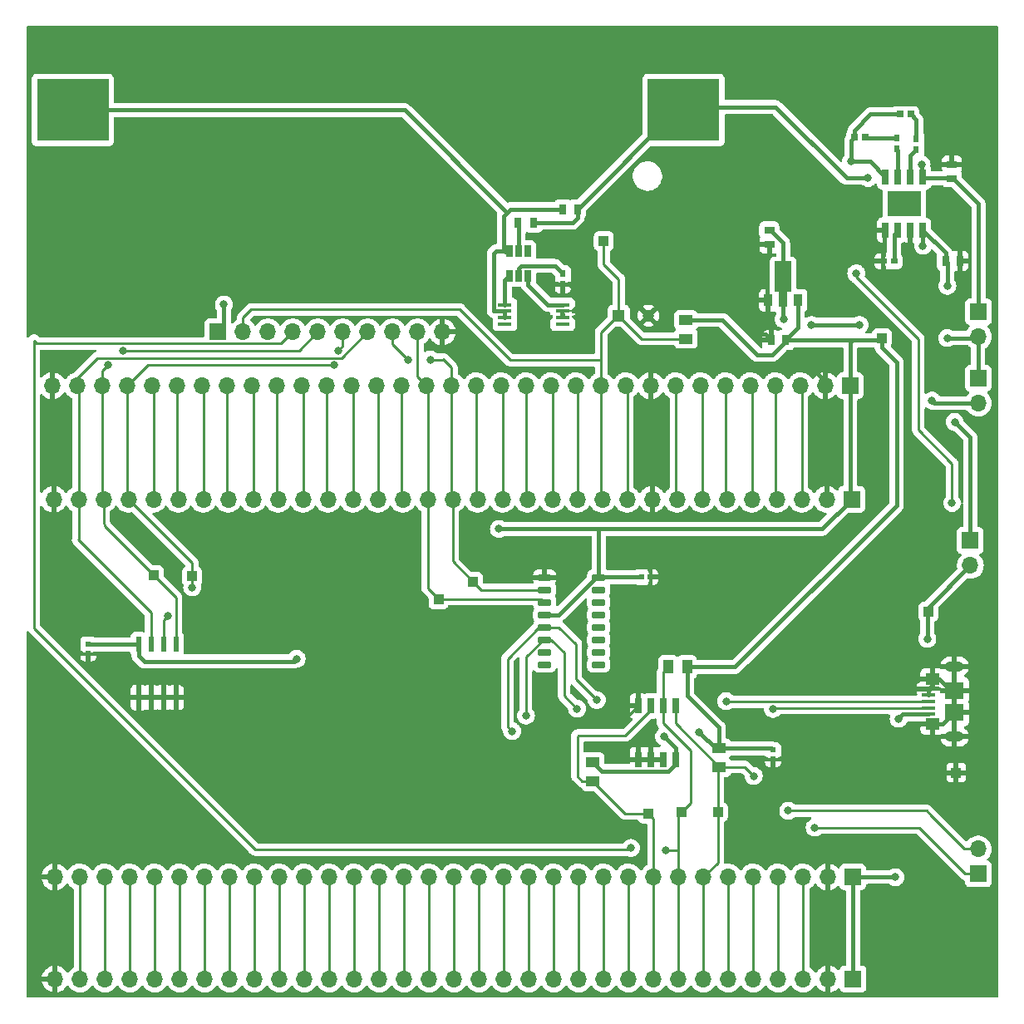
<source format=gbr>
%TF.GenerationSoftware,KiCad,Pcbnew,(6.0.2)*%
%TF.CreationDate,2022-04-18T04:53:36+02:00*%
%TF.ProjectId,main,6d61696e-2e6b-4696-9361-645f70636258,rev?*%
%TF.SameCoordinates,Original*%
%TF.FileFunction,Copper,L1,Top*%
%TF.FilePolarity,Positive*%
%FSLAX46Y46*%
G04 Gerber Fmt 4.6, Leading zero omitted, Abs format (unit mm)*
G04 Created by KiCad (PCBNEW (6.0.2)) date 2022-04-18 04:53:36*
%MOMM*%
%LPD*%
G01*
G04 APERTURE LIST*
G04 Aperture macros list*
%AMRoundRect*
0 Rectangle with rounded corners*
0 $1 Rounding radius*
0 $2 $3 $4 $5 $6 $7 $8 $9 X,Y pos of 4 corners*
0 Add a 4 corners polygon primitive as box body*
4,1,4,$2,$3,$4,$5,$6,$7,$8,$9,$2,$3,0*
0 Add four circle primitives for the rounded corners*
1,1,$1+$1,$2,$3*
1,1,$1+$1,$4,$5*
1,1,$1+$1,$6,$7*
1,1,$1+$1,$8,$9*
0 Add four rect primitives between the rounded corners*
20,1,$1+$1,$2,$3,$4,$5,0*
20,1,$1+$1,$4,$5,$6,$7,0*
20,1,$1+$1,$6,$7,$8,$9,0*
20,1,$1+$1,$8,$9,$2,$3,0*%
%AMFreePoly0*
4,1,9,3.862500,-0.866500,0.737500,-0.866500,0.737500,-0.450000,-0.737500,-0.450000,-0.737500,0.450000,0.737500,0.450000,0.737500,0.866500,3.862500,0.866500,3.862500,-0.866500,3.862500,-0.866500,$1*%
G04 Aperture macros list end*
%TA.AperFunction,SMDPad,CuDef*%
%ADD10R,0.600000X0.750000*%
%TD*%
%TA.AperFunction,ComponentPad*%
%ADD11R,1.700000X1.700000*%
%TD*%
%TA.AperFunction,ComponentPad*%
%ADD12O,1.700000X1.700000*%
%TD*%
%TA.AperFunction,SMDPad,CuDef*%
%ADD13R,0.700000X1.525000*%
%TD*%
%TA.AperFunction,SMDPad,CuDef*%
%ADD14R,3.402000X2.513000*%
%TD*%
%TA.AperFunction,SMDPad,CuDef*%
%ADD15R,1.000000X1.400000*%
%TD*%
%TA.AperFunction,SMDPad,CuDef*%
%ADD16R,0.600000X0.620000*%
%TD*%
%TA.AperFunction,SMDPad,CuDef*%
%ADD17R,0.620000X0.600000*%
%TD*%
%TA.AperFunction,SMDPad,CuDef*%
%ADD18R,1.000000X1.000000*%
%TD*%
%TA.AperFunction,SMDPad,CuDef*%
%ADD19RoundRect,0.049600X-0.605400X-0.260400X0.605400X-0.260400X0.605400X0.260400X-0.605400X0.260400X0*%
%TD*%
%TA.AperFunction,SMDPad,CuDef*%
%ADD20R,0.790000X1.020000*%
%TD*%
%TA.AperFunction,SMDPad,CuDef*%
%ADD21R,0.750000X0.600000*%
%TD*%
%TA.AperFunction,SMDPad,CuDef*%
%ADD22R,0.700000X0.650000*%
%TD*%
%TA.AperFunction,SMDPad,CuDef*%
%ADD23R,0.800000X1.000000*%
%TD*%
%TA.AperFunction,SMDPad,CuDef*%
%ADD24R,1.400000X1.000000*%
%TD*%
%TA.AperFunction,SMDPad,CuDef*%
%ADD25R,1.400000X0.400000*%
%TD*%
%TA.AperFunction,SMDPad,CuDef*%
%ADD26R,1.450000X1.150000*%
%TD*%
%TA.AperFunction,SMDPad,CuDef*%
%ADD27R,1.900000X1.750000*%
%TD*%
%TA.AperFunction,ComponentPad*%
%ADD28O,1.900000X1.050000*%
%TD*%
%TA.AperFunction,SMDPad,CuDef*%
%ADD29R,0.900000X1.300000*%
%TD*%
%TA.AperFunction,SMDPad,CuDef*%
%ADD30FreePoly0,90.000000*%
%TD*%
%TA.AperFunction,SMDPad,CuDef*%
%ADD31R,0.650000X1.200000*%
%TD*%
%TA.AperFunction,SMDPad,CuDef*%
%ADD32R,7.340000X6.350000*%
%TD*%
%TA.AperFunction,SMDPad,CuDef*%
%ADD33R,0.600000X1.600000*%
%TD*%
%TA.AperFunction,SMDPad,CuDef*%
%ADD34R,0.600000X1.550000*%
%TD*%
%TA.AperFunction,SMDPad,CuDef*%
%ADD35R,1.020000X0.790000*%
%TD*%
%TA.AperFunction,ComponentPad*%
%ADD36R,1.200000X1.200000*%
%TD*%
%TA.AperFunction,ComponentPad*%
%ADD37C,1.200000*%
%TD*%
%TA.AperFunction,SMDPad,CuDef*%
%ADD38R,1.475000X0.450000*%
%TD*%
%TA.AperFunction,SMDPad,CuDef*%
%ADD39R,0.700000X1.550000*%
%TD*%
%TA.AperFunction,ViaPad*%
%ADD40C,0.800000*%
%TD*%
%TA.AperFunction,Conductor*%
%ADD41C,0.250000*%
%TD*%
%TA.AperFunction,Conductor*%
%ADD42C,0.200000*%
%TD*%
%TA.AperFunction,Conductor*%
%ADD43C,0.400000*%
%TD*%
G04 APERTURE END LIST*
D10*
%TO.P,R4,1*%
%TO.N,GND*%
X138730000Y-79000000D03*
%TO.P,R4,2*%
%TO.N,Net-(IC1-Pad2)*%
X138730000Y-77900000D03*
%TD*%
D11*
%TO.P,J9,1,Pin_1*%
%TO.N,Net-(C2-Pad2)*%
X180230000Y-105070000D03*
D12*
%TO.P,J9,2,Pin_2*%
%TO.N,+5V*%
X180230000Y-107610000D03*
%TD*%
D13*
%TO.P,J10,1,TEMP1*%
%TO.N,GND*%
X171577000Y-73451000D03*
%TO.P,J10,2,PROG2*%
%TO.N,Net-(J10-Pad2)*%
X172847000Y-73451000D03*
%TO.P,J10,3,GND_3*%
%TO.N,GND*%
X174117000Y-73451000D03*
%TO.P,J10,4,VCC4*%
%TO.N,Net-(C2-Pad2)*%
X175387000Y-73451000D03*
%TO.P,J10,5,BAT*%
%TO.N,/Power/VI*%
X175387000Y-68027000D03*
%TO.P,J10,6,~{STDBY}*%
%TO.N,Net-(J10-Pad6)*%
X174117000Y-68027000D03*
%TO.P,J10,7,~{CHRG}*%
%TO.N,Net-(J10-Pad7)*%
X172847000Y-68027000D03*
%TO.P,J10,8,CE*%
%TO.N,Net-(C2-Pad2)*%
X171577000Y-68027000D03*
D14*
%TO.P,J10,9,EP*%
%TO.N,unconnected-(J10-Pad9)*%
X173482000Y-70739000D03*
%TD*%
D15*
%TO.P,R7,1*%
%TO.N,V_out*%
X151370000Y-117950000D03*
%TO.P,R7,2*%
%TO.N,SCL1*%
X149470000Y-117950000D03*
%TD*%
D16*
%TO.P,C7,1*%
%TO.N,V_out*%
X146710000Y-108800000D03*
%TO.P,C7,2*%
%TO.N,GND*%
X147630000Y-108800000D03*
%TD*%
D17*
%TO.P,C8,1*%
%TO.N,V_out*%
X90380000Y-115640000D03*
%TO.P,C8,2*%
%TO.N,GND*%
X90380000Y-116560000D03*
%TD*%
D11*
%TO.P,J8,1,Pin_1*%
%TO.N,Net-(C1-Pad1)*%
X181030000Y-88530000D03*
D12*
%TO.P,J8,2,Pin_2*%
%TO.N,+5V*%
X181030000Y-91070000D03*
%TD*%
D18*
%TO.P,TP11,1,1*%
%TO.N,SDA2*%
X97028000Y-108585000D03*
%TD*%
D19*
%TO.P,U3,1,GND*%
%TO.N,GND*%
X136860000Y-108815000D03*
%TO.P,U3,2,TXD*%
%TO.N,TXD*%
X136860000Y-110085000D03*
%TO.P,U3,3,RXD*%
%TO.N,RXD*%
X136860000Y-111355000D03*
%TO.P,U3,4,V3*%
%TO.N,V_out*%
X136860000Y-112625000D03*
%TO.P,U3,5,UD+*%
%TO.N,USB+*%
X136860000Y-113895000D03*
%TO.P,U3,6,UD-*%
%TO.N,USB-*%
X136860000Y-115165000D03*
%TO.P,U3,7,NC.*%
%TO.N,unconnected-(U3-Pad7)*%
X136860000Y-116435000D03*
%TO.P,U3,8,~{OUT}*%
%TO.N,unconnected-(U3-Pad8)*%
X136860000Y-117705000D03*
%TO.P,U3,9,~{CTS}*%
%TO.N,unconnected-(U3-Pad9)*%
X142360000Y-117705000D03*
%TO.P,U3,10,~{DSR}*%
%TO.N,unconnected-(U3-Pad10)*%
X142360000Y-116435000D03*
%TO.P,U3,11,~{RI}*%
%TO.N,unconnected-(U3-Pad11)*%
X142360000Y-115165000D03*
%TO.P,U3,12,~{DCD}*%
%TO.N,unconnected-(U3-Pad12)*%
X142360000Y-113895000D03*
%TO.P,U3,13,~{DTR}*%
%TO.N,unconnected-(U3-Pad13)*%
X142360000Y-112625000D03*
%TO.P,U3,14,~{RTS}*%
%TO.N,unconnected-(U3-Pad14)*%
X142360000Y-111355000D03*
%TO.P,U3,15,R232*%
%TO.N,unconnected-(U3-Pad15)*%
X142360000Y-110085000D03*
%TO.P,U3,16,VCC*%
%TO.N,V_out*%
X142360000Y-108815000D03*
%TD*%
D18*
%TO.P,TP4,1,1*%
%TO.N,OS*%
X147410000Y-132900000D03*
%TD*%
D20*
%TO.P,C2,1*%
%TO.N,GND*%
X179140000Y-76580000D03*
%TO.P,C2,2*%
%TO.N,Net-(C2-Pad2)*%
X177700000Y-76580000D03*
%TD*%
D21*
%TO.P,R3,1*%
%TO.N,Net-(J10-Pad2)*%
X172450000Y-76610000D03*
%TO.P,R3,2*%
%TO.N,GND*%
X171350000Y-76610000D03*
%TD*%
D10*
%TO.P,R1,1*%
%TO.N,Net-(D1-Pad1)*%
X174730000Y-64150000D03*
%TO.P,R1,2*%
%TO.N,Net-(J10-Pad6)*%
X174730000Y-65250000D03*
%TD*%
D18*
%TO.P,TP6,1,1*%
%TO.N,SDA1*%
X154510000Y-132720000D03*
%TD*%
D10*
%TO.P,R2,1*%
%TO.N,Net-(D2-Pad1)*%
X172720000Y-64093000D03*
%TO.P,R2,2*%
%TO.N,Net-(J10-Pad7)*%
X172720000Y-65193000D03*
%TD*%
D22*
%TO.P,D2,1,K*%
%TO.N,Net-(D2-Pad1)*%
X169530000Y-64010000D03*
%TO.P,D2,2,A*%
%TO.N,Net-(C2-Pad2)*%
X168430000Y-64010000D03*
%TD*%
%TO.P,D1,1,K*%
%TO.N,Net-(D1-Pad1)*%
X174150000Y-61640000D03*
%TO.P,D1,2,A*%
%TO.N,Net-(C2-Pad2)*%
X173050000Y-61640000D03*
%TD*%
D11*
%TO.P,J4,1,Pin_1*%
%TO.N,+5V*%
X103595000Y-83810000D03*
D12*
%TO.P,J4,2,Pin_2*%
%TO.N,ADC1*%
X106135000Y-83810000D03*
%TO.P,J4,3,Pin_3*%
%TO.N,SDA1*%
X108675000Y-83810000D03*
%TO.P,J4,4,Pin_4*%
%TO.N,SCL1*%
X111215000Y-83810000D03*
%TO.P,J4,5,Pin_5*%
%TO.N,SDA2*%
X113755000Y-83810000D03*
%TO.P,J4,6,Pin_6*%
%TO.N,SCL2*%
X116295000Y-83810000D03*
%TO.P,J4,7,Pin_7*%
%TO.N,Write1*%
X118835000Y-83810000D03*
%TO.P,J4,8,Pin_8*%
%TO.N,TXD*%
X121375000Y-83810000D03*
%TO.P,J4,9,Pin_9*%
%TO.N,RXD*%
X123915000Y-83810000D03*
%TO.P,J4,10,Pin_10*%
%TO.N,GND*%
X126455000Y-83810000D03*
%TD*%
D23*
%TO.P,R5,1*%
%TO.N,Net-(IC1-Pad5)*%
X134160000Y-72700000D03*
%TO.P,R5,2*%
%TO.N,/Power/VI*%
X135760000Y-72700000D03*
%TD*%
D11*
%TO.P,J3,1,Pin_1*%
%TO.N,+5V*%
X168275000Y-149733000D03*
D12*
%TO.P,J3,2,Pin_2*%
%TO.N,GND*%
X165735000Y-149733000D03*
%TO.P,J3,3,Pin_3*%
%TO.N,/PB9*%
X163195000Y-149733000D03*
%TO.P,J3,4,Pin_4*%
%TO.N,/PB8*%
X160655000Y-149733000D03*
%TO.P,J3,5,Pin_5*%
%TO.N,VDD*%
X158115000Y-149733000D03*
%TO.P,J3,6,Pin_6*%
%TO.N,/BOOT*%
X155575000Y-149733000D03*
%TO.P,J3,7,Pin_7*%
%TO.N,SDA1*%
X153035000Y-149733000D03*
%TO.P,J3,8,Pin_8*%
%TO.N,SCL1*%
X150495000Y-149733000D03*
%TO.P,J3,9,Pin_9*%
%TO.N,OS*%
X147955000Y-149733000D03*
%TO.P,J3,10,Pin_10*%
%TO.N,/PB4*%
X145415000Y-149733000D03*
%TO.P,J3,11,Pin_11*%
%TO.N,/PB3*%
X142875000Y-149733000D03*
%TO.P,J3,12,Pin_12*%
%TO.N,/PD2*%
X140335000Y-149733000D03*
%TO.P,J3,13,Pin_13*%
%TO.N,/PC12*%
X137795000Y-149733000D03*
%TO.P,J3,14,Pin_14*%
%TO.N,/PC11*%
X135255000Y-149733000D03*
%TO.P,J3,15,Pin_15*%
%TO.N,/PC10*%
X132715000Y-149733000D03*
%TO.P,J3,16,Pin_16*%
%TO.N,/PA15*%
X130175000Y-149733000D03*
%TO.P,J3,17,Pin_17*%
%TO.N,/PA14*%
X127635000Y-149733000D03*
%TO.P,J3,18,Pin_18*%
%TO.N,/PF7*%
X125095000Y-149733000D03*
%TO.P,J3,19,Pin_19*%
%TO.N,/PF6*%
X122555000Y-149733000D03*
%TO.P,J3,20,Pin_20*%
%TO.N,/PA13*%
X120015000Y-149733000D03*
%TO.P,J3,21,Pin_21*%
%TO.N,/PA12*%
X117475000Y-149733000D03*
%TO.P,J3,22,Pin_22*%
%TO.N,/PA11*%
X114935000Y-149733000D03*
%TO.P,J3,23,Pin_23*%
%TO.N,/PA10*%
X112395000Y-149733000D03*
%TO.P,J3,24,Pin_24*%
%TO.N,/PA9*%
X109855000Y-149733000D03*
%TO.P,J3,25,Pin_25*%
%TO.N,/PA8*%
X107315000Y-149733000D03*
%TO.P,J3,26,Pin_26*%
%TO.N,/PC9*%
X104775000Y-149733000D03*
%TO.P,J3,27,Pin_27*%
%TO.N,/PC8*%
X102235000Y-149733000D03*
%TO.P,J3,28,Pin_28*%
%TO.N,/PC7*%
X99695000Y-149733000D03*
%TO.P,J3,29,Pin_29*%
%TO.N,/PC6*%
X97155000Y-149733000D03*
%TO.P,J3,30,Pin_30*%
%TO.N,/PB15*%
X94615000Y-149733000D03*
%TO.P,J3,31,Pin_31*%
%TO.N,/PB14*%
X92075000Y-149733000D03*
%TO.P,J3,32,Pin_32*%
%TO.N,/PB13*%
X89535000Y-149733000D03*
%TO.P,J3,33,Pin_33*%
%TO.N,GND*%
X86995000Y-149733000D03*
%TD*%
D24*
%TO.P,R6,1*%
%TO.N,V_out*%
X141770000Y-127670000D03*
%TO.P,R6,2*%
%TO.N,OS*%
X141770000Y-129570000D03*
%TD*%
%TO.P,R8,1*%
%TO.N,V_out*%
X154640000Y-126240000D03*
%TO.P,R8,2*%
%TO.N,SDA1*%
X154640000Y-128140000D03*
%TD*%
D11*
%TO.P,J1,1,Pin_1*%
%TO.N,V_out*%
X168133000Y-100863000D03*
D12*
%TO.P,J1,2,Pin_2*%
%TO.N,GND*%
X165593000Y-100863000D03*
%TO.P,J1,3,Pin_3*%
%TO.N,/VBAT*%
X163053000Y-100863000D03*
%TO.P,J1,4,Pin_4*%
%TO.N,/PC13*%
X160513000Y-100863000D03*
%TO.P,J1,5,Pin_5*%
%TO.N,/PC14*%
X157973000Y-100863000D03*
%TO.P,J1,6,Pin_6*%
%TO.N,/PC15*%
X155433000Y-100863000D03*
%TO.P,J1,7,Pin_7*%
%TO.N,/PF0*%
X152893000Y-100863000D03*
%TO.P,J1,8,Pin_8*%
%TO.N,/PF1*%
X150353000Y-100863000D03*
%TO.P,J1,9,Pin_9*%
%TO.N,GND*%
X147813000Y-100863000D03*
%TO.P,J1,10,Pin_10*%
%TO.N,/NRST*%
X145273000Y-100863000D03*
%TO.P,J1,11,Pin_11*%
%TO.N,ADC1*%
X142733000Y-100863000D03*
%TO.P,J1,12,Pin_12*%
%TO.N,/PC1*%
X140193000Y-100863000D03*
%TO.P,J1,13,Pin_13*%
%TO.N,/PC2*%
X137653000Y-100863000D03*
%TO.P,J1,14,Pin_14*%
%TO.N,/PC3*%
X135113000Y-100863000D03*
%TO.P,J1,15,Pin_15*%
%TO.N,/PA0*%
X132573000Y-100863000D03*
%TO.P,J1,16,Pin_16*%
%TO.N,/PA1*%
X130033000Y-100863000D03*
%TO.P,J1,17,Pin_17*%
%TO.N,TXD*%
X127493000Y-100863000D03*
%TO.P,J1,18,Pin_18*%
%TO.N,RXD*%
X124953000Y-100863000D03*
%TO.P,J1,19,Pin_19*%
%TO.N,/PF4*%
X122413000Y-100863000D03*
%TO.P,J1,20,Pin_20*%
%TO.N,/PF5*%
X119873000Y-100863000D03*
%TO.P,J1,21,Pin_21*%
%TO.N,/PA4*%
X117333000Y-100863000D03*
%TO.P,J1,22,Pin_22*%
%TO.N,/PA5*%
X114793000Y-100863000D03*
%TO.P,J1,23,Pin_23*%
%TO.N,/PA6*%
X112253000Y-100863000D03*
%TO.P,J1,24,Pin_24*%
%TO.N,/PA7*%
X109713000Y-100863000D03*
%TO.P,J1,25,Pin_25*%
%TO.N,/PC4*%
X107173000Y-100863000D03*
%TO.P,J1,26,Pin_26*%
%TO.N,/PC5*%
X104633000Y-100863000D03*
%TO.P,J1,27,Pin_27*%
%TO.N,/PB0*%
X102093000Y-100863000D03*
%TO.P,J1,28,Pin_28*%
%TO.N,/PB1*%
X99553000Y-100863000D03*
%TO.P,J1,29,Pin_29*%
%TO.N,/PB2*%
X97013000Y-100863000D03*
%TO.P,J1,30,Pin_30*%
%TO.N,SCL2*%
X94473000Y-100863000D03*
%TO.P,J1,31,Pin_31*%
%TO.N,SDA2*%
X91933000Y-100863000D03*
%TO.P,J1,32,Pin_32*%
%TO.N,Write1*%
X89393000Y-100863000D03*
%TO.P,J1,33,Pin_33*%
%TO.N,GND*%
X86853000Y-100863000D03*
%TD*%
D18*
%TO.P,TP10,1,1*%
%TO.N,SCL2*%
X100965000Y-108712000D03*
%TD*%
D17*
%TO.P,C6,1*%
%TO.N,GND*%
X160140000Y-127340000D03*
%TO.P,C6,2*%
%TO.N,V_out*%
X160140000Y-126420000D03*
%TD*%
D20*
%TO.P,C3,1*%
%TO.N,V_out*%
X161400000Y-84670000D03*
%TO.P,C3,2*%
%TO.N,GND*%
X159960000Y-84670000D03*
%TD*%
D18*
%TO.P,TP8,1,1*%
%TO.N,TXD*%
X129570000Y-109270000D03*
%TD*%
D25*
%TO.P,J6,1,VBUS*%
%TO.N,+5V*%
X175970000Y-122770000D03*
%TO.P,J6,2,D-*%
%TO.N,USB-*%
X175970000Y-122120000D03*
%TO.P,J6,3,D+*%
%TO.N,USB+*%
X175970000Y-121470000D03*
%TO.P,J6,4,ID*%
%TO.N,GND*%
X175970000Y-120820000D03*
%TO.P,J6,5,GND*%
X175970000Y-120170000D03*
D26*
%TO.P,J6,6,Shield*%
X176390000Y-119150000D03*
D27*
X178620000Y-120345000D03*
D26*
X176390000Y-123790000D03*
D28*
X178620000Y-117895000D03*
D27*
X178620000Y-122595000D03*
D28*
X178620000Y-125045000D03*
%TD*%
D24*
%TO.P,R9,1*%
%TO.N,V_out*%
X151257000Y-82616000D03*
%TO.P,R9,2*%
%TO.N,ADC1*%
X151257000Y-84516000D03*
%TD*%
D29*
%TO.P,U1,1,GND*%
%TO.N,GND*%
X159660000Y-80610000D03*
D30*
%TO.P,U1,2,VIN*%
%TO.N,Net-(C1-Pad1)*%
X161160000Y-80522500D03*
D29*
%TO.P,U1,3,VOUT*%
%TO.N,V_out*%
X162660000Y-80610000D03*
%TD*%
D18*
%TO.P,TP7,1,1*%
%TO.N,ADC1*%
X142890000Y-74570000D03*
%TD*%
D31*
%TO.P,IC1,1,OD*%
%TO.N,/Power/OD*%
X133270000Y-78090000D03*
%TO.P,IC1,2,CS*%
%TO.N,Net-(IC1-Pad2)*%
X134220000Y-78090000D03*
%TO.P,IC1,3,OC*%
%TO.N,/Power/OC*%
X135170000Y-78090000D03*
%TO.P,IC1,4,TD*%
%TO.N,unconnected-(IC1-Pad4)*%
X135170000Y-75590000D03*
%TO.P,IC1,5,VCC*%
%TO.N,Net-(IC1-Pad5)*%
X134220000Y-75590000D03*
%TO.P,IC1,6,GND*%
%TO.N,Net-(C5-Pad2)*%
X133270000Y-75590000D03*
%TD*%
D32*
%TO.P,U2,1,+*%
%TO.N,/Power/VI*%
X151012000Y-61214000D03*
%TO.P,U2,2,-*%
%TO.N,Net-(C5-Pad2)*%
X88802000Y-61214000D03*
%TD*%
D18*
%TO.P,TP1,1,1*%
%TO.N,GND*%
X178790000Y-128710000D03*
%TD*%
D20*
%TO.P,C5,1*%
%TO.N,/Power/VI*%
X140190000Y-71310000D03*
%TO.P,C5,2*%
%TO.N,Net-(C5-Pad2)*%
X138750000Y-71310000D03*
%TD*%
D33*
%TO.P,U4,1,E0*%
%TO.N,GND*%
X95504000Y-121064000D03*
D34*
%TO.P,U4,2,E1*%
X96774000Y-121064000D03*
%TO.P,U4,3,E2*%
X98044000Y-121064000D03*
%TO.P,U4,4,VSS*%
X99314000Y-121064000D03*
%TO.P,U4,5,SDA*%
%TO.N,SDA2*%
X99314000Y-115664000D03*
%TO.P,U4,6,SCL*%
%TO.N,SCL2*%
X98044000Y-115664000D03*
%TO.P,U4,7,~{WC}*%
%TO.N,Write1*%
X96774000Y-115664000D03*
%TO.P,U4,8,VCC*%
%TO.N,V_out*%
X95504000Y-115664000D03*
%TD*%
D18*
%TO.P,TP9,1,1*%
%TO.N,RXD*%
X126060000Y-111030000D03*
%TD*%
D35*
%TO.P,C1,1*%
%TO.N,Net-(C1-Pad1)*%
X159750000Y-73460000D03*
%TO.P,C1,2*%
%TO.N,GND*%
X159750000Y-74900000D03*
%TD*%
D11*
%TO.P,J5,1,Pin_1*%
%TO.N,+5V*%
X168260000Y-139344000D03*
D12*
%TO.P,J5,2,Pin_2*%
%TO.N,GND*%
X165720000Y-139344000D03*
%TO.P,J5,3,Pin_3*%
%TO.N,/PB9*%
X163180000Y-139344000D03*
%TO.P,J5,4,Pin_4*%
%TO.N,/PB8*%
X160640000Y-139344000D03*
%TO.P,J5,5,Pin_5*%
%TO.N,VDD*%
X158100000Y-139344000D03*
%TO.P,J5,6,Pin_6*%
%TO.N,/BOOT*%
X155560000Y-139344000D03*
%TO.P,J5,7,Pin_7*%
%TO.N,SDA1*%
X153020000Y-139344000D03*
%TO.P,J5,8,Pin_8*%
%TO.N,SCL1*%
X150480000Y-139344000D03*
%TO.P,J5,9,Pin_9*%
%TO.N,OS*%
X147940000Y-139344000D03*
%TO.P,J5,10,Pin_10*%
%TO.N,/PB4*%
X145400000Y-139344000D03*
%TO.P,J5,11,Pin_11*%
%TO.N,/PB3*%
X142860000Y-139344000D03*
%TO.P,J5,12,Pin_12*%
%TO.N,/PD2*%
X140320000Y-139344000D03*
%TO.P,J5,13,Pin_13*%
%TO.N,/PC12*%
X137780000Y-139344000D03*
%TO.P,J5,14,Pin_14*%
%TO.N,/PC11*%
X135240000Y-139344000D03*
%TO.P,J5,15,Pin_15*%
%TO.N,/PC10*%
X132700000Y-139344000D03*
%TO.P,J5,16,Pin_16*%
%TO.N,/PA15*%
X130160000Y-139344000D03*
%TO.P,J5,17,Pin_17*%
%TO.N,/PA14*%
X127620000Y-139344000D03*
%TO.P,J5,18,Pin_18*%
%TO.N,/PF7*%
X125080000Y-139344000D03*
%TO.P,J5,19,Pin_19*%
%TO.N,/PF6*%
X122540000Y-139344000D03*
%TO.P,J5,20,Pin_20*%
%TO.N,/PA13*%
X120000000Y-139344000D03*
%TO.P,J5,21,Pin_21*%
%TO.N,/PA12*%
X117460000Y-139344000D03*
%TO.P,J5,22,Pin_22*%
%TO.N,/PA11*%
X114920000Y-139344000D03*
%TO.P,J5,23,Pin_23*%
%TO.N,/PA10*%
X112380000Y-139344000D03*
%TO.P,J5,24,Pin_24*%
%TO.N,/PA9*%
X109840000Y-139344000D03*
%TO.P,J5,25,Pin_25*%
%TO.N,/PA8*%
X107300000Y-139344000D03*
%TO.P,J5,26,Pin_26*%
%TO.N,/PC9*%
X104760000Y-139344000D03*
%TO.P,J5,27,Pin_27*%
%TO.N,/PC8*%
X102220000Y-139344000D03*
%TO.P,J5,28,Pin_28*%
%TO.N,/PC7*%
X99680000Y-139344000D03*
%TO.P,J5,29,Pin_29*%
%TO.N,/PC6*%
X97140000Y-139344000D03*
%TO.P,J5,30,Pin_30*%
%TO.N,/PB15*%
X94600000Y-139344000D03*
%TO.P,J5,31,Pin_31*%
%TO.N,/PB14*%
X92060000Y-139344000D03*
%TO.P,J5,32,Pin_32*%
%TO.N,/PB13*%
X89520000Y-139344000D03*
%TO.P,J5,33,Pin_33*%
%TO.N,GND*%
X86980000Y-139344000D03*
%TD*%
D18*
%TO.P,TP2,1,1*%
%TO.N,+5V*%
X175950000Y-112320000D03*
%TD*%
D11*
%TO.P,J2,1,Pin_1*%
%TO.N,V_out*%
X168006000Y-89306000D03*
D12*
%TO.P,J2,2,Pin_2*%
%TO.N,GND*%
X165466000Y-89306000D03*
%TO.P,J2,3,Pin_3*%
%TO.N,/VBAT*%
X162926000Y-89306000D03*
%TO.P,J2,4,Pin_4*%
%TO.N,/PC13*%
X160386000Y-89306000D03*
%TO.P,J2,5,Pin_5*%
%TO.N,/PC14*%
X157846000Y-89306000D03*
%TO.P,J2,6,Pin_6*%
%TO.N,/PC15*%
X155306000Y-89306000D03*
%TO.P,J2,7,Pin_7*%
%TO.N,/PF0*%
X152766000Y-89306000D03*
%TO.P,J2,8,Pin_8*%
%TO.N,/PF1*%
X150226000Y-89306000D03*
%TO.P,J2,9,Pin_9*%
%TO.N,GND*%
X147686000Y-89306000D03*
%TO.P,J2,10,Pin_10*%
%TO.N,/NRST*%
X145146000Y-89306000D03*
%TO.P,J2,11,Pin_11*%
%TO.N,ADC1*%
X142606000Y-89306000D03*
%TO.P,J2,12,Pin_12*%
%TO.N,/PC1*%
X140066000Y-89306000D03*
%TO.P,J2,13,Pin_13*%
%TO.N,/PC2*%
X137526000Y-89306000D03*
%TO.P,J2,14,Pin_14*%
%TO.N,/PC3*%
X134986000Y-89306000D03*
%TO.P,J2,15,Pin_15*%
%TO.N,/PA0*%
X132446000Y-89306000D03*
%TO.P,J2,16,Pin_16*%
%TO.N,/PA1*%
X129906000Y-89306000D03*
%TO.P,J2,17,Pin_17*%
%TO.N,TXD*%
X127366000Y-89306000D03*
%TO.P,J2,18,Pin_18*%
%TO.N,RXD*%
X124826000Y-89306000D03*
%TO.P,J2,19,Pin_19*%
%TO.N,/PF4*%
X122286000Y-89306000D03*
%TO.P,J2,20,Pin_20*%
%TO.N,/PF5*%
X119746000Y-89306000D03*
%TO.P,J2,21,Pin_21*%
%TO.N,/PA4*%
X117206000Y-89306000D03*
%TO.P,J2,22,Pin_22*%
%TO.N,/PA5*%
X114666000Y-89306000D03*
%TO.P,J2,23,Pin_23*%
%TO.N,/PA6*%
X112126000Y-89306000D03*
%TO.P,J2,24,Pin_24*%
%TO.N,/PA7*%
X109586000Y-89306000D03*
%TO.P,J2,25,Pin_25*%
%TO.N,/PC4*%
X107046000Y-89306000D03*
%TO.P,J2,26,Pin_26*%
%TO.N,/PC5*%
X104506000Y-89306000D03*
%TO.P,J2,27,Pin_27*%
%TO.N,/PB0*%
X101966000Y-89306000D03*
%TO.P,J2,28,Pin_28*%
%TO.N,/PB1*%
X99426000Y-89306000D03*
%TO.P,J2,29,Pin_29*%
%TO.N,/PB2*%
X96886000Y-89306000D03*
%TO.P,J2,30,Pin_30*%
%TO.N,SCL2*%
X94346000Y-89306000D03*
%TO.P,J2,31,Pin_31*%
%TO.N,SDA2*%
X91806000Y-89306000D03*
%TO.P,J2,32,Pin_32*%
%TO.N,Write1*%
X89266000Y-89306000D03*
%TO.P,J2,33,Pin_33*%
%TO.N,GND*%
X86726000Y-89306000D03*
%TD*%
D36*
%TO.P,R10,1*%
%TO.N,ADC1*%
X144423000Y-82169000D03*
D37*
%TO.P,R10,2*%
%TO.N,GND*%
X147423000Y-82169000D03*
%TD*%
D18*
%TO.P,TP5,1,1*%
%TO.N,SCL1*%
X150810000Y-132740000D03*
%TD*%
D38*
%TO.P,Q1,1,D12_1*%
%TO.N,unconnected-(Q1-Pad1)*%
X138698000Y-82995000D03*
%TO.P,Q1,2,S1_1*%
%TO.N,GND*%
X138698000Y-82345000D03*
%TO.P,Q1,3,S1_2*%
X138698000Y-81695000D03*
%TO.P,Q1,4,G1*%
%TO.N,/Power/OC*%
X138698000Y-81045000D03*
%TO.P,Q1,5,G2*%
%TO.N,/Power/OD*%
X132822000Y-81045000D03*
%TO.P,Q1,6,S2_1*%
%TO.N,Net-(C5-Pad2)*%
X132822000Y-81695000D03*
%TO.P,Q1,7,S2_2*%
X132822000Y-82345000D03*
%TO.P,Q1,8,D12_2*%
%TO.N,unconnected-(Q1-Pad8)*%
X132822000Y-82995000D03*
%TD*%
D18*
%TO.P,TP3,1,1*%
%TO.N,V_out*%
X171200000Y-84450000D03*
%TD*%
D11*
%TO.P,J7,1,Pin_1*%
%TO.N,/Power/VI*%
X181060000Y-81765000D03*
D12*
%TO.P,J7,2,Pin_2*%
%TO.N,Net-(C1-Pad1)*%
X181060000Y-84305000D03*
%TD*%
D39*
%TO.P,IC2,1,SDA*%
%TO.N,SDA1*%
X150195000Y-121925000D03*
%TO.P,IC2,2,SCL*%
%TO.N,SCL1*%
X148925000Y-121925000D03*
%TO.P,IC2,3,OS*%
%TO.N,OS*%
X147655000Y-121925000D03*
%TO.P,IC2,4,GND*%
%TO.N,GND*%
X146385000Y-121925000D03*
%TO.P,IC2,5,A2*%
X146385000Y-127375000D03*
%TO.P,IC2,6,A1*%
X147655000Y-127375000D03*
%TO.P,IC2,7,A0*%
X148925000Y-127375000D03*
%TO.P,IC2,8,VCC*%
%TO.N,V_out*%
X150195000Y-127375000D03*
%TD*%
D11*
%TO.P,J11,1,Pin_1*%
%TO.N,USB+*%
X181030000Y-139025000D03*
D12*
%TO.P,J11,2,Pin_2*%
%TO.N,USB-*%
X181030000Y-136485000D03*
%TD*%
D35*
%TO.P,C4,1*%
%TO.N,GND*%
X178360000Y-66740000D03*
%TO.P,C4,2*%
%TO.N,/Power/VI*%
X178360000Y-68180000D03*
%TD*%
D40*
%TO.N,GND*%
X174079500Y-120150000D03*
X145210000Y-123340000D03*
X174520000Y-127110000D03*
X146300000Y-125640000D03*
X158260000Y-84040000D03*
X163610000Y-87010000D03*
%TO.N,TXD*%
X125220000Y-86630000D03*
X122920000Y-86630000D03*
%TO.N,+5V*%
X176320000Y-90810000D03*
X104190000Y-81030000D03*
X172920000Y-123220000D03*
X175850000Y-115100000D03*
X172590000Y-139360000D03*
%TO.N,/Power/VI*%
X175260000Y-66760000D03*
X169810000Y-68140000D03*
%TO.N,V_out*%
X132210000Y-103880000D03*
X152570000Y-124560000D03*
X111600000Y-117110000D03*
X149020000Y-125030000D03*
%TO.N,SCL1*%
X149170000Y-136650000D03*
X145650000Y-136390000D03*
%TO.N,SDA1*%
X158170000Y-129060000D03*
X178370000Y-101240000D03*
X168610000Y-77850000D03*
%TO.N,USB-*%
X161680000Y-132600000D03*
X134970000Y-122900000D03*
X140160000Y-122200000D03*
X160130000Y-122214500D03*
%TO.N,USB+*%
X142180000Y-121320000D03*
X164380000Y-134300000D03*
X133550000Y-124480000D03*
X155370000Y-121440000D03*
%TO.N,SDA2*%
X92380000Y-87204500D03*
X93940000Y-85720000D03*
%TO.N,SCL2*%
X115450000Y-87204500D03*
X115810000Y-85755500D03*
X100970000Y-109840000D03*
X98460000Y-112760000D03*
%TO.N,Net-(C1-Pad1)*%
X177880000Y-84450000D03*
X161190000Y-82520000D03*
X168930000Y-83100000D03*
X164050000Y-83130000D03*
%TO.N,Net-(C2-Pad2)*%
X177890000Y-79130000D03*
X178640000Y-92990000D03*
X168090000Y-66450000D03*
X175410000Y-75030000D03*
%TD*%
D41*
%TO.N,GND*%
X145210000Y-123100000D02*
X146385000Y-121925000D01*
D42*
X139190000Y-79000000D02*
X138730000Y-79000000D01*
D43*
X174119500Y-120190000D02*
X174079500Y-120150000D01*
X178620000Y-120345000D02*
X178620000Y-117895000D01*
X177020000Y-119150000D02*
X176390000Y-119150000D01*
X158260000Y-84040000D02*
X159330000Y-84040000D01*
X159330000Y-84040000D02*
X159960000Y-84670000D01*
X174520000Y-127110000D02*
X176120000Y-128710000D01*
X176165000Y-120190000D02*
X174119500Y-120190000D01*
D42*
X139635500Y-81695000D02*
X140310000Y-81020500D01*
X138698000Y-81695000D02*
X139635500Y-81695000D01*
X140310000Y-81020500D02*
X140310000Y-80120000D01*
D41*
X146385000Y-127375000D02*
X146385000Y-125725000D01*
D43*
X178620000Y-122595000D02*
X177425000Y-123790000D01*
X176120000Y-128710000D02*
X178790000Y-128710000D01*
X178215000Y-120345000D02*
X177020000Y-119150000D01*
D41*
X145210000Y-123340000D02*
X145210000Y-123100000D01*
X146385000Y-125725000D02*
X146300000Y-125640000D01*
D43*
X165466000Y-88866000D02*
X163610000Y-87010000D01*
X178620000Y-122595000D02*
X178620000Y-125045000D01*
X178620000Y-122595000D02*
X178620000Y-120345000D01*
X176390000Y-119150000D02*
X176390000Y-119750000D01*
X177425000Y-123790000D02*
X176390000Y-123790000D01*
X175970000Y-120820000D02*
X175970000Y-120170000D01*
X176390000Y-119750000D02*
X175970000Y-120170000D01*
D42*
X140310000Y-80120000D02*
X139190000Y-79000000D01*
D41*
%TO.N,/VBAT*%
X163053000Y-100863000D02*
X163053000Y-89433000D01*
%TO.N,/PC13*%
X160386000Y-89306000D02*
X160386000Y-100736000D01*
%TO.N,/PC14*%
X157973000Y-100863000D02*
X157973000Y-89433000D01*
%TO.N,/PC15*%
X155306000Y-89306000D02*
X155306000Y-100736000D01*
%TO.N,/PF0*%
X152893000Y-100863000D02*
X152893000Y-89433000D01*
%TO.N,/PF1*%
X150226000Y-89306000D02*
X150226000Y-100736000D01*
%TO.N,/NRST*%
X145273000Y-100863000D02*
X145273000Y-89433000D01*
%TO.N,TXD*%
X127493000Y-107193000D02*
X129570000Y-109270000D01*
X126510000Y-86590000D02*
X127366000Y-87446000D01*
X127366000Y-87446000D02*
X127366000Y-89306000D01*
X127366000Y-89306000D02*
X127366000Y-100736000D01*
X125220000Y-86630000D02*
X126470000Y-86630000D01*
X130385000Y-110085000D02*
X129570000Y-109270000D01*
X127493000Y-100863000D02*
X127493000Y-107193000D01*
X121375000Y-83810000D02*
X121375000Y-85085000D01*
X136860000Y-110085000D02*
X130385000Y-110085000D01*
X121375000Y-85085000D02*
X122920000Y-86630000D01*
%TO.N,/PC1*%
X140193000Y-100863000D02*
X140193000Y-89433000D01*
%TO.N,/PC2*%
X137653000Y-100863000D02*
X137653000Y-89433000D01*
%TO.N,/PC3*%
X134986000Y-89306000D02*
X134986000Y-100736000D01*
%TO.N,/PA0*%
X132573000Y-100863000D02*
X132573000Y-89433000D01*
%TO.N,/PA1*%
X129906000Y-89306000D02*
X129906000Y-100736000D01*
%TO.N,RXD*%
X136860000Y-111355000D02*
X136535000Y-111030000D01*
X124826000Y-89306000D02*
X123915000Y-88395000D01*
X124953000Y-109923000D02*
X126060000Y-111030000D01*
X123915000Y-88395000D02*
X123915000Y-83810000D01*
X136535000Y-111030000D02*
X126060000Y-111030000D01*
X124953000Y-100863000D02*
X124953000Y-109923000D01*
X124953000Y-100863000D02*
X124953000Y-89433000D01*
%TO.N,/PF4*%
X122286000Y-89306000D02*
X122286000Y-100736000D01*
%TO.N,/PF5*%
X119873000Y-100863000D02*
X119873000Y-89433000D01*
%TO.N,/PA4*%
X117333000Y-100863000D02*
X117333000Y-89433000D01*
%TO.N,/PA5*%
X114666000Y-89306000D02*
X114666000Y-100736000D01*
%TO.N,/PA6*%
X112253000Y-100863000D02*
X112253000Y-89433000D01*
%TO.N,/PA7*%
X109586000Y-89306000D02*
X109586000Y-100736000D01*
%TO.N,/PC4*%
X107173000Y-100863000D02*
X107173000Y-89433000D01*
%TO.N,/PC5*%
X104506000Y-89306000D02*
X104506000Y-100736000D01*
%TO.N,/PB0*%
X102093000Y-100863000D02*
X102093000Y-89433000D01*
%TO.N,/PB1*%
X99426000Y-89306000D02*
X99426000Y-100736000D01*
%TO.N,/PB2*%
X97013000Y-100863000D02*
X97013000Y-89433000D01*
D43*
%TO.N,+5V*%
X173370000Y-122770000D02*
X172920000Y-123220000D01*
X176580000Y-91070000D02*
X181030000Y-91070000D01*
X168260000Y-139344000D02*
X172574000Y-139344000D01*
X176320000Y-90810000D02*
X176580000Y-91070000D01*
X175950000Y-112320000D02*
X175950000Y-111890000D01*
X168275000Y-149733000D02*
X168275000Y-139359000D01*
X175850000Y-115100000D02*
X175850000Y-112420000D01*
X175970000Y-122770000D02*
X173370000Y-122770000D01*
X175950000Y-111890000D02*
X180230000Y-107610000D01*
X104190000Y-81030000D02*
X104190000Y-83215000D01*
X172574000Y-139344000D02*
X172590000Y-139360000D01*
D41*
%TO.N,/PB9*%
X163195000Y-149733000D02*
X163195000Y-139359000D01*
%TO.N,/PB8*%
X160640000Y-139344000D02*
X160640000Y-149718000D01*
%TO.N,VDD*%
X158115000Y-149733000D02*
X158115000Y-139359000D01*
%TO.N,/BOOT*%
X155560000Y-139344000D02*
X155560000Y-149520000D01*
%TO.N,/PB4*%
X145400000Y-139344000D02*
X145400000Y-149718000D01*
%TO.N,/PB3*%
X142860000Y-139344000D02*
X142860000Y-149718000D01*
%TO.N,/PD2*%
X140320000Y-139344000D02*
X140320000Y-149718000D01*
%TO.N,/PC12*%
X137795000Y-149733000D02*
X137795000Y-139359000D01*
%TO.N,/PC11*%
X135240000Y-139344000D02*
X135240000Y-149718000D01*
%TO.N,/PC10*%
X132715000Y-149733000D02*
X132715000Y-139359000D01*
%TO.N,/PA15*%
X130175000Y-149733000D02*
X130175000Y-139359000D01*
%TO.N,/PA14*%
X127635000Y-149733000D02*
X127635000Y-139359000D01*
%TO.N,/PF7*%
X125080000Y-139344000D02*
X125080000Y-149718000D01*
%TO.N,/PF6*%
X122540000Y-139344000D02*
X122540000Y-149718000D01*
%TO.N,/PA13*%
X120000000Y-139344000D02*
X120000000Y-149718000D01*
%TO.N,/PA12*%
X117460000Y-139344000D02*
X117460000Y-149718000D01*
%TO.N,/PA11*%
X114920000Y-139344000D02*
X114920000Y-149718000D01*
%TO.N,/PA10*%
X112380000Y-139344000D02*
X112380000Y-149718000D01*
%TO.N,/PA9*%
X109855000Y-149733000D02*
X109855000Y-139359000D01*
%TO.N,/PA8*%
X107300000Y-139344000D02*
X107300000Y-149718000D01*
%TO.N,/PC9*%
X104775000Y-149733000D02*
X104775000Y-139359000D01*
%TO.N,/PC8*%
X102235000Y-149733000D02*
X102235000Y-139359000D01*
%TO.N,/PC7*%
X99680000Y-139344000D02*
X99680000Y-149718000D01*
%TO.N,/PC6*%
X97155000Y-149733000D02*
X97155000Y-139359000D01*
%TO.N,/PB15*%
X94615000Y-149733000D02*
X94615000Y-139359000D01*
%TO.N,/PB14*%
X92075000Y-149733000D02*
X92075000Y-139359000D01*
%TO.N,/PB13*%
X89535000Y-149733000D02*
X89535000Y-139359000D01*
D43*
%TO.N,/Power/VI*%
X175260000Y-66760000D02*
X175260000Y-67900000D01*
X151310511Y-60915489D02*
X160405489Y-60915489D01*
X139710000Y-72700000D02*
X140190000Y-72220000D01*
X178435000Y-68160000D02*
X181060000Y-70785000D01*
X140190000Y-72220000D02*
X140190000Y-71310000D01*
X167630000Y-68140000D02*
X169810000Y-68140000D01*
X135760000Y-72700000D02*
X139710000Y-72700000D01*
X150286000Y-61214000D02*
X140190000Y-71310000D01*
X178320000Y-68160000D02*
X175520000Y-68160000D01*
X160405489Y-60915489D02*
X167630000Y-68140000D01*
X181060000Y-70785000D02*
X181060000Y-81765000D01*
%TO.N,Net-(C5-Pad2)*%
X131920000Y-75590000D02*
X133270000Y-75590000D01*
X88802000Y-61214000D02*
X122604000Y-61214000D01*
X138750000Y-71310000D02*
X133380000Y-71310000D01*
X132700000Y-75500000D02*
X132840000Y-75640000D01*
X131684989Y-75825011D02*
X131920000Y-75590000D01*
X132822000Y-81695000D02*
X131710478Y-81695000D01*
X132822000Y-82345000D02*
X132822000Y-81695000D01*
X132700000Y-71990000D02*
X132700000Y-75500000D01*
X133380000Y-71310000D02*
X133040000Y-71650000D01*
X133040000Y-71650000D02*
X132700000Y-71990000D01*
X131684989Y-81669511D02*
X131684989Y-75825011D01*
X132840000Y-75640000D02*
X133220000Y-75640000D01*
X122604000Y-61214000D02*
X133040000Y-71650000D01*
X131710478Y-81695000D02*
X131684989Y-81669511D01*
%TO.N,Net-(D1-Pad1)*%
X174730000Y-64150000D02*
X174730000Y-62220000D01*
X174730000Y-62220000D02*
X174150000Y-61640000D01*
%TO.N,Net-(D2-Pad1)*%
X172720000Y-64093000D02*
X169613000Y-64093000D01*
%TO.N,V_out*%
X159960000Y-126240000D02*
X160140000Y-126420000D01*
X95504000Y-116814000D02*
X96080000Y-117390000D01*
X136860000Y-112625000D02*
X138319049Y-112625000D01*
X165116000Y-103880000D02*
X142530000Y-103880000D01*
X142360000Y-108815000D02*
X142360000Y-104050000D01*
X138319049Y-112625000D02*
X142129049Y-108815000D01*
X142530000Y-103880000D02*
X132210000Y-103880000D01*
X168006000Y-84864000D02*
X168200000Y-84670000D01*
X151370000Y-117950000D02*
X156240000Y-117950000D01*
X146710000Y-108800000D02*
X142375000Y-108800000D01*
X151257000Y-82616000D02*
X155006000Y-82616000D01*
X154640000Y-126240000D02*
X159960000Y-126240000D01*
X172730000Y-86930000D02*
X171200000Y-85400000D01*
X142670000Y-128570000D02*
X149425000Y-128570000D01*
X142360000Y-104050000D02*
X142530000Y-103880000D01*
X168006000Y-89306000D02*
X168006000Y-100736000D01*
X162660000Y-83410000D02*
X161400000Y-84670000D01*
X154250000Y-126240000D02*
X152570000Y-124560000D01*
X95504000Y-115664000D02*
X95504000Y-116814000D01*
X156240000Y-117950000D02*
X172730000Y-101460000D01*
X95504000Y-115664000D02*
X90404000Y-115664000D01*
X155006000Y-82616000D02*
X158560000Y-86170000D01*
X149425000Y-128570000D02*
X150195000Y-127800000D01*
X151370000Y-117950000D02*
X151370000Y-120870000D01*
X151370000Y-120870000D02*
X154600000Y-124100000D01*
X172730000Y-101460000D02*
X172730000Y-86930000D01*
X168133000Y-100863000D02*
X165116000Y-103880000D01*
X154600000Y-124100000D02*
X154600000Y-126200000D01*
X168200000Y-84670000D02*
X170980000Y-84670000D01*
X111320000Y-117390000D02*
X111600000Y-117110000D01*
X141770000Y-127670000D02*
X142670000Y-128570000D01*
X162660000Y-80610000D02*
X162660000Y-83410000D01*
X149020000Y-125030000D02*
X150195000Y-126205000D01*
X161400000Y-84670000D02*
X168200000Y-84670000D01*
X150195000Y-126205000D02*
X150195000Y-127375000D01*
X171200000Y-85400000D02*
X171200000Y-84450000D01*
X96080000Y-117390000D02*
X111320000Y-117390000D01*
X158560000Y-86170000D02*
X160015000Y-86170000D01*
X160015000Y-86170000D02*
X161400000Y-84785000D01*
X168006000Y-89306000D02*
X168006000Y-84864000D01*
%TO.N,/Power/OD*%
X132822000Y-78538000D02*
X133270000Y-78090000D01*
X132822000Y-81045000D02*
X132822000Y-78538000D01*
%TO.N,Net-(IC1-Pad2)*%
X138730000Y-77900000D02*
X137920489Y-77090489D01*
X137920489Y-77090489D02*
X134445489Y-77090489D01*
X134220000Y-77315978D02*
X134220000Y-78090000D01*
X134445489Y-77090489D02*
X134220000Y-77315978D01*
%TO.N,/Power/OC*%
X137185000Y-81045000D02*
X138698000Y-81045000D01*
X135170000Y-78090000D02*
X135170000Y-79030000D01*
X135170000Y-79030000D02*
X137185000Y-81045000D01*
%TO.N,Net-(IC1-Pad5)*%
X134220000Y-75590000D02*
X134220000Y-72760000D01*
D41*
%TO.N,SCL1*%
X150480000Y-139344000D02*
X150480000Y-149718000D01*
X85124511Y-84984511D02*
X110040489Y-84984511D01*
X151750000Y-126480000D02*
X151750000Y-131800000D01*
X107410000Y-136550000D02*
X84840000Y-113980000D01*
X110040489Y-84984511D02*
X111215000Y-83810000D01*
X148925000Y-121925000D02*
X148925000Y-118495000D01*
X84840000Y-84700000D02*
X85124511Y-84984511D01*
X149170000Y-136650000D02*
X150370000Y-136650000D01*
X150480000Y-139344000D02*
X150480000Y-136760000D01*
X84840000Y-113980000D02*
X84840000Y-84700000D01*
X148925000Y-118495000D02*
X149470000Y-117950000D01*
X150480000Y-136760000D02*
X150480000Y-133070000D01*
X148925000Y-121925000D02*
X148925000Y-123655000D01*
X150370000Y-136650000D02*
X150480000Y-136760000D01*
X107410000Y-136550000D02*
X145490000Y-136550000D01*
X148925000Y-123655000D02*
X151750000Y-126480000D01*
X145490000Y-136550000D02*
X145650000Y-136390000D01*
X151750000Y-131800000D02*
X150810000Y-132740000D01*
%TO.N,SDA1*%
X153035000Y-149733000D02*
X153035000Y-139359000D01*
X150195000Y-121925000D02*
X150195000Y-123695000D01*
X158170000Y-129060000D02*
X157250000Y-128140000D01*
X174930000Y-93810000D02*
X178370000Y-97250000D01*
X154510000Y-132720000D02*
X154510000Y-128270000D01*
X154510000Y-137854000D02*
X154510000Y-132720000D01*
X174930000Y-84530000D02*
X174930000Y-93810000D01*
X168610000Y-77850000D02*
X168610000Y-78210000D01*
X150195000Y-123695000D02*
X154640000Y-128140000D01*
X153020000Y-139344000D02*
X154510000Y-137854000D01*
X178370000Y-97250000D02*
X178370000Y-101240000D01*
X157250000Y-128140000D02*
X154640000Y-128140000D01*
X168610000Y-78210000D02*
X174930000Y-84530000D01*
%TO.N,USB-*%
X137535000Y-115165000D02*
X136860000Y-115165000D01*
X140160000Y-122200000D02*
X138860000Y-120900000D01*
X176165000Y-122140000D02*
X160204500Y-122140000D01*
X134970000Y-116930115D02*
X136735115Y-115165000D01*
X160204500Y-122140000D02*
X160130000Y-122214500D01*
X175750000Y-132600000D02*
X161680000Y-132600000D01*
X134970000Y-122900000D02*
X134970000Y-116930115D01*
X179635000Y-136485000D02*
X176180000Y-133030000D01*
X138860000Y-116490000D02*
X137535000Y-115165000D01*
X138860000Y-120900000D02*
X138860000Y-116490000D01*
X176180000Y-133030000D02*
X175750000Y-132600000D01*
X181030000Y-136485000D02*
X179635000Y-136485000D01*
%TO.N,USB+*%
X181030000Y-139025000D02*
X179725000Y-139025000D01*
X138325000Y-113895000D02*
X136860000Y-113895000D01*
X140060000Y-115630000D02*
X138325000Y-113895000D01*
X136295000Y-113895000D02*
X133080000Y-117110000D01*
X140060000Y-119200000D02*
X140060000Y-115630000D01*
X155420000Y-121490000D02*
X155370000Y-121440000D01*
X133080000Y-124010000D02*
X133550000Y-124480000D01*
X133080000Y-117110000D02*
X133080000Y-124010000D01*
X136860000Y-113895000D02*
X136295000Y-113895000D01*
X142180000Y-121320000D02*
X140060000Y-119200000D01*
X176165000Y-121490000D02*
X155420000Y-121490000D01*
X175000000Y-134300000D02*
X164380000Y-134300000D01*
X179725000Y-139025000D02*
X175000000Y-134300000D01*
%TO.N,ADC1*%
X142890000Y-74570000D02*
X142890000Y-76920000D01*
X133390000Y-86710000D02*
X142590000Y-86710000D01*
X142606000Y-89306000D02*
X142606000Y-100736000D01*
X106990000Y-81530000D02*
X128210000Y-81530000D01*
X106135000Y-83810000D02*
X106135000Y-82385000D01*
X142890000Y-76920000D02*
X144423000Y-78453000D01*
X106135000Y-82385000D02*
X106990000Y-81530000D01*
X142590000Y-86710000D02*
X142606000Y-86726000D01*
X128210000Y-81530000D02*
X133390000Y-86710000D01*
X144301000Y-82169000D02*
X142606000Y-83864000D01*
X151257000Y-84516000D02*
X146770000Y-84516000D01*
X144423000Y-82169000D02*
X144423000Y-78453000D01*
X142606000Y-83864000D02*
X142606000Y-86726000D01*
X146770000Y-84516000D02*
X144423000Y-82169000D01*
X142606000Y-86726000D02*
X142606000Y-89306000D01*
%TO.N,SDA2*%
X91806000Y-89306000D02*
X91806000Y-87778500D01*
X99314000Y-110871000D02*
X97028000Y-108585000D01*
X97028000Y-108585000D02*
X92030000Y-103587000D01*
X111845000Y-85720000D02*
X93940000Y-85720000D01*
X99314000Y-115664000D02*
X99314000Y-110871000D01*
X92030000Y-103587000D02*
X92030000Y-103410000D01*
X113755000Y-83810000D02*
X111845000Y-85720000D01*
X91806000Y-89306000D02*
X91806000Y-100736000D01*
X91806000Y-87778500D02*
X92380000Y-87204500D01*
X92030000Y-103410000D02*
X91933000Y-103313000D01*
X91933000Y-103313000D02*
X91933000Y-100863000D01*
%TO.N,SCL2*%
X115450000Y-87204500D02*
X96447500Y-87204500D01*
X116295000Y-85270500D02*
X115810000Y-85755500D01*
X94346000Y-89306000D02*
X94346000Y-100736000D01*
X98044000Y-115664000D02*
X98044000Y-113176000D01*
X98044000Y-113176000D02*
X98460000Y-112760000D01*
X100965000Y-107355000D02*
X94473000Y-100863000D01*
X96447500Y-87204500D02*
X94346000Y-89306000D01*
X100970000Y-109840000D02*
X100970000Y-108717000D01*
X116295000Y-83810000D02*
X116295000Y-85270500D01*
X100965000Y-108712000D02*
X100965000Y-107355000D01*
%TO.N,Write1*%
X96774000Y-115664000D02*
X96774000Y-112434000D01*
X118835000Y-83810000D02*
X116165000Y-86480000D01*
X89266000Y-88494000D02*
X89266000Y-89306000D01*
X91280000Y-86480000D02*
X89266000Y-88494000D01*
X89393000Y-100863000D02*
X89393000Y-89433000D01*
X116165000Y-86480000D02*
X91280000Y-86480000D01*
X89340000Y-105000000D02*
X89393000Y-104947000D01*
X96774000Y-112434000D02*
X89340000Y-105000000D01*
X89393000Y-104947000D02*
X89393000Y-100863000D01*
%TO.N,OS*%
X145100000Y-132900000D02*
X141770000Y-129570000D01*
X140200000Y-129080000D02*
X140690000Y-129570000D01*
X145095000Y-124910000D02*
X140280000Y-124910000D01*
X140690000Y-129570000D02*
X141770000Y-129570000D01*
X147940000Y-133430000D02*
X147410000Y-132900000D01*
X147410000Y-132900000D02*
X145100000Y-132900000D01*
X147940000Y-139344000D02*
X147940000Y-133430000D01*
X147655000Y-122350000D02*
X145095000Y-124910000D01*
X140200000Y-124990000D02*
X140200000Y-129080000D01*
X140280000Y-124910000D02*
X140200000Y-124990000D01*
X147955000Y-149733000D02*
X147955000Y-139359000D01*
D43*
%TO.N,Net-(C1-Pad1)*%
X161160000Y-82490000D02*
X161190000Y-82520000D01*
X164050000Y-83130000D02*
X164080000Y-83100000D01*
X161160000Y-80522500D02*
X161160000Y-82490000D01*
X164080000Y-83100000D02*
X168930000Y-83100000D01*
X177880000Y-84450000D02*
X180915000Y-84450000D01*
X159865000Y-73460000D02*
X161160000Y-74755000D01*
X181030000Y-88530000D02*
X181030000Y-84335000D01*
X161160000Y-74755000D02*
X161160000Y-80522500D01*
%TO.N,Net-(J10-Pad2)*%
X172450000Y-73848000D02*
X172847000Y-73451000D01*
X172450000Y-76610000D02*
X172450000Y-73848000D01*
%TO.N,Net-(J10-Pad6)*%
X174117000Y-65863000D02*
X174730000Y-65250000D01*
X174117000Y-68027000D02*
X174117000Y-65863000D01*
%TO.N,Net-(J10-Pad7)*%
X172847000Y-65320000D02*
X172720000Y-65193000D01*
X172847000Y-68027000D02*
X172847000Y-65320000D01*
%TO.N,Net-(C2-Pad2)*%
X180230000Y-94580000D02*
X178640000Y-92990000D01*
X175387000Y-75007000D02*
X175410000Y-75030000D01*
X170075000Y-61640000D02*
X168430000Y-63285000D01*
X177890000Y-76770000D02*
X177700000Y-76580000D01*
X168090000Y-64350000D02*
X168430000Y-64010000D01*
X173050000Y-61640000D02*
X170075000Y-61640000D01*
X177890000Y-79130000D02*
X177890000Y-76770000D01*
X177700000Y-76580000D02*
X177700000Y-75764000D01*
X168090000Y-66450000D02*
X168090000Y-64350000D01*
X177700000Y-75764000D02*
X175387000Y-73451000D01*
X180230000Y-105070000D02*
X180230000Y-94580000D01*
X168430000Y-63285000D02*
X168430000Y-64010000D01*
X171577000Y-68027000D02*
X170000000Y-66450000D01*
X175387000Y-73451000D02*
X175387000Y-75007000D01*
X170000000Y-66450000D02*
X168090000Y-66450000D01*
%TD*%
%TA.AperFunction,Conductor*%
%TO.N,GND*%
G36*
X183000121Y-52671002D02*
G01*
X183046614Y-52724658D01*
X183058000Y-52777000D01*
X183058000Y-151509000D01*
X183037998Y-151577121D01*
X182984342Y-151623614D01*
X182932000Y-151635000D01*
X84200000Y-151635000D01*
X84131879Y-151614998D01*
X84085386Y-151561342D01*
X84074000Y-151509000D01*
X84074000Y-150000966D01*
X85663257Y-150000966D01*
X85693565Y-150135446D01*
X85696645Y-150145275D01*
X85776770Y-150342603D01*
X85781413Y-150351794D01*
X85892694Y-150533388D01*
X85898777Y-150541699D01*
X86038213Y-150702667D01*
X86045580Y-150709883D01*
X86209434Y-150845916D01*
X86217881Y-150851831D01*
X86401756Y-150959279D01*
X86411042Y-150963729D01*
X86610001Y-151039703D01*
X86619899Y-151042579D01*
X86723250Y-151063606D01*
X86737299Y-151062410D01*
X86741000Y-151052065D01*
X86741000Y-150005115D01*
X86736525Y-149989876D01*
X86735135Y-149988671D01*
X86727452Y-149987000D01*
X85678225Y-149987000D01*
X85664694Y-149990973D01*
X85663257Y-150000966D01*
X84074000Y-150000966D01*
X84074000Y-149467183D01*
X85659389Y-149467183D01*
X85660912Y-149475607D01*
X85673292Y-149479000D01*
X86722885Y-149479000D01*
X86738124Y-149474525D01*
X86739329Y-149473135D01*
X86741000Y-149465452D01*
X86741000Y-148416102D01*
X86737082Y-148402758D01*
X86722806Y-148400771D01*
X86684324Y-148406660D01*
X86674288Y-148409051D01*
X86471868Y-148475212D01*
X86462359Y-148479209D01*
X86273463Y-148577542D01*
X86264738Y-148583036D01*
X86094433Y-148710905D01*
X86086726Y-148717748D01*
X85939590Y-148871717D01*
X85933104Y-148879727D01*
X85813098Y-149055649D01*
X85808000Y-149064623D01*
X85718338Y-149257783D01*
X85714775Y-149267470D01*
X85659389Y-149467183D01*
X84074000Y-149467183D01*
X84074000Y-139611966D01*
X85648257Y-139611966D01*
X85678565Y-139746446D01*
X85681645Y-139756275D01*
X85761770Y-139953603D01*
X85766413Y-139962794D01*
X85877694Y-140144388D01*
X85883777Y-140152699D01*
X86023213Y-140313667D01*
X86030580Y-140320883D01*
X86194434Y-140456916D01*
X86202881Y-140462831D01*
X86386756Y-140570279D01*
X86396042Y-140574729D01*
X86595001Y-140650703D01*
X86604899Y-140653579D01*
X86708250Y-140674606D01*
X86722299Y-140673410D01*
X86726000Y-140663065D01*
X86726000Y-139616115D01*
X86721525Y-139600876D01*
X86720135Y-139599671D01*
X86712452Y-139598000D01*
X85663225Y-139598000D01*
X85649694Y-139601973D01*
X85648257Y-139611966D01*
X84074000Y-139611966D01*
X84074000Y-139078183D01*
X85644389Y-139078183D01*
X85645912Y-139086607D01*
X85658292Y-139090000D01*
X86707885Y-139090000D01*
X86723124Y-139085525D01*
X86724329Y-139084135D01*
X86726000Y-139076452D01*
X86726000Y-138027102D01*
X86722082Y-138013758D01*
X86707806Y-138011771D01*
X86669324Y-138017660D01*
X86659288Y-138020051D01*
X86456868Y-138086212D01*
X86447359Y-138090209D01*
X86258463Y-138188542D01*
X86249738Y-138194036D01*
X86079433Y-138321905D01*
X86071726Y-138328748D01*
X85924590Y-138482717D01*
X85918104Y-138490727D01*
X85798098Y-138666649D01*
X85793000Y-138675623D01*
X85703338Y-138868783D01*
X85699775Y-138878470D01*
X85644389Y-139078183D01*
X84074000Y-139078183D01*
X84074000Y-114391255D01*
X84094002Y-114323134D01*
X84147658Y-114276641D01*
X84217932Y-114266537D01*
X84282512Y-114296031D01*
X84301934Y-114317191D01*
X84306433Y-114323383D01*
X84312952Y-114333307D01*
X84335458Y-114371362D01*
X84349779Y-114385683D01*
X84362619Y-114400716D01*
X84374528Y-114417107D01*
X84392469Y-114431949D01*
X84408605Y-114445298D01*
X84417384Y-114453288D01*
X106906348Y-136942253D01*
X106913888Y-136950539D01*
X106918000Y-136957018D01*
X106923777Y-136962443D01*
X106967651Y-137003643D01*
X106970493Y-137006398D01*
X106990230Y-137026135D01*
X106993427Y-137028615D01*
X107002447Y-137036318D01*
X107034679Y-137066586D01*
X107041625Y-137070405D01*
X107041628Y-137070407D01*
X107052434Y-137076348D01*
X107068953Y-137087199D01*
X107084959Y-137099614D01*
X107092228Y-137102759D01*
X107092232Y-137102762D01*
X107125537Y-137117174D01*
X107136187Y-137122391D01*
X107174940Y-137143695D01*
X107182615Y-137145666D01*
X107182616Y-137145666D01*
X107194562Y-137148733D01*
X107213267Y-137155137D01*
X107231855Y-137163181D01*
X107239678Y-137164420D01*
X107239688Y-137164423D01*
X107275524Y-137170099D01*
X107287144Y-137172505D01*
X107320692Y-137181118D01*
X107329970Y-137183500D01*
X107350224Y-137183500D01*
X107369934Y-137185051D01*
X107389943Y-137188220D01*
X107397835Y-137187474D01*
X107433961Y-137184059D01*
X107445819Y-137183500D01*
X145171815Y-137183500D01*
X145223064Y-137194393D01*
X145367712Y-137258794D01*
X145461113Y-137278647D01*
X145548056Y-137297128D01*
X145548061Y-137297128D01*
X145554513Y-137298500D01*
X145745487Y-137298500D01*
X145751939Y-137297128D01*
X145751944Y-137297128D01*
X145838887Y-137278647D01*
X145932288Y-137258794D01*
X146076936Y-137194393D01*
X146100722Y-137183803D01*
X146100724Y-137183802D01*
X146106752Y-137181118D01*
X146121919Y-137170099D01*
X146187468Y-137122474D01*
X146261253Y-137068866D01*
X146265675Y-137063955D01*
X146384621Y-136931852D01*
X146384622Y-136931851D01*
X146389040Y-136926944D01*
X146484527Y-136761556D01*
X146543542Y-136579928D01*
X146546521Y-136551590D01*
X146562814Y-136396565D01*
X146563504Y-136390000D01*
X146543542Y-136200072D01*
X146484527Y-136018444D01*
X146389040Y-135853056D01*
X146360640Y-135821514D01*
X146265675Y-135716045D01*
X146265674Y-135716044D01*
X146261253Y-135711134D01*
X146106752Y-135598882D01*
X146100724Y-135596198D01*
X146100722Y-135596197D01*
X145938319Y-135523891D01*
X145938318Y-135523891D01*
X145932288Y-135521206D01*
X145838888Y-135501353D01*
X145751944Y-135482872D01*
X145751939Y-135482872D01*
X145745487Y-135481500D01*
X145554513Y-135481500D01*
X145548061Y-135482872D01*
X145548056Y-135482872D01*
X145461112Y-135501353D01*
X145367712Y-135521206D01*
X145361682Y-135523891D01*
X145361681Y-135523891D01*
X145199278Y-135596197D01*
X145199276Y-135596198D01*
X145193248Y-135598882D01*
X145038747Y-135711134D01*
X145034326Y-135716044D01*
X145034325Y-135716045D01*
X145011405Y-135741500D01*
X144910960Y-135853056D01*
X144907659Y-135858774D01*
X144903775Y-135864120D01*
X144901393Y-135862389D01*
X144859276Y-135902516D01*
X144801584Y-135916500D01*
X107724594Y-135916500D01*
X107656473Y-135896498D01*
X107635499Y-135879595D01*
X93664574Y-121908669D01*
X94696001Y-121908669D01*
X94696371Y-121915490D01*
X94701895Y-121966352D01*
X94705521Y-121981604D01*
X94750676Y-122102054D01*
X94759214Y-122117649D01*
X94835715Y-122219724D01*
X94848276Y-122232285D01*
X94950351Y-122308786D01*
X94965946Y-122317324D01*
X95086394Y-122362478D01*
X95101649Y-122366105D01*
X95152514Y-122371631D01*
X95159328Y-122372000D01*
X95231885Y-122372000D01*
X95247124Y-122367525D01*
X95248329Y-122366135D01*
X95250000Y-122358452D01*
X95250000Y-122353884D01*
X95758000Y-122353884D01*
X95762475Y-122369123D01*
X95763865Y-122370328D01*
X95771548Y-122371999D01*
X95848669Y-122371999D01*
X95855490Y-122371629D01*
X95906352Y-122366105D01*
X95921604Y-122362479D01*
X96042059Y-122317322D01*
X96057647Y-122308788D01*
X96080692Y-122291517D01*
X96147199Y-122266669D01*
X96216768Y-122281824D01*
X96235944Y-122292323D01*
X96356394Y-122337478D01*
X96371649Y-122341105D01*
X96422514Y-122346631D01*
X96429328Y-122347000D01*
X96501885Y-122347000D01*
X96517124Y-122342525D01*
X96518329Y-122341135D01*
X96520000Y-122333452D01*
X96520000Y-122328884D01*
X97028000Y-122328884D01*
X97032475Y-122344123D01*
X97033865Y-122345328D01*
X97041548Y-122346999D01*
X97118669Y-122346999D01*
X97125490Y-122346629D01*
X97176352Y-122341105D01*
X97191604Y-122337479D01*
X97312059Y-122292322D01*
X97327647Y-122283788D01*
X97333434Y-122279451D01*
X97399940Y-122254602D01*
X97469322Y-122269654D01*
X97484566Y-122279451D01*
X97490353Y-122283788D01*
X97505941Y-122292322D01*
X97626394Y-122337478D01*
X97641649Y-122341105D01*
X97692514Y-122346631D01*
X97699328Y-122347000D01*
X97771885Y-122347000D01*
X97787124Y-122342525D01*
X97788329Y-122341135D01*
X97790000Y-122333452D01*
X97790000Y-122328884D01*
X98298000Y-122328884D01*
X98302475Y-122344123D01*
X98303865Y-122345328D01*
X98311548Y-122346999D01*
X98388669Y-122346999D01*
X98395490Y-122346629D01*
X98446352Y-122341105D01*
X98461604Y-122337479D01*
X98582059Y-122292322D01*
X98597647Y-122283788D01*
X98603434Y-122279451D01*
X98669940Y-122254602D01*
X98739322Y-122269654D01*
X98754566Y-122279451D01*
X98760353Y-122283788D01*
X98775941Y-122292322D01*
X98896394Y-122337478D01*
X98911649Y-122341105D01*
X98962514Y-122346631D01*
X98969328Y-122347000D01*
X99041885Y-122347000D01*
X99057124Y-122342525D01*
X99058329Y-122341135D01*
X99060000Y-122333452D01*
X99060000Y-122328884D01*
X99568000Y-122328884D01*
X99572475Y-122344123D01*
X99573865Y-122345328D01*
X99581548Y-122346999D01*
X99658669Y-122346999D01*
X99665490Y-122346629D01*
X99716352Y-122341105D01*
X99731604Y-122337479D01*
X99852054Y-122292324D01*
X99867649Y-122283786D01*
X99969724Y-122207285D01*
X99982285Y-122194724D01*
X100058786Y-122092649D01*
X100067324Y-122077054D01*
X100112478Y-121956606D01*
X100116105Y-121941351D01*
X100121631Y-121890486D01*
X100122000Y-121883672D01*
X100122000Y-121336115D01*
X100117525Y-121320876D01*
X100116135Y-121319671D01*
X100108452Y-121318000D01*
X99586115Y-121318000D01*
X99570876Y-121322475D01*
X99569671Y-121323865D01*
X99568000Y-121331548D01*
X99568000Y-122328884D01*
X99060000Y-122328884D01*
X99060000Y-121336115D01*
X99055525Y-121320876D01*
X99054135Y-121319671D01*
X99046452Y-121318000D01*
X98316115Y-121318000D01*
X98300876Y-121322475D01*
X98299671Y-121323865D01*
X98298000Y-121331548D01*
X98298000Y-122328884D01*
X97790000Y-122328884D01*
X97790000Y-121336115D01*
X97785525Y-121320876D01*
X97784135Y-121319671D01*
X97776452Y-121318000D01*
X97046115Y-121318000D01*
X97030876Y-121322475D01*
X97029671Y-121323865D01*
X97028000Y-121331548D01*
X97028000Y-122328884D01*
X96520000Y-122328884D01*
X96520000Y-121336115D01*
X96515525Y-121320876D01*
X96514135Y-121319671D01*
X96506452Y-121318000D01*
X95776115Y-121318000D01*
X95760876Y-121322475D01*
X95759671Y-121323865D01*
X95758000Y-121331548D01*
X95758000Y-122353884D01*
X95250000Y-122353884D01*
X95250000Y-121336115D01*
X95245525Y-121320876D01*
X95244135Y-121319671D01*
X95236452Y-121318000D01*
X94714116Y-121318000D01*
X94698877Y-121322475D01*
X94697672Y-121323865D01*
X94696001Y-121331548D01*
X94696001Y-121908669D01*
X93664574Y-121908669D01*
X92547790Y-120791885D01*
X94696000Y-120791885D01*
X94700475Y-120807124D01*
X94701865Y-120808329D01*
X94709548Y-120810000D01*
X95231885Y-120810000D01*
X95247124Y-120805525D01*
X95248329Y-120804135D01*
X95250000Y-120796452D01*
X95250000Y-120791885D01*
X95758000Y-120791885D01*
X95762475Y-120807124D01*
X95763865Y-120808329D01*
X95771548Y-120810000D01*
X96501885Y-120810000D01*
X96517124Y-120805525D01*
X96518329Y-120804135D01*
X96520000Y-120796452D01*
X96520000Y-120791885D01*
X97028000Y-120791885D01*
X97032475Y-120807124D01*
X97033865Y-120808329D01*
X97041548Y-120810000D01*
X97771885Y-120810000D01*
X97787124Y-120805525D01*
X97788329Y-120804135D01*
X97790000Y-120796452D01*
X97790000Y-120791885D01*
X98298000Y-120791885D01*
X98302475Y-120807124D01*
X98303865Y-120808329D01*
X98311548Y-120810000D01*
X99041885Y-120810000D01*
X99057124Y-120805525D01*
X99058329Y-120804135D01*
X99060000Y-120796452D01*
X99060000Y-120791885D01*
X99568000Y-120791885D01*
X99572475Y-120807124D01*
X99573865Y-120808329D01*
X99581548Y-120810000D01*
X100103884Y-120810000D01*
X100119123Y-120805525D01*
X100120328Y-120804135D01*
X100121999Y-120796452D01*
X100121999Y-120244331D01*
X100121629Y-120237510D01*
X100116105Y-120186648D01*
X100112479Y-120171396D01*
X100067324Y-120050946D01*
X100058786Y-120035351D01*
X99982285Y-119933276D01*
X99969724Y-119920715D01*
X99867649Y-119844214D01*
X99852054Y-119835676D01*
X99731606Y-119790522D01*
X99716351Y-119786895D01*
X99665486Y-119781369D01*
X99658672Y-119781000D01*
X99586115Y-119781000D01*
X99570876Y-119785475D01*
X99569671Y-119786865D01*
X99568000Y-119794548D01*
X99568000Y-120791885D01*
X99060000Y-120791885D01*
X99060000Y-119799116D01*
X99055525Y-119783877D01*
X99054135Y-119782672D01*
X99046452Y-119781001D01*
X98969331Y-119781001D01*
X98962510Y-119781371D01*
X98911648Y-119786895D01*
X98896396Y-119790521D01*
X98775941Y-119835678D01*
X98760353Y-119844212D01*
X98754566Y-119848549D01*
X98688060Y-119873398D01*
X98618678Y-119858346D01*
X98603434Y-119848549D01*
X98597647Y-119844212D01*
X98582059Y-119835678D01*
X98461606Y-119790522D01*
X98446351Y-119786895D01*
X98395486Y-119781369D01*
X98388672Y-119781000D01*
X98316115Y-119781000D01*
X98300876Y-119785475D01*
X98299671Y-119786865D01*
X98298000Y-119794548D01*
X98298000Y-120791885D01*
X97790000Y-120791885D01*
X97790000Y-119799116D01*
X97785525Y-119783877D01*
X97784135Y-119782672D01*
X97776452Y-119781001D01*
X97699331Y-119781001D01*
X97692510Y-119781371D01*
X97641648Y-119786895D01*
X97626396Y-119790521D01*
X97505941Y-119835678D01*
X97490353Y-119844212D01*
X97484566Y-119848549D01*
X97418060Y-119873398D01*
X97348678Y-119858346D01*
X97333434Y-119848549D01*
X97327647Y-119844212D01*
X97312059Y-119835678D01*
X97191606Y-119790522D01*
X97176351Y-119786895D01*
X97125486Y-119781369D01*
X97118672Y-119781000D01*
X97046115Y-119781000D01*
X97030876Y-119785475D01*
X97029671Y-119786865D01*
X97028000Y-119794548D01*
X97028000Y-120791885D01*
X96520000Y-120791885D01*
X96520000Y-119799116D01*
X96515525Y-119783877D01*
X96514135Y-119782672D01*
X96506452Y-119781001D01*
X96429331Y-119781001D01*
X96422510Y-119781371D01*
X96371648Y-119786895D01*
X96356396Y-119790521D01*
X96235944Y-119835677D01*
X96216768Y-119846176D01*
X96147411Y-119861346D01*
X96080692Y-119836483D01*
X96057647Y-119819212D01*
X96042059Y-119810678D01*
X95921606Y-119765522D01*
X95906351Y-119761895D01*
X95855486Y-119756369D01*
X95848672Y-119756000D01*
X95776115Y-119756000D01*
X95760876Y-119760475D01*
X95759671Y-119761865D01*
X95758000Y-119769548D01*
X95758000Y-120791885D01*
X95250000Y-120791885D01*
X95250000Y-119774116D01*
X95245525Y-119758877D01*
X95244135Y-119757672D01*
X95236452Y-119756001D01*
X95159331Y-119756001D01*
X95152510Y-119756371D01*
X95101648Y-119761895D01*
X95086396Y-119765521D01*
X94965946Y-119810676D01*
X94950351Y-119819214D01*
X94848276Y-119895715D01*
X94835715Y-119908276D01*
X94759214Y-120010351D01*
X94750676Y-120025946D01*
X94705522Y-120146394D01*
X94701895Y-120161649D01*
X94696369Y-120212514D01*
X94696000Y-120219328D01*
X94696000Y-120791885D01*
X92547790Y-120791885D01*
X88660574Y-116904669D01*
X89562001Y-116904669D01*
X89562371Y-116911490D01*
X89567895Y-116962352D01*
X89571521Y-116977604D01*
X89616676Y-117098054D01*
X89625214Y-117113649D01*
X89701715Y-117215724D01*
X89714276Y-117228285D01*
X89816351Y-117304786D01*
X89831946Y-117313324D01*
X89952394Y-117358478D01*
X89967649Y-117362105D01*
X90018514Y-117367631D01*
X90025328Y-117368000D01*
X90107885Y-117368000D01*
X90123124Y-117363525D01*
X90124329Y-117362135D01*
X90126000Y-117354452D01*
X90126000Y-117349884D01*
X90634000Y-117349884D01*
X90638475Y-117365123D01*
X90639865Y-117366328D01*
X90647548Y-117367999D01*
X90734669Y-117367999D01*
X90741490Y-117367629D01*
X90792352Y-117362105D01*
X90807604Y-117358479D01*
X90928054Y-117313324D01*
X90943649Y-117304786D01*
X91045724Y-117228285D01*
X91058285Y-117215724D01*
X91134786Y-117113649D01*
X91143324Y-117098054D01*
X91188478Y-116977606D01*
X91192105Y-116962351D01*
X91197631Y-116911486D01*
X91198000Y-116904672D01*
X91198000Y-116832115D01*
X91193525Y-116816876D01*
X91192135Y-116815671D01*
X91184452Y-116814000D01*
X90652115Y-116814000D01*
X90636876Y-116818475D01*
X90635671Y-116819865D01*
X90634000Y-116827548D01*
X90634000Y-117349884D01*
X90126000Y-117349884D01*
X90126000Y-116832115D01*
X90121525Y-116816876D01*
X90120135Y-116815671D01*
X90112452Y-116814000D01*
X89580116Y-116814000D01*
X89564877Y-116818475D01*
X89563672Y-116819865D01*
X89562001Y-116827548D01*
X89562001Y-116904669D01*
X88660574Y-116904669D01*
X85510405Y-113754500D01*
X85476379Y-113692188D01*
X85473500Y-113665405D01*
X85473500Y-101657812D01*
X85493502Y-101589691D01*
X85547158Y-101543198D01*
X85617432Y-101533094D01*
X85682012Y-101562588D01*
X85706933Y-101591977D01*
X85750694Y-101663388D01*
X85756777Y-101671699D01*
X85896213Y-101832667D01*
X85903580Y-101839883D01*
X86067434Y-101975916D01*
X86075881Y-101981831D01*
X86259756Y-102089279D01*
X86269042Y-102093729D01*
X86468001Y-102169703D01*
X86477899Y-102172579D01*
X86581250Y-102193606D01*
X86595299Y-102192410D01*
X86599000Y-102182065D01*
X86599000Y-99546102D01*
X86595082Y-99532758D01*
X86580806Y-99530771D01*
X86542324Y-99536660D01*
X86532288Y-99539051D01*
X86329868Y-99605212D01*
X86320359Y-99609209D01*
X86131463Y-99707542D01*
X86122738Y-99713036D01*
X85952433Y-99840905D01*
X85944726Y-99847748D01*
X85797590Y-100001717D01*
X85791108Y-100009722D01*
X85703588Y-100138021D01*
X85648677Y-100183023D01*
X85578152Y-100191194D01*
X85514405Y-100159940D01*
X85477675Y-100099182D01*
X85473500Y-100067016D01*
X85473500Y-90272187D01*
X85493502Y-90204066D01*
X85547158Y-90157573D01*
X85617432Y-90147469D01*
X85682012Y-90176963D01*
X85694738Y-90189690D01*
X85769219Y-90275674D01*
X85776580Y-90282883D01*
X85940434Y-90418916D01*
X85948881Y-90424831D01*
X86132756Y-90532279D01*
X86142042Y-90536729D01*
X86341001Y-90612703D01*
X86350899Y-90615579D01*
X86454250Y-90636606D01*
X86468299Y-90635410D01*
X86472000Y-90625065D01*
X86472000Y-87989102D01*
X86468082Y-87975758D01*
X86453806Y-87973771D01*
X86415324Y-87979660D01*
X86405288Y-87982051D01*
X86202868Y-88048212D01*
X86193359Y-88052209D01*
X86004463Y-88150542D01*
X85995738Y-88156036D01*
X85825433Y-88283905D01*
X85817726Y-88290748D01*
X85690594Y-88423784D01*
X85629070Y-88459214D01*
X85558157Y-88455757D01*
X85500371Y-88414511D01*
X85474057Y-88348571D01*
X85473500Y-88336733D01*
X85473500Y-85744011D01*
X85493502Y-85675890D01*
X85547158Y-85629397D01*
X85599500Y-85618011D01*
X91076234Y-85618011D01*
X91144355Y-85638013D01*
X91190848Y-85691669D01*
X91200952Y-85761943D01*
X91171458Y-85826523D01*
X91119959Y-85858386D01*
X91121202Y-85861526D01*
X91080097Y-85877800D01*
X91068869Y-85881645D01*
X91026407Y-85893982D01*
X91019584Y-85898017D01*
X91019582Y-85898018D01*
X91008972Y-85904293D01*
X90991224Y-85912988D01*
X90972383Y-85920448D01*
X90965967Y-85925110D01*
X90965966Y-85925110D01*
X90936613Y-85946436D01*
X90926693Y-85952952D01*
X90895465Y-85971420D01*
X90895462Y-85971422D01*
X90888638Y-85975458D01*
X90874317Y-85989779D01*
X90859284Y-86002619D01*
X90842893Y-86014528D01*
X90822156Y-86039595D01*
X90814702Y-86048605D01*
X90806712Y-86057384D01*
X88873747Y-87990348D01*
X88865447Y-87997897D01*
X88861763Y-88000235D01*
X88823366Y-88021375D01*
X88742669Y-88047751D01*
X88742667Y-88047752D01*
X88737756Y-88049357D01*
X88664757Y-88087358D01*
X88563975Y-88139822D01*
X88539607Y-88152507D01*
X88535474Y-88155610D01*
X88535471Y-88155612D01*
X88416684Y-88244800D01*
X88360965Y-88286635D01*
X88206629Y-88448138D01*
X88099204Y-88605618D01*
X88098898Y-88606066D01*
X88043987Y-88651069D01*
X87973462Y-88659240D01*
X87909715Y-88627986D01*
X87889018Y-88603502D01*
X87808426Y-88478926D01*
X87802136Y-88470757D01*
X87658806Y-88313240D01*
X87651273Y-88306215D01*
X87484139Y-88174222D01*
X87475552Y-88168517D01*
X87289117Y-88065599D01*
X87279705Y-88061369D01*
X87078959Y-87990280D01*
X87068988Y-87987646D01*
X86997837Y-87974972D01*
X86984540Y-87976432D01*
X86980000Y-87990989D01*
X86980000Y-90624517D01*
X86984064Y-90638359D01*
X86997478Y-90640393D01*
X87004184Y-90639534D01*
X87014262Y-90637392D01*
X87218255Y-90576191D01*
X87227842Y-90572433D01*
X87419095Y-90478739D01*
X87427945Y-90473464D01*
X87601328Y-90349792D01*
X87609200Y-90343139D01*
X87760052Y-90192812D01*
X87766730Y-90184965D01*
X87894022Y-90007819D01*
X87895279Y-90008722D01*
X87942373Y-89965362D01*
X88012311Y-89953145D01*
X88077751Y-89980678D01*
X88105579Y-90012511D01*
X88123310Y-90041445D01*
X88165987Y-90111088D01*
X88312250Y-90279938D01*
X88484126Y-90422632D01*
X88677000Y-90535338D01*
X88681826Y-90537181D01*
X88686495Y-90539418D01*
X88685581Y-90541325D01*
X88734938Y-90578859D01*
X88759244Y-90645565D01*
X88759500Y-90653601D01*
X88759500Y-99584692D01*
X88739498Y-99652813D01*
X88691683Y-99696453D01*
X88666607Y-99709507D01*
X88662474Y-99712610D01*
X88662471Y-99712612D01*
X88579771Y-99774705D01*
X88487965Y-99843635D01*
X88333629Y-100005138D01*
X88226204Y-100162618D01*
X88225898Y-100163066D01*
X88170987Y-100208069D01*
X88100462Y-100216240D01*
X88036715Y-100184986D01*
X88016018Y-100160502D01*
X87935426Y-100035926D01*
X87929136Y-100027757D01*
X87785806Y-99870240D01*
X87778273Y-99863215D01*
X87611139Y-99731222D01*
X87602552Y-99725517D01*
X87416117Y-99622599D01*
X87406705Y-99618369D01*
X87205959Y-99547280D01*
X87195988Y-99544646D01*
X87124837Y-99531972D01*
X87111540Y-99533432D01*
X87107000Y-99547989D01*
X87107000Y-102181517D01*
X87111064Y-102195359D01*
X87124478Y-102197393D01*
X87131184Y-102196534D01*
X87141262Y-102194392D01*
X87345255Y-102133191D01*
X87354842Y-102129433D01*
X87546095Y-102035739D01*
X87554945Y-102030464D01*
X87728328Y-101906792D01*
X87736200Y-101900139D01*
X87887052Y-101749812D01*
X87893730Y-101741965D01*
X88021022Y-101564819D01*
X88022279Y-101565722D01*
X88069373Y-101522362D01*
X88139311Y-101510145D01*
X88204751Y-101537678D01*
X88232579Y-101569511D01*
X88292987Y-101668088D01*
X88439250Y-101836938D01*
X88611126Y-101979632D01*
X88615593Y-101982242D01*
X88697070Y-102029853D01*
X88745794Y-102081491D01*
X88759500Y-102138641D01*
X88759500Y-104713643D01*
X88745768Y-104770844D01*
X88739215Y-104783704D01*
X88737417Y-104791749D01*
X88730091Y-104814294D01*
X88726819Y-104821855D01*
X88725579Y-104829685D01*
X88718033Y-104877326D01*
X88716549Y-104885101D01*
X88704298Y-104939909D01*
X88704547Y-104947832D01*
X88704547Y-104947833D01*
X88704557Y-104948141D01*
X88703067Y-104971815D01*
X88701780Y-104979943D01*
X88702526Y-104987835D01*
X88702526Y-104987836D01*
X88707065Y-105035858D01*
X88707562Y-105043755D01*
X88709327Y-105099889D01*
X88711539Y-105107501D01*
X88711624Y-105107794D01*
X88716068Y-105131094D01*
X88716843Y-105139292D01*
X88719527Y-105146746D01*
X88735871Y-105192144D01*
X88738317Y-105199673D01*
X88751770Y-105245981D01*
X88751772Y-105245985D01*
X88753982Y-105253593D01*
X88758017Y-105260416D01*
X88758019Y-105260420D01*
X88758177Y-105260688D01*
X88768267Y-105282132D01*
X88768372Y-105282423D01*
X88768376Y-105282431D01*
X88771061Y-105289889D01*
X88802646Y-105336365D01*
X88806855Y-105342996D01*
X88835458Y-105391362D01*
X88841278Y-105397182D01*
X88856394Y-105415453D01*
X88861028Y-105422271D01*
X88866976Y-105427515D01*
X88866977Y-105427516D01*
X88903163Y-105459418D01*
X88908933Y-105464837D01*
X96103595Y-112659499D01*
X96137621Y-112721811D01*
X96140500Y-112748594D01*
X96140500Y-114290249D01*
X96120498Y-114358370D01*
X96066842Y-114404863D01*
X95996568Y-114414967D01*
X95970271Y-114408231D01*
X95921718Y-114390029D01*
X95921712Y-114390027D01*
X95914316Y-114387255D01*
X95852134Y-114380500D01*
X95155866Y-114380500D01*
X95093684Y-114387255D01*
X94957295Y-114438385D01*
X94840739Y-114525739D01*
X94753385Y-114642295D01*
X94702255Y-114778684D01*
X94695500Y-114840866D01*
X94694361Y-114840742D01*
X94672289Y-114903234D01*
X94616206Y-114946768D01*
X94570116Y-114955500D01*
X91066897Y-114955500D01*
X90998776Y-114935498D01*
X90991332Y-114930326D01*
X90936705Y-114889385D01*
X90800316Y-114838255D01*
X90738134Y-114831500D01*
X90021866Y-114831500D01*
X89959684Y-114838255D01*
X89823295Y-114889385D01*
X89706739Y-114976739D01*
X89619385Y-115093295D01*
X89568255Y-115229684D01*
X89561500Y-115291866D01*
X89561500Y-115988134D01*
X89568255Y-116050316D01*
X89571029Y-116057716D01*
X89572856Y-116065400D01*
X89571246Y-116065783D01*
X89575752Y-116127281D01*
X89572406Y-116138675D01*
X89567895Y-116157649D01*
X89562369Y-116208514D01*
X89562000Y-116215328D01*
X89562000Y-116287885D01*
X89566475Y-116303124D01*
X89567865Y-116304329D01*
X89575548Y-116306000D01*
X89668418Y-116306000D01*
X89736539Y-116326002D01*
X89743983Y-116331174D01*
X89823295Y-116390615D01*
X89959684Y-116441745D01*
X90021866Y-116448500D01*
X90738134Y-116448500D01*
X90800316Y-116441745D01*
X90936705Y-116390615D01*
X90940923Y-116387454D01*
X90999378Y-116372500D01*
X94570116Y-116372500D01*
X94638237Y-116392502D01*
X94684730Y-116446158D01*
X94694826Y-116487207D01*
X94695500Y-116487134D01*
X94702255Y-116549316D01*
X94753385Y-116685705D01*
X94770327Y-116708311D01*
X94795174Y-116774815D01*
X94795500Y-116783874D01*
X94795500Y-116785088D01*
X94795208Y-116793658D01*
X94792022Y-116840397D01*
X94791275Y-116851352D01*
X94792580Y-116858829D01*
X94792580Y-116858830D01*
X94802261Y-116914299D01*
X94803223Y-116920821D01*
X94810898Y-116984242D01*
X94813581Y-116991343D01*
X94814222Y-116993952D01*
X94818685Y-117010262D01*
X94819450Y-117012798D01*
X94820757Y-117020284D01*
X94823811Y-117027241D01*
X94846442Y-117078795D01*
X94848933Y-117084899D01*
X94871513Y-117144656D01*
X94875817Y-117150919D01*
X94877054Y-117153285D01*
X94885299Y-117168097D01*
X94886632Y-117170351D01*
X94889685Y-117177305D01*
X94923597Y-117221498D01*
X94928579Y-117227991D01*
X94932459Y-117233332D01*
X94964339Y-117279720D01*
X94964344Y-117279725D01*
X94968643Y-117285981D01*
X94974313Y-117291032D01*
X94974314Y-117291034D01*
X95015170Y-117327435D01*
X95020446Y-117332416D01*
X95558550Y-117870520D01*
X95564404Y-117876785D01*
X95602439Y-117920385D01*
X95608653Y-117924752D01*
X95654719Y-117957128D01*
X95660014Y-117961061D01*
X95710282Y-118000476D01*
X95717198Y-118003599D01*
X95719484Y-118004983D01*
X95734165Y-118013357D01*
X95736525Y-118014622D01*
X95742739Y-118018990D01*
X95749818Y-118021750D01*
X95749820Y-118021751D01*
X95802275Y-118042202D01*
X95808344Y-118044753D01*
X95866573Y-118071045D01*
X95874040Y-118072429D01*
X95876595Y-118073230D01*
X95892848Y-118077859D01*
X95895428Y-118078522D01*
X95902509Y-118081282D01*
X95910040Y-118082273D01*
X95910042Y-118082274D01*
X95931631Y-118085116D01*
X95965861Y-118089622D01*
X95972359Y-118090652D01*
X96035186Y-118102296D01*
X96042766Y-118101859D01*
X96042767Y-118101859D01*
X96097392Y-118098709D01*
X96104646Y-118098500D01*
X111291088Y-118098500D01*
X111299658Y-118098792D01*
X111349776Y-118102209D01*
X111349780Y-118102209D01*
X111357352Y-118102725D01*
X111364829Y-118101420D01*
X111364830Y-118101420D01*
X111407797Y-118093921D01*
X111420303Y-118091738D01*
X111426821Y-118090777D01*
X111490242Y-118083102D01*
X111497343Y-118080419D01*
X111499952Y-118079778D01*
X111516262Y-118075315D01*
X111518798Y-118074550D01*
X111526284Y-118073243D01*
X111584800Y-118047556D01*
X111590904Y-118045065D01*
X111639681Y-118026634D01*
X111684218Y-118018500D01*
X111695487Y-118018500D01*
X111701939Y-118017128D01*
X111701944Y-118017128D01*
X111788887Y-117998647D01*
X111882288Y-117978794D01*
X111888319Y-117976109D01*
X112050722Y-117903803D01*
X112050724Y-117903802D01*
X112056752Y-117901118D01*
X112211253Y-117788866D01*
X112339040Y-117646944D01*
X112423474Y-117500700D01*
X112431223Y-117487279D01*
X112431224Y-117487278D01*
X112434527Y-117481556D01*
X112493542Y-117299928D01*
X112500542Y-117233332D01*
X112512814Y-117116565D01*
X112513504Y-117110000D01*
X112505926Y-117037899D01*
X112494232Y-116926635D01*
X112494232Y-116926633D01*
X112493542Y-116920072D01*
X112434527Y-116738444D01*
X112339040Y-116573056D01*
X112317665Y-116549316D01*
X112215675Y-116436045D01*
X112215674Y-116436044D01*
X112211253Y-116431134D01*
X112112157Y-116359136D01*
X112062094Y-116322763D01*
X112062093Y-116322762D01*
X112056752Y-116318882D01*
X112050724Y-116316198D01*
X112050722Y-116316197D01*
X111888319Y-116243891D01*
X111888318Y-116243891D01*
X111882288Y-116241206D01*
X111788887Y-116221353D01*
X111701944Y-116202872D01*
X111701939Y-116202872D01*
X111695487Y-116201500D01*
X111504513Y-116201500D01*
X111498061Y-116202872D01*
X111498056Y-116202872D01*
X111411113Y-116221353D01*
X111317712Y-116241206D01*
X111311682Y-116243891D01*
X111311681Y-116243891D01*
X111149278Y-116316197D01*
X111149276Y-116316198D01*
X111143248Y-116318882D01*
X111137907Y-116322762D01*
X111137906Y-116322763D01*
X111087843Y-116359136D01*
X110988747Y-116431134D01*
X110984326Y-116436044D01*
X110984325Y-116436045D01*
X110882336Y-116549316D01*
X110860960Y-116573056D01*
X110835012Y-116618000D01*
X110834723Y-116618500D01*
X110783341Y-116667493D01*
X110725604Y-116681500D01*
X100241814Y-116681500D01*
X100173693Y-116661498D01*
X100127200Y-116607842D01*
X100116551Y-116541893D01*
X100122500Y-116487134D01*
X100122500Y-114840866D01*
X100115745Y-114778684D01*
X100064615Y-114642295D01*
X99977261Y-114525739D01*
X99978865Y-114524537D01*
X99950379Y-114472370D01*
X99947500Y-114445587D01*
X99947500Y-110949767D01*
X99948027Y-110938584D01*
X99949702Y-110931091D01*
X99947562Y-110863014D01*
X99947500Y-110859055D01*
X99947500Y-110831144D01*
X99946995Y-110827144D01*
X99946062Y-110815301D01*
X99945934Y-110811211D01*
X99944673Y-110771110D01*
X99939022Y-110751658D01*
X99935014Y-110732306D01*
X99933467Y-110720063D01*
X99932474Y-110712203D01*
X99929556Y-110704832D01*
X99916200Y-110671097D01*
X99912355Y-110659870D01*
X99907692Y-110643820D01*
X99900018Y-110617407D01*
X99895984Y-110610585D01*
X99895981Y-110610579D01*
X99889706Y-110599968D01*
X99881010Y-110582218D01*
X99876472Y-110570756D01*
X99876469Y-110570751D01*
X99873552Y-110563383D01*
X99847573Y-110527625D01*
X99841057Y-110517707D01*
X99830005Y-110499019D01*
X99818542Y-110479637D01*
X99804218Y-110465313D01*
X99791376Y-110450278D01*
X99779472Y-110433893D01*
X99745406Y-110405711D01*
X99736627Y-110397722D01*
X98073405Y-108734500D01*
X98039379Y-108672188D01*
X98036500Y-108645405D01*
X98036500Y-108036866D01*
X98029745Y-107974684D01*
X97978615Y-107838295D01*
X97891261Y-107721739D01*
X97774705Y-107634385D01*
X97638316Y-107583255D01*
X97576134Y-107576500D01*
X96967595Y-107576500D01*
X96899474Y-107556498D01*
X96878500Y-107539595D01*
X92688325Y-103349420D01*
X92656425Y-103295486D01*
X92655024Y-103290665D01*
X92651012Y-103271295D01*
X92649467Y-103259064D01*
X92648474Y-103251203D01*
X92645557Y-103243836D01*
X92645556Y-103243831D01*
X92632198Y-103210092D01*
X92628354Y-103198865D01*
X92619858Y-103169624D01*
X92616018Y-103156407D01*
X92605707Y-103138972D01*
X92597012Y-103121224D01*
X92589552Y-103102383D01*
X92584890Y-103095966D01*
X92582084Y-103090862D01*
X92566500Y-103030163D01*
X92566500Y-102143427D01*
X92586502Y-102075306D01*
X92627618Y-102035550D01*
X92630994Y-102033896D01*
X92812860Y-101904173D01*
X92971096Y-101746489D01*
X93030801Y-101663401D01*
X93101453Y-101565077D01*
X93102776Y-101566028D01*
X93149645Y-101522857D01*
X93219580Y-101510625D01*
X93285026Y-101538144D01*
X93312875Y-101569994D01*
X93372987Y-101668088D01*
X93519250Y-101836938D01*
X93691126Y-101979632D01*
X93884000Y-102092338D01*
X93888825Y-102094180D01*
X93888826Y-102094181D01*
X93927094Y-102108794D01*
X94092692Y-102172030D01*
X94097760Y-102173061D01*
X94097763Y-102173062D01*
X94192862Y-102192410D01*
X94311597Y-102216567D01*
X94316772Y-102216757D01*
X94316774Y-102216757D01*
X94529673Y-102224564D01*
X94529677Y-102224564D01*
X94534837Y-102224753D01*
X94539957Y-102224097D01*
X94539959Y-102224097D01*
X94751288Y-102197025D01*
X94751289Y-102197025D01*
X94756416Y-102196368D01*
X94761367Y-102194883D01*
X94761370Y-102194882D01*
X94802829Y-102182444D01*
X94873825Y-102182028D01*
X94928131Y-102214035D01*
X100266974Y-107552878D01*
X100301000Y-107615190D01*
X100295935Y-107686005D01*
X100253388Y-107742841D01*
X100234243Y-107753316D01*
X100234575Y-107753923D01*
X100226703Y-107758233D01*
X100218295Y-107761385D01*
X100101739Y-107848739D01*
X100014385Y-107965295D01*
X99963255Y-108101684D01*
X99956500Y-108163866D01*
X99956500Y-109260134D01*
X99963255Y-109322316D01*
X100014385Y-109458705D01*
X100051704Y-109508500D01*
X100061849Y-109522036D01*
X100086697Y-109588542D01*
X100080857Y-109636535D01*
X100076458Y-109650072D01*
X100075768Y-109656633D01*
X100075768Y-109656635D01*
X100073219Y-109680888D01*
X100056496Y-109840000D01*
X100057186Y-109846565D01*
X100074185Y-110008297D01*
X100076458Y-110029928D01*
X100135473Y-110211556D01*
X100230960Y-110376944D01*
X100235378Y-110381851D01*
X100235379Y-110381852D01*
X100354325Y-110513955D01*
X100358747Y-110518866D01*
X100364177Y-110522811D01*
X100494377Y-110617407D01*
X100513248Y-110631118D01*
X100519276Y-110633802D01*
X100519278Y-110633803D01*
X100678813Y-110704832D01*
X100687712Y-110708794D01*
X100781112Y-110728647D01*
X100868056Y-110747128D01*
X100868061Y-110747128D01*
X100874513Y-110748500D01*
X101065487Y-110748500D01*
X101071939Y-110747128D01*
X101071944Y-110747128D01*
X101158888Y-110728647D01*
X101252288Y-110708794D01*
X101261187Y-110704832D01*
X101420722Y-110633803D01*
X101420724Y-110633802D01*
X101426752Y-110631118D01*
X101445624Y-110617407D01*
X101575823Y-110522811D01*
X101581253Y-110518866D01*
X101585675Y-110513955D01*
X101704621Y-110381852D01*
X101704622Y-110381851D01*
X101709040Y-110376944D01*
X101804527Y-110211556D01*
X101863542Y-110029928D01*
X101865816Y-110008297D01*
X101882814Y-109846565D01*
X101883504Y-109840000D01*
X101866781Y-109680888D01*
X101864232Y-109656635D01*
X101864232Y-109656633D01*
X101863542Y-109650072D01*
X101861504Y-109643798D01*
X101861502Y-109643791D01*
X101856120Y-109627228D01*
X101854093Y-109556261D01*
X101875127Y-109512728D01*
X101878375Y-109508394D01*
X101915615Y-109458705D01*
X101966745Y-109322316D01*
X101973500Y-109260134D01*
X101973500Y-108163866D01*
X101966745Y-108101684D01*
X101915615Y-107965295D01*
X101828261Y-107848739D01*
X101711705Y-107761385D01*
X101703296Y-107758232D01*
X101703293Y-107758231D01*
X101680269Y-107749599D01*
X101623505Y-107706957D01*
X101598806Y-107640395D01*
X101598500Y-107631618D01*
X101598500Y-107433763D01*
X101599027Y-107422579D01*
X101600701Y-107415091D01*
X101598562Y-107347032D01*
X101598500Y-107343075D01*
X101598500Y-107315144D01*
X101597994Y-107311138D01*
X101597061Y-107299292D01*
X101595922Y-107263037D01*
X101595673Y-107255110D01*
X101590022Y-107235658D01*
X101586014Y-107216306D01*
X101584468Y-107204068D01*
X101584467Y-107204066D01*
X101583474Y-107196203D01*
X101567194Y-107155086D01*
X101563359Y-107143885D01*
X101551018Y-107101406D01*
X101546985Y-107094587D01*
X101546983Y-107094582D01*
X101540707Y-107083971D01*
X101532010Y-107066221D01*
X101524552Y-107047383D01*
X101498571Y-107011623D01*
X101492053Y-107001701D01*
X101473578Y-106970460D01*
X101473574Y-106970455D01*
X101469542Y-106963637D01*
X101455218Y-106949313D01*
X101442376Y-106934278D01*
X101430472Y-106917893D01*
X101396406Y-106889711D01*
X101387627Y-106881722D01*
X96944318Y-102438413D01*
X96910292Y-102376101D01*
X96915357Y-102305286D01*
X96957904Y-102248450D01*
X97024424Y-102223639D01*
X97038024Y-102223403D01*
X97054698Y-102224015D01*
X97069674Y-102224564D01*
X97069678Y-102224564D01*
X97074837Y-102224753D01*
X97079957Y-102224097D01*
X97079959Y-102224097D01*
X97291288Y-102197025D01*
X97291289Y-102197025D01*
X97296416Y-102196368D01*
X97301369Y-102194882D01*
X97505429Y-102133661D01*
X97505434Y-102133659D01*
X97510384Y-102132174D01*
X97710994Y-102033896D01*
X97892860Y-101904173D01*
X98051096Y-101746489D01*
X98110801Y-101663401D01*
X98181453Y-101565077D01*
X98182776Y-101566028D01*
X98229645Y-101522857D01*
X98299580Y-101510625D01*
X98365026Y-101538144D01*
X98392875Y-101569994D01*
X98452987Y-101668088D01*
X98599250Y-101836938D01*
X98771126Y-101979632D01*
X98964000Y-102092338D01*
X98968825Y-102094180D01*
X98968826Y-102094181D01*
X99007094Y-102108794D01*
X99172692Y-102172030D01*
X99177760Y-102173061D01*
X99177763Y-102173062D01*
X99272862Y-102192410D01*
X99391597Y-102216567D01*
X99396772Y-102216757D01*
X99396774Y-102216757D01*
X99609673Y-102224564D01*
X99609677Y-102224564D01*
X99614837Y-102224753D01*
X99619957Y-102224097D01*
X99619959Y-102224097D01*
X99831288Y-102197025D01*
X99831289Y-102197025D01*
X99836416Y-102196368D01*
X99841369Y-102194882D01*
X100045429Y-102133661D01*
X100045434Y-102133659D01*
X100050384Y-102132174D01*
X100250994Y-102033896D01*
X100432860Y-101904173D01*
X100591096Y-101746489D01*
X100650801Y-101663401D01*
X100721453Y-101565077D01*
X100722776Y-101566028D01*
X100769645Y-101522857D01*
X100839580Y-101510625D01*
X100905026Y-101538144D01*
X100932875Y-101569994D01*
X100992987Y-101668088D01*
X101139250Y-101836938D01*
X101311126Y-101979632D01*
X101504000Y-102092338D01*
X101508825Y-102094180D01*
X101508826Y-102094181D01*
X101547094Y-102108794D01*
X101712692Y-102172030D01*
X101717760Y-102173061D01*
X101717763Y-102173062D01*
X101812862Y-102192410D01*
X101931597Y-102216567D01*
X101936772Y-102216757D01*
X101936774Y-102216757D01*
X102149673Y-102224564D01*
X102149677Y-102224564D01*
X102154837Y-102224753D01*
X102159957Y-102224097D01*
X102159959Y-102224097D01*
X102371288Y-102197025D01*
X102371289Y-102197025D01*
X102376416Y-102196368D01*
X102381369Y-102194882D01*
X102585429Y-102133661D01*
X102585434Y-102133659D01*
X102590384Y-102132174D01*
X102790994Y-102033896D01*
X102972860Y-101904173D01*
X103131096Y-101746489D01*
X103190801Y-101663401D01*
X103261453Y-101565077D01*
X103262776Y-101566028D01*
X103309645Y-101522857D01*
X103379580Y-101510625D01*
X103445026Y-101538144D01*
X103472875Y-101569994D01*
X103532987Y-101668088D01*
X103679250Y-101836938D01*
X103851126Y-101979632D01*
X104044000Y-102092338D01*
X104048825Y-102094180D01*
X104048826Y-102094181D01*
X104087094Y-102108794D01*
X104252692Y-102172030D01*
X104257760Y-102173061D01*
X104257763Y-102173062D01*
X104352862Y-102192410D01*
X104471597Y-102216567D01*
X104476772Y-102216757D01*
X104476774Y-102216757D01*
X104689673Y-102224564D01*
X104689677Y-102224564D01*
X104694837Y-102224753D01*
X104699957Y-102224097D01*
X104699959Y-102224097D01*
X104911288Y-102197025D01*
X104911289Y-102197025D01*
X104916416Y-102196368D01*
X104921369Y-102194882D01*
X105125429Y-102133661D01*
X105125434Y-102133659D01*
X105130384Y-102132174D01*
X105330994Y-102033896D01*
X105512860Y-101904173D01*
X105671096Y-101746489D01*
X105730801Y-101663401D01*
X105801453Y-101565077D01*
X105802776Y-101566028D01*
X105849645Y-101522857D01*
X105919580Y-101510625D01*
X105985026Y-101538144D01*
X106012875Y-101569994D01*
X106072987Y-101668088D01*
X106219250Y-101836938D01*
X106391126Y-101979632D01*
X106584000Y-102092338D01*
X106588825Y-102094180D01*
X106588826Y-102094181D01*
X106627094Y-102108794D01*
X106792692Y-102172030D01*
X106797760Y-102173061D01*
X106797763Y-102173062D01*
X106892862Y-102192410D01*
X107011597Y-102216567D01*
X107016772Y-102216757D01*
X107016774Y-102216757D01*
X107229673Y-102224564D01*
X107229677Y-102224564D01*
X107234837Y-102224753D01*
X107239957Y-102224097D01*
X107239959Y-102224097D01*
X107451288Y-102197025D01*
X107451289Y-102197025D01*
X107456416Y-102196368D01*
X107461369Y-102194882D01*
X107665429Y-102133661D01*
X107665434Y-102133659D01*
X107670384Y-102132174D01*
X107870994Y-102033896D01*
X108052860Y-101904173D01*
X108211096Y-101746489D01*
X108270801Y-101663401D01*
X108341453Y-101565077D01*
X108342776Y-101566028D01*
X108389645Y-101522857D01*
X108459580Y-101510625D01*
X108525026Y-101538144D01*
X108552875Y-101569994D01*
X108612987Y-101668088D01*
X108759250Y-101836938D01*
X108931126Y-101979632D01*
X109124000Y-102092338D01*
X109128825Y-102094180D01*
X109128826Y-102094181D01*
X109167094Y-102108794D01*
X109332692Y-102172030D01*
X109337760Y-102173061D01*
X109337763Y-102173062D01*
X109432862Y-102192410D01*
X109551597Y-102216567D01*
X109556772Y-102216757D01*
X109556774Y-102216757D01*
X109769673Y-102224564D01*
X109769677Y-102224564D01*
X109774837Y-102224753D01*
X109779957Y-102224097D01*
X109779959Y-102224097D01*
X109991288Y-102197025D01*
X109991289Y-102197025D01*
X109996416Y-102196368D01*
X110001369Y-102194882D01*
X110205429Y-102133661D01*
X110205434Y-102133659D01*
X110210384Y-102132174D01*
X110410994Y-102033896D01*
X110592860Y-101904173D01*
X110751096Y-101746489D01*
X110810801Y-101663401D01*
X110881453Y-101565077D01*
X110882776Y-101566028D01*
X110929645Y-101522857D01*
X110999580Y-101510625D01*
X111065026Y-101538144D01*
X111092875Y-101569994D01*
X111152987Y-101668088D01*
X111299250Y-101836938D01*
X111471126Y-101979632D01*
X111664000Y-102092338D01*
X111668825Y-102094180D01*
X111668826Y-102094181D01*
X111707094Y-102108794D01*
X111872692Y-102172030D01*
X111877760Y-102173061D01*
X111877763Y-102173062D01*
X111972862Y-102192410D01*
X112091597Y-102216567D01*
X112096772Y-102216757D01*
X112096774Y-102216757D01*
X112309673Y-102224564D01*
X112309677Y-102224564D01*
X112314837Y-102224753D01*
X112319957Y-102224097D01*
X112319959Y-102224097D01*
X112531288Y-102197025D01*
X112531289Y-102197025D01*
X112536416Y-102196368D01*
X112541369Y-102194882D01*
X112745429Y-102133661D01*
X112745434Y-102133659D01*
X112750384Y-102132174D01*
X112950994Y-102033896D01*
X113132860Y-101904173D01*
X113291096Y-101746489D01*
X113350801Y-101663401D01*
X113421453Y-101565077D01*
X113422776Y-101566028D01*
X113469645Y-101522857D01*
X113539580Y-101510625D01*
X113605026Y-101538144D01*
X113632875Y-101569994D01*
X113692987Y-101668088D01*
X113839250Y-101836938D01*
X114011126Y-101979632D01*
X114204000Y-102092338D01*
X114208825Y-102094180D01*
X114208826Y-102094181D01*
X114247094Y-102108794D01*
X114412692Y-102172030D01*
X114417760Y-102173061D01*
X114417763Y-102173062D01*
X114512862Y-102192410D01*
X114631597Y-102216567D01*
X114636772Y-102216757D01*
X114636774Y-102216757D01*
X114849673Y-102224564D01*
X114849677Y-102224564D01*
X114854837Y-102224753D01*
X114859957Y-102224097D01*
X114859959Y-102224097D01*
X115071288Y-102197025D01*
X115071289Y-102197025D01*
X115076416Y-102196368D01*
X115081369Y-102194882D01*
X115285429Y-102133661D01*
X115285434Y-102133659D01*
X115290384Y-102132174D01*
X115490994Y-102033896D01*
X115672860Y-101904173D01*
X115831096Y-101746489D01*
X115890801Y-101663401D01*
X115961453Y-101565077D01*
X115962776Y-101566028D01*
X116009645Y-101522857D01*
X116079580Y-101510625D01*
X116145026Y-101538144D01*
X116172875Y-101569994D01*
X116232987Y-101668088D01*
X116379250Y-101836938D01*
X116551126Y-101979632D01*
X116744000Y-102092338D01*
X116748825Y-102094180D01*
X116748826Y-102094181D01*
X116787094Y-102108794D01*
X116952692Y-102172030D01*
X116957760Y-102173061D01*
X116957763Y-102173062D01*
X117052862Y-102192410D01*
X117171597Y-102216567D01*
X117176772Y-102216757D01*
X117176774Y-102216757D01*
X117389673Y-102224564D01*
X117389677Y-102224564D01*
X117394837Y-102224753D01*
X117399957Y-102224097D01*
X117399959Y-102224097D01*
X117611288Y-102197025D01*
X117611289Y-102197025D01*
X117616416Y-102196368D01*
X117621369Y-102194882D01*
X117825429Y-102133661D01*
X117825434Y-102133659D01*
X117830384Y-102132174D01*
X118030994Y-102033896D01*
X118212860Y-101904173D01*
X118371096Y-101746489D01*
X118430801Y-101663401D01*
X118501453Y-101565077D01*
X118502776Y-101566028D01*
X118549645Y-101522857D01*
X118619580Y-101510625D01*
X118685026Y-101538144D01*
X118712875Y-101569994D01*
X118772987Y-101668088D01*
X118919250Y-101836938D01*
X119091126Y-101979632D01*
X119284000Y-102092338D01*
X119288825Y-102094180D01*
X119288826Y-102094181D01*
X119327094Y-102108794D01*
X119492692Y-102172030D01*
X119497760Y-102173061D01*
X119497763Y-102173062D01*
X119592862Y-102192410D01*
X119711597Y-102216567D01*
X119716772Y-102216757D01*
X119716774Y-102216757D01*
X119929673Y-102224564D01*
X119929677Y-102224564D01*
X119934837Y-102224753D01*
X119939957Y-102224097D01*
X119939959Y-102224097D01*
X120151288Y-102197025D01*
X120151289Y-102197025D01*
X120156416Y-102196368D01*
X120161369Y-102194882D01*
X120365429Y-102133661D01*
X120365434Y-102133659D01*
X120370384Y-102132174D01*
X120570994Y-102033896D01*
X120752860Y-101904173D01*
X120911096Y-101746489D01*
X120970801Y-101663401D01*
X121041453Y-101565077D01*
X121042776Y-101566028D01*
X121089645Y-101522857D01*
X121159580Y-101510625D01*
X121225026Y-101538144D01*
X121252875Y-101569994D01*
X121312987Y-101668088D01*
X121459250Y-101836938D01*
X121631126Y-101979632D01*
X121824000Y-102092338D01*
X121828825Y-102094180D01*
X121828826Y-102094181D01*
X121867094Y-102108794D01*
X122032692Y-102172030D01*
X122037760Y-102173061D01*
X122037763Y-102173062D01*
X122132862Y-102192410D01*
X122251597Y-102216567D01*
X122256772Y-102216757D01*
X122256774Y-102216757D01*
X122469673Y-102224564D01*
X122469677Y-102224564D01*
X122474837Y-102224753D01*
X122479957Y-102224097D01*
X122479959Y-102224097D01*
X122691288Y-102197025D01*
X122691289Y-102197025D01*
X122696416Y-102196368D01*
X122701369Y-102194882D01*
X122905429Y-102133661D01*
X122905434Y-102133659D01*
X122910384Y-102132174D01*
X123110994Y-102033896D01*
X123292860Y-101904173D01*
X123451096Y-101746489D01*
X123510801Y-101663401D01*
X123581453Y-101565077D01*
X123582776Y-101566028D01*
X123629645Y-101522857D01*
X123699580Y-101510625D01*
X123765026Y-101538144D01*
X123792875Y-101569994D01*
X123852987Y-101668088D01*
X123999250Y-101836938D01*
X124171126Y-101979632D01*
X124175593Y-101982242D01*
X124257070Y-102029853D01*
X124305794Y-102081491D01*
X124319500Y-102138641D01*
X124319500Y-109844233D01*
X124318973Y-109855416D01*
X124317298Y-109862909D01*
X124317547Y-109870835D01*
X124317547Y-109870836D01*
X124319438Y-109930986D01*
X124319500Y-109934945D01*
X124319500Y-109962856D01*
X124319997Y-109966790D01*
X124319997Y-109966791D01*
X124320005Y-109966856D01*
X124320938Y-109978693D01*
X124322327Y-110022889D01*
X124326196Y-110036206D01*
X124327978Y-110042339D01*
X124331987Y-110061700D01*
X124334526Y-110081797D01*
X124337445Y-110089168D01*
X124337445Y-110089170D01*
X124350804Y-110122912D01*
X124354649Y-110134142D01*
X124366982Y-110176593D01*
X124371015Y-110183412D01*
X124371017Y-110183417D01*
X124377293Y-110194028D01*
X124385988Y-110211776D01*
X124393448Y-110230617D01*
X124398110Y-110237033D01*
X124398110Y-110237034D01*
X124419436Y-110266387D01*
X124425952Y-110276307D01*
X124438398Y-110297351D01*
X124448458Y-110314362D01*
X124462779Y-110328683D01*
X124475619Y-110343716D01*
X124487528Y-110360107D01*
X124513813Y-110381852D01*
X124521605Y-110388298D01*
X124530384Y-110396288D01*
X125014595Y-110880499D01*
X125048621Y-110942811D01*
X125051500Y-110969594D01*
X125051500Y-111578134D01*
X125058255Y-111640316D01*
X125109385Y-111776705D01*
X125196739Y-111893261D01*
X125313295Y-111980615D01*
X125449684Y-112031745D01*
X125511866Y-112038500D01*
X126608134Y-112038500D01*
X126670316Y-112031745D01*
X126806705Y-111980615D01*
X126923261Y-111893261D01*
X127010615Y-111776705D01*
X127017889Y-111757303D01*
X127022401Y-111745269D01*
X127065043Y-111688505D01*
X127131605Y-111663806D01*
X127140382Y-111663500D01*
X135588670Y-111663500D01*
X135656791Y-111683502D01*
X135703284Y-111737158D01*
X135707402Y-111748853D01*
X135707514Y-111749777D01*
X135709445Y-111754654D01*
X135709446Y-111754657D01*
X135718176Y-111776705D01*
X135763804Y-111891949D01*
X135780407Y-111913822D01*
X135805659Y-111980174D01*
X135791031Y-112049647D01*
X135780410Y-112066174D01*
X135763804Y-112088051D01*
X135707514Y-112230223D01*
X135696500Y-112321240D01*
X135696500Y-112928760D01*
X135707514Y-113019777D01*
X135763804Y-113161949D01*
X135780407Y-113183822D01*
X135805659Y-113250174D01*
X135791031Y-113319647D01*
X135780410Y-113336174D01*
X135763804Y-113358051D01*
X135707514Y-113500223D01*
X135700851Y-113555281D01*
X135672812Y-113620502D01*
X135664860Y-113629236D01*
X134137383Y-115156712D01*
X132687747Y-116606348D01*
X132679461Y-116613888D01*
X132672982Y-116618000D01*
X132667557Y-116623777D01*
X132626357Y-116667651D01*
X132623602Y-116670493D01*
X132603865Y-116690230D01*
X132601385Y-116693427D01*
X132593682Y-116702447D01*
X132563414Y-116734679D01*
X132559595Y-116741625D01*
X132559593Y-116741628D01*
X132553652Y-116752434D01*
X132542801Y-116768953D01*
X132530386Y-116784959D01*
X132527241Y-116792228D01*
X132527238Y-116792232D01*
X132512826Y-116825537D01*
X132507609Y-116836187D01*
X132486305Y-116874940D01*
X132484334Y-116882615D01*
X132484334Y-116882616D01*
X132482606Y-116889346D01*
X132482030Y-116891592D01*
X132481267Y-116894562D01*
X132474863Y-116913266D01*
X132466819Y-116931855D01*
X132465580Y-116939678D01*
X132465577Y-116939688D01*
X132459901Y-116975524D01*
X132457495Y-116987144D01*
X132451190Y-117011703D01*
X132446500Y-117029970D01*
X132446500Y-117050224D01*
X132444949Y-117069934D01*
X132441780Y-117089943D01*
X132442526Y-117097835D01*
X132445941Y-117133961D01*
X132446500Y-117145819D01*
X132446500Y-123931233D01*
X132445973Y-123942416D01*
X132444298Y-123949909D01*
X132444547Y-123957835D01*
X132444547Y-123957836D01*
X132446438Y-124017986D01*
X132446500Y-124021945D01*
X132446500Y-124049856D01*
X132446997Y-124053790D01*
X132446997Y-124053791D01*
X132447005Y-124053856D01*
X132447938Y-124065693D01*
X132449327Y-124109889D01*
X132454734Y-124128500D01*
X132454978Y-124129339D01*
X132458987Y-124148700D01*
X132461526Y-124168797D01*
X132464445Y-124176168D01*
X132464445Y-124176170D01*
X132477804Y-124209912D01*
X132481649Y-124221142D01*
X132493982Y-124263593D01*
X132498015Y-124270412D01*
X132498017Y-124270417D01*
X132504293Y-124281028D01*
X132512988Y-124298776D01*
X132520448Y-124317617D01*
X132525110Y-124324033D01*
X132525110Y-124324034D01*
X132546436Y-124353387D01*
X132552952Y-124363307D01*
X132570791Y-124393470D01*
X132575458Y-124401362D01*
X132589779Y-124415683D01*
X132602619Y-124430716D01*
X132609270Y-124439870D01*
X132614528Y-124447107D01*
X132612250Y-124448762D01*
X132638228Y-124500133D01*
X132639632Y-124509840D01*
X132652517Y-124632434D01*
X132656458Y-124669928D01*
X132715473Y-124851556D01*
X132718776Y-124857278D01*
X132718777Y-124857279D01*
X132724473Y-124867144D01*
X132810960Y-125016944D01*
X132815378Y-125021851D01*
X132815379Y-125021852D01*
X132828627Y-125036565D01*
X132938747Y-125158866D01*
X133093248Y-125271118D01*
X133099276Y-125273802D01*
X133099278Y-125273803D01*
X133251093Y-125341395D01*
X133267712Y-125348794D01*
X133361112Y-125368647D01*
X133448056Y-125387128D01*
X133448061Y-125387128D01*
X133454513Y-125388500D01*
X133645487Y-125388500D01*
X133651939Y-125387128D01*
X133651944Y-125387128D01*
X133738888Y-125368647D01*
X133832288Y-125348794D01*
X133848907Y-125341395D01*
X134000722Y-125273803D01*
X134000724Y-125273802D01*
X134006752Y-125271118D01*
X134161253Y-125158866D01*
X134271373Y-125036565D01*
X134284621Y-125021852D01*
X134284622Y-125021851D01*
X134289040Y-125016944D01*
X134375527Y-124867144D01*
X134381223Y-124857279D01*
X134381224Y-124857278D01*
X134384527Y-124851556D01*
X134443542Y-124669928D01*
X134448619Y-124621628D01*
X134462814Y-124486565D01*
X134463504Y-124480000D01*
X134454521Y-124394535D01*
X134444232Y-124296635D01*
X134444232Y-124296633D01*
X134443542Y-124290072D01*
X134384527Y-124108444D01*
X134378015Y-124097164D01*
X134326095Y-124007237D01*
X134289040Y-123943056D01*
X134283856Y-123937298D01*
X134165675Y-123806045D01*
X134165674Y-123806044D01*
X134161253Y-123801134D01*
X134062157Y-123729136D01*
X134012094Y-123692763D01*
X134012093Y-123692762D01*
X134006752Y-123688882D01*
X134000724Y-123686198D01*
X134000722Y-123686197D01*
X133838319Y-123613891D01*
X133838318Y-123613891D01*
X133832288Y-123611206D01*
X133825833Y-123609834D01*
X133825827Y-123609832D01*
X133813306Y-123607171D01*
X133750831Y-123573444D01*
X133716509Y-123511295D01*
X133713500Y-123483924D01*
X133713500Y-117424594D01*
X133733502Y-117356473D01*
X133750405Y-117335499D01*
X134121405Y-116964499D01*
X134183717Y-116930473D01*
X134254532Y-116935538D01*
X134311368Y-116978085D01*
X134336179Y-117044605D01*
X134336500Y-117053594D01*
X134336500Y-122197476D01*
X134316498Y-122265597D01*
X134304142Y-122281779D01*
X134230960Y-122363056D01*
X134135473Y-122528444D01*
X134076458Y-122710072D01*
X134075768Y-122716633D01*
X134075768Y-122716635D01*
X134069324Y-122777950D01*
X134056496Y-122900000D01*
X134057186Y-122906565D01*
X134075479Y-123080609D01*
X134076458Y-123089928D01*
X134135473Y-123271556D01*
X134230960Y-123436944D01*
X134235378Y-123441851D01*
X134235379Y-123441852D01*
X134307082Y-123521486D01*
X134358747Y-123578866D01*
X134513248Y-123691118D01*
X134519276Y-123693802D01*
X134519278Y-123693803D01*
X134681681Y-123766109D01*
X134687712Y-123768794D01*
X134781113Y-123788647D01*
X134868056Y-123807128D01*
X134868061Y-123807128D01*
X134874513Y-123808500D01*
X135065487Y-123808500D01*
X135071939Y-123807128D01*
X135071944Y-123807128D01*
X135158887Y-123788647D01*
X135252288Y-123768794D01*
X135258319Y-123766109D01*
X135420722Y-123693803D01*
X135420724Y-123693802D01*
X135426752Y-123691118D01*
X135581253Y-123578866D01*
X135632918Y-123521486D01*
X135704621Y-123441852D01*
X135704622Y-123441851D01*
X135709040Y-123436944D01*
X135804527Y-123271556D01*
X135863542Y-123089928D01*
X135864522Y-123080609D01*
X135882814Y-122906565D01*
X135883504Y-122900000D01*
X135870676Y-122777950D01*
X135864232Y-122716635D01*
X135864232Y-122716633D01*
X135863542Y-122710072D01*
X135804527Y-122528444D01*
X135709040Y-122363056D01*
X135635863Y-122281785D01*
X135605147Y-122217779D01*
X135603500Y-122197476D01*
X135603500Y-118405156D01*
X135623502Y-118337035D01*
X135677158Y-118290542D01*
X135747432Y-118280438D01*
X135812012Y-118309932D01*
X135829857Y-118328969D01*
X135856254Y-118363746D01*
X135978051Y-118456196D01*
X136120223Y-118512486D01*
X136128261Y-118513459D01*
X136128262Y-118513459D01*
X136161394Y-118517468D01*
X136211240Y-118523500D01*
X137508760Y-118523500D01*
X137558606Y-118517468D01*
X137591738Y-118513459D01*
X137591739Y-118513459D01*
X137599777Y-118512486D01*
X137741949Y-118456196D01*
X137863746Y-118363746D01*
X137956196Y-118241949D01*
X137983348Y-118173371D01*
X138027023Y-118117397D01*
X138094026Y-118093921D01*
X138163084Y-118110397D01*
X138212273Y-118161592D01*
X138226500Y-118219755D01*
X138226500Y-120821233D01*
X138225973Y-120832416D01*
X138224298Y-120839909D01*
X138224547Y-120847835D01*
X138224547Y-120847836D01*
X138226438Y-120907986D01*
X138226500Y-120911945D01*
X138226500Y-120939856D01*
X138226997Y-120943790D01*
X138226997Y-120943791D01*
X138227005Y-120943856D01*
X138227938Y-120955693D01*
X138229327Y-120999889D01*
X138234978Y-121019339D01*
X138238987Y-121038700D01*
X138241526Y-121058797D01*
X138244445Y-121066168D01*
X138244445Y-121066170D01*
X138257804Y-121099912D01*
X138261649Y-121111142D01*
X138273982Y-121153593D01*
X138278015Y-121160412D01*
X138278017Y-121160417D01*
X138284293Y-121171028D01*
X138292988Y-121188776D01*
X138300448Y-121207617D01*
X138305110Y-121214033D01*
X138305110Y-121214034D01*
X138326436Y-121243387D01*
X138332952Y-121253307D01*
X138342105Y-121268783D01*
X138355458Y-121291362D01*
X138369779Y-121305683D01*
X138382619Y-121320716D01*
X138394528Y-121337107D01*
X138400634Y-121342158D01*
X138428605Y-121365298D01*
X138437384Y-121373288D01*
X139212878Y-122148782D01*
X139246904Y-122211094D01*
X139249092Y-122224703D01*
X139253503Y-122266669D01*
X139264574Y-122371999D01*
X139266458Y-122389928D01*
X139325473Y-122571556D01*
X139328776Y-122577278D01*
X139328777Y-122577279D01*
X139337149Y-122591779D01*
X139420960Y-122736944D01*
X139425378Y-122741851D01*
X139425379Y-122741852D01*
X139523360Y-122850671D01*
X139548747Y-122878866D01*
X139703248Y-122991118D01*
X139709276Y-122993802D01*
X139709278Y-122993803D01*
X139871681Y-123066109D01*
X139877712Y-123068794D01*
X139955084Y-123085240D01*
X140058056Y-123107128D01*
X140058061Y-123107128D01*
X140064513Y-123108500D01*
X140255487Y-123108500D01*
X140261939Y-123107128D01*
X140261944Y-123107128D01*
X140364916Y-123085240D01*
X140442288Y-123068794D01*
X140448319Y-123066109D01*
X140610722Y-122993803D01*
X140610724Y-122993802D01*
X140616752Y-122991118D01*
X140771253Y-122878866D01*
X140796640Y-122850671D01*
X140894621Y-122741852D01*
X140894622Y-122741851D01*
X140899040Y-122736944D01*
X140982851Y-122591779D01*
X140991223Y-122577279D01*
X140991224Y-122577278D01*
X140994527Y-122571556D01*
X141053542Y-122389928D01*
X141055427Y-122371999D01*
X141072814Y-122206565D01*
X141073504Y-122200000D01*
X141064849Y-122117649D01*
X141054232Y-122016635D01*
X141054232Y-122016633D01*
X141053542Y-122010072D01*
X140994527Y-121828444D01*
X140899040Y-121663056D01*
X140869212Y-121629928D01*
X140775675Y-121526045D01*
X140775674Y-121526044D01*
X140771253Y-121521134D01*
X140616752Y-121408882D01*
X140610724Y-121406198D01*
X140610722Y-121406197D01*
X140448319Y-121333891D01*
X140448318Y-121333891D01*
X140442288Y-121331206D01*
X140348887Y-121311353D01*
X140261944Y-121292872D01*
X140261939Y-121292872D01*
X140255487Y-121291500D01*
X140199595Y-121291500D01*
X140131474Y-121271498D01*
X140110499Y-121254595D01*
X139530404Y-120674499D01*
X139496379Y-120612187D01*
X139493500Y-120585404D01*
X139493500Y-119833594D01*
X139513502Y-119765473D01*
X139567158Y-119718980D01*
X139637432Y-119708876D01*
X139702012Y-119738370D01*
X139708595Y-119744499D01*
X141232878Y-121268783D01*
X141266904Y-121331095D01*
X141269093Y-121344706D01*
X141286458Y-121509928D01*
X141345473Y-121691556D01*
X141348776Y-121697278D01*
X141348777Y-121697279D01*
X141382686Y-121756010D01*
X141440960Y-121856944D01*
X141445378Y-121861851D01*
X141445379Y-121861852D01*
X141564325Y-121993955D01*
X141568747Y-121998866D01*
X141575530Y-122003794D01*
X141710773Y-122102054D01*
X141723248Y-122111118D01*
X141729276Y-122113802D01*
X141729278Y-122113803D01*
X141888887Y-122184865D01*
X141897712Y-122188794D01*
X141981318Y-122206565D01*
X142078056Y-122227128D01*
X142078061Y-122227128D01*
X142084513Y-122228500D01*
X142275487Y-122228500D01*
X142281939Y-122227128D01*
X142281944Y-122227128D01*
X142378682Y-122206565D01*
X142462288Y-122188794D01*
X142471113Y-122184865D01*
X142630722Y-122113803D01*
X142630724Y-122113802D01*
X142636752Y-122111118D01*
X142649228Y-122102054D01*
X142784470Y-122003794D01*
X142791253Y-121998866D01*
X142795675Y-121993955D01*
X142914621Y-121861852D01*
X142914622Y-121861851D01*
X142919040Y-121856944D01*
X142977314Y-121756010D01*
X143011223Y-121697279D01*
X143011224Y-121697278D01*
X143014527Y-121691556D01*
X143027092Y-121652885D01*
X145527000Y-121652885D01*
X145531475Y-121668124D01*
X145532865Y-121669329D01*
X145540548Y-121671000D01*
X146112885Y-121671000D01*
X146128124Y-121666525D01*
X146129329Y-121665135D01*
X146131000Y-121657452D01*
X146131000Y-120660116D01*
X146126525Y-120644877D01*
X146125135Y-120643672D01*
X146117452Y-120642001D01*
X145990331Y-120642001D01*
X145983510Y-120642371D01*
X145932648Y-120647895D01*
X145917396Y-120651521D01*
X145796946Y-120696676D01*
X145781351Y-120705214D01*
X145679276Y-120781715D01*
X145666715Y-120794276D01*
X145590214Y-120896351D01*
X145581676Y-120911945D01*
X145536522Y-121032394D01*
X145532895Y-121047649D01*
X145527369Y-121098514D01*
X145527000Y-121105328D01*
X145527000Y-121652885D01*
X143027092Y-121652885D01*
X143073542Y-121509928D01*
X143084445Y-121406197D01*
X143092814Y-121326565D01*
X143093504Y-121320000D01*
X143081692Y-121207617D01*
X143074232Y-121136635D01*
X143074232Y-121136633D01*
X143073542Y-121130072D01*
X143014527Y-120948444D01*
X142991624Y-120908774D01*
X142943674Y-120825724D01*
X142919040Y-120783056D01*
X142899302Y-120761134D01*
X142795675Y-120646045D01*
X142795674Y-120646044D01*
X142791253Y-120641134D01*
X142636752Y-120528882D01*
X142630724Y-120526198D01*
X142630722Y-120526197D01*
X142468319Y-120453891D01*
X142468318Y-120453891D01*
X142462288Y-120451206D01*
X142368888Y-120431353D01*
X142281944Y-120412872D01*
X142281939Y-120412872D01*
X142275487Y-120411500D01*
X142219594Y-120411500D01*
X142151473Y-120391498D01*
X142130499Y-120374595D01*
X140730405Y-118974500D01*
X140696379Y-118912188D01*
X140693500Y-118885405D01*
X140693500Y-115708768D01*
X140694027Y-115697585D01*
X140695702Y-115690092D01*
X140693562Y-115622001D01*
X140693500Y-115618044D01*
X140693500Y-115590144D01*
X140692996Y-115586153D01*
X140692063Y-115574311D01*
X140691607Y-115559777D01*
X140690674Y-115530111D01*
X140685021Y-115510652D01*
X140681012Y-115491293D01*
X140680846Y-115489983D01*
X140678474Y-115471203D01*
X140675558Y-115463837D01*
X140675556Y-115463831D01*
X140662200Y-115430098D01*
X140658355Y-115418868D01*
X140648230Y-115384017D01*
X140648230Y-115384016D01*
X140646019Y-115376407D01*
X140635705Y-115358966D01*
X140627008Y-115341213D01*
X140622472Y-115329758D01*
X140619552Y-115322383D01*
X140593563Y-115286612D01*
X140587047Y-115276692D01*
X140568578Y-115245463D01*
X140564542Y-115238638D01*
X140550221Y-115224317D01*
X140537380Y-115209283D01*
X140530131Y-115199306D01*
X140525472Y-115192893D01*
X140491395Y-115164702D01*
X140482616Y-115156712D01*
X138828652Y-113502747D01*
X138821112Y-113494461D01*
X138817000Y-113487982D01*
X138767348Y-113441356D01*
X138764507Y-113438602D01*
X138744770Y-113418865D01*
X138741573Y-113416386D01*
X138732553Y-113408681D01*
X138718841Y-113395805D01*
X138682874Y-113334593D01*
X138685711Y-113263653D01*
X138728376Y-113204000D01*
X138733057Y-113200408D01*
X138738381Y-113196541D01*
X138784769Y-113164661D01*
X138784774Y-113164656D01*
X138791030Y-113160357D01*
X138821515Y-113126142D01*
X138832484Y-113113830D01*
X138837465Y-113108554D01*
X140981405Y-110964614D01*
X141043717Y-110930588D01*
X141114532Y-110935653D01*
X141171368Y-110978200D01*
X141196179Y-111044720D01*
X141196500Y-111053709D01*
X141196500Y-111658760D01*
X141200268Y-111689898D01*
X141206030Y-111737510D01*
X141207514Y-111749777D01*
X141263804Y-111891949D01*
X141280407Y-111913822D01*
X141305659Y-111980174D01*
X141291031Y-112049647D01*
X141280410Y-112066174D01*
X141263804Y-112088051D01*
X141207514Y-112230223D01*
X141196500Y-112321240D01*
X141196500Y-112928760D01*
X141207514Y-113019777D01*
X141263804Y-113161949D01*
X141280407Y-113183822D01*
X141305659Y-113250174D01*
X141291031Y-113319647D01*
X141280410Y-113336174D01*
X141263804Y-113358051D01*
X141207514Y-113500223D01*
X141196500Y-113591240D01*
X141196500Y-114198760D01*
X141207514Y-114289777D01*
X141263804Y-114431949D01*
X141280407Y-114453822D01*
X141305659Y-114520174D01*
X141291031Y-114589647D01*
X141280410Y-114606174D01*
X141263804Y-114628051D01*
X141207514Y-114770223D01*
X141196500Y-114861240D01*
X141196500Y-115468760D01*
X141207514Y-115559777D01*
X141263804Y-115701949D01*
X141280407Y-115723822D01*
X141305659Y-115790174D01*
X141291031Y-115859647D01*
X141280410Y-115876174D01*
X141263804Y-115898051D01*
X141207514Y-116040223D01*
X141206541Y-116048261D01*
X141206541Y-116048262D01*
X141205981Y-116052893D01*
X141196500Y-116131240D01*
X141196500Y-116738760D01*
X141200154Y-116768953D01*
X141206315Y-116819865D01*
X141207514Y-116829777D01*
X141263804Y-116971949D01*
X141280407Y-116993822D01*
X141305659Y-117060174D01*
X141291031Y-117129647D01*
X141280410Y-117146174D01*
X141263804Y-117168051D01*
X141207514Y-117310223D01*
X141196500Y-117401240D01*
X141196500Y-118008760D01*
X141197513Y-118017128D01*
X141205607Y-118084014D01*
X141207514Y-118099777D01*
X141263804Y-118241949D01*
X141356254Y-118363746D01*
X141478051Y-118456196D01*
X141620223Y-118512486D01*
X141628261Y-118513459D01*
X141628262Y-118513459D01*
X141661394Y-118517468D01*
X141711240Y-118523500D01*
X143008760Y-118523500D01*
X143058606Y-118517468D01*
X143091738Y-118513459D01*
X143091739Y-118513459D01*
X143099777Y-118512486D01*
X143241949Y-118456196D01*
X143363746Y-118363746D01*
X143456196Y-118241949D01*
X143512486Y-118099777D01*
X143514394Y-118084014D01*
X143522487Y-118017128D01*
X143523500Y-118008760D01*
X143523500Y-117401240D01*
X143512486Y-117310223D01*
X143456196Y-117168051D01*
X143439593Y-117146178D01*
X143414341Y-117079826D01*
X143428969Y-117010353D01*
X143439590Y-116993826D01*
X143456196Y-116971949D01*
X143512486Y-116829777D01*
X143513686Y-116819865D01*
X143519846Y-116768953D01*
X143523500Y-116738760D01*
X143523500Y-116131240D01*
X143514019Y-116052893D01*
X143513459Y-116048262D01*
X143513459Y-116048261D01*
X143512486Y-116040223D01*
X143456196Y-115898051D01*
X143439593Y-115876178D01*
X143414341Y-115809826D01*
X143428969Y-115740353D01*
X143439590Y-115723826D01*
X143456196Y-115701949D01*
X143512486Y-115559777D01*
X143523500Y-115468760D01*
X143523500Y-114861240D01*
X143512486Y-114770223D01*
X143456196Y-114628051D01*
X143439593Y-114606178D01*
X143414341Y-114539826D01*
X143428969Y-114470353D01*
X143439590Y-114453826D01*
X143456196Y-114431949D01*
X143512486Y-114289777D01*
X143523500Y-114198760D01*
X143523500Y-113591240D01*
X143512486Y-113500223D01*
X143456196Y-113358051D01*
X143439593Y-113336178D01*
X143414341Y-113269826D01*
X143428969Y-113200353D01*
X143439590Y-113183826D01*
X143456196Y-113161949D01*
X143512486Y-113019777D01*
X143523500Y-112928760D01*
X143523500Y-112321240D01*
X143512486Y-112230223D01*
X143456196Y-112088051D01*
X143439593Y-112066178D01*
X143414341Y-111999826D01*
X143428969Y-111930353D01*
X143439590Y-111913826D01*
X143456196Y-111891949D01*
X143512486Y-111749777D01*
X143513971Y-111737510D01*
X143519732Y-111689898D01*
X143523500Y-111658760D01*
X143523500Y-111051240D01*
X143517468Y-111001394D01*
X143513459Y-110968262D01*
X143513459Y-110968261D01*
X143512486Y-110960223D01*
X143456196Y-110818051D01*
X143439593Y-110796178D01*
X143414341Y-110729826D01*
X143428969Y-110660353D01*
X143439590Y-110643826D01*
X143456196Y-110621949D01*
X143512486Y-110479777D01*
X143523500Y-110388760D01*
X143523500Y-109781240D01*
X143512486Y-109690223D01*
X143508790Y-109680888D01*
X143508645Y-109679305D01*
X143507514Y-109674852D01*
X143508220Y-109674673D01*
X143502308Y-109610188D01*
X143535078Y-109547207D01*
X143596696Y-109511941D01*
X143625940Y-109508500D01*
X146051783Y-109508500D01*
X146119904Y-109528502D01*
X146127343Y-109533671D01*
X146163295Y-109560615D01*
X146299684Y-109611745D01*
X146361866Y-109618500D01*
X147058134Y-109618500D01*
X147120316Y-109611745D01*
X147127716Y-109608971D01*
X147135400Y-109607144D01*
X147135783Y-109608754D01*
X147197281Y-109604248D01*
X147208675Y-109607594D01*
X147227649Y-109612105D01*
X147278514Y-109617631D01*
X147285328Y-109618000D01*
X147357885Y-109618000D01*
X147373124Y-109613525D01*
X147374329Y-109612135D01*
X147376000Y-109604452D01*
X147376000Y-109599884D01*
X147884000Y-109599884D01*
X147888475Y-109615123D01*
X147889865Y-109616328D01*
X147897548Y-109617999D01*
X147974669Y-109617999D01*
X147981490Y-109617629D01*
X148032352Y-109612105D01*
X148047604Y-109608479D01*
X148168054Y-109563324D01*
X148183649Y-109554786D01*
X148285724Y-109478285D01*
X148298285Y-109465724D01*
X148374786Y-109363649D01*
X148383324Y-109348054D01*
X148428478Y-109227606D01*
X148432105Y-109212351D01*
X148437631Y-109161486D01*
X148438000Y-109154672D01*
X148438000Y-109072115D01*
X148433525Y-109056876D01*
X148432135Y-109055671D01*
X148424452Y-109054000D01*
X147902115Y-109054000D01*
X147886876Y-109058475D01*
X147885671Y-109059865D01*
X147884000Y-109067548D01*
X147884000Y-109599884D01*
X147376000Y-109599884D01*
X147376000Y-109511582D01*
X147396002Y-109443461D01*
X147401174Y-109436017D01*
X147435708Y-109389938D01*
X147460615Y-109356705D01*
X147511745Y-109220316D01*
X147518500Y-109158134D01*
X147518500Y-108527885D01*
X147884000Y-108527885D01*
X147888475Y-108543124D01*
X147889865Y-108544329D01*
X147897548Y-108546000D01*
X148419884Y-108546000D01*
X148435123Y-108541525D01*
X148436328Y-108540135D01*
X148437999Y-108532452D01*
X148437999Y-108445331D01*
X148437629Y-108438510D01*
X148432105Y-108387648D01*
X148428479Y-108372396D01*
X148383324Y-108251946D01*
X148374786Y-108236351D01*
X148298285Y-108134276D01*
X148285724Y-108121715D01*
X148183649Y-108045214D01*
X148168054Y-108036676D01*
X148047606Y-107991522D01*
X148032351Y-107987895D01*
X147981486Y-107982369D01*
X147974672Y-107982000D01*
X147902115Y-107982000D01*
X147886876Y-107986475D01*
X147885671Y-107987865D01*
X147884000Y-107995548D01*
X147884000Y-108527885D01*
X147518500Y-108527885D01*
X147518500Y-108441866D01*
X147511745Y-108379684D01*
X147460615Y-108243295D01*
X147401174Y-108163983D01*
X147376326Y-108097477D01*
X147376000Y-108088418D01*
X147376000Y-108000116D01*
X147371525Y-107984877D01*
X147370135Y-107983672D01*
X147362452Y-107982001D01*
X147285331Y-107982001D01*
X147278510Y-107982371D01*
X147227648Y-107987895D01*
X147204707Y-107993349D01*
X147204231Y-107991349D01*
X147144144Y-107995752D01*
X147129517Y-107991457D01*
X147127714Y-107991028D01*
X147120316Y-107988255D01*
X147058134Y-107981500D01*
X146361866Y-107981500D01*
X146299684Y-107988255D01*
X146163295Y-108039385D01*
X146134345Y-108061082D01*
X146127348Y-108066326D01*
X146060842Y-108091174D01*
X146051783Y-108091500D01*
X143320842Y-108091500D01*
X143256601Y-108072637D01*
X143256276Y-108073214D01*
X143253785Y-108071810D01*
X143252721Y-108071498D01*
X143250606Y-108070019D01*
X143248786Y-108068993D01*
X143241949Y-108063804D01*
X143148115Y-108026653D01*
X143092143Y-107982979D01*
X143068500Y-107909501D01*
X143068500Y-104714500D01*
X143088502Y-104646379D01*
X143142158Y-104599886D01*
X143194500Y-104588500D01*
X165087088Y-104588500D01*
X165095658Y-104588792D01*
X165145776Y-104592209D01*
X165145780Y-104592209D01*
X165153352Y-104592725D01*
X165160829Y-104591420D01*
X165160830Y-104591420D01*
X165187308Y-104586799D01*
X165216303Y-104581738D01*
X165222821Y-104580777D01*
X165286242Y-104573102D01*
X165293343Y-104570419D01*
X165295952Y-104569778D01*
X165312262Y-104565315D01*
X165314798Y-104564550D01*
X165322284Y-104563243D01*
X165380800Y-104537556D01*
X165386904Y-104535065D01*
X165439548Y-104515173D01*
X165439549Y-104515172D01*
X165446656Y-104512487D01*
X165452919Y-104508183D01*
X165455285Y-104506946D01*
X165470097Y-104498701D01*
X165472351Y-104497368D01*
X165479305Y-104494315D01*
X165530002Y-104455413D01*
X165535332Y-104451541D01*
X165581720Y-104419661D01*
X165581725Y-104419656D01*
X165587981Y-104415357D01*
X165629436Y-104368829D01*
X165634416Y-104363554D01*
X167739566Y-102258405D01*
X167801878Y-102224379D01*
X167828661Y-102221500D01*
X169031134Y-102221500D01*
X169093316Y-102214745D01*
X169229705Y-102163615D01*
X169346261Y-102076261D01*
X169433615Y-101959705D01*
X169484745Y-101823316D01*
X169491500Y-101761134D01*
X169491500Y-99964866D01*
X169484745Y-99902684D01*
X169433615Y-99766295D01*
X169346261Y-99649739D01*
X169229705Y-99562385D01*
X169093316Y-99511255D01*
X169031134Y-99504500D01*
X168840500Y-99504500D01*
X168772379Y-99484498D01*
X168725886Y-99430842D01*
X168714500Y-99378500D01*
X168714500Y-90790500D01*
X168734502Y-90722379D01*
X168788158Y-90675886D01*
X168840500Y-90664500D01*
X168904134Y-90664500D01*
X168966316Y-90657745D01*
X169102705Y-90606615D01*
X169219261Y-90519261D01*
X169306615Y-90402705D01*
X169357745Y-90266316D01*
X169364500Y-90204134D01*
X169364500Y-88407866D01*
X169357745Y-88345684D01*
X169306615Y-88209295D01*
X169219261Y-88092739D01*
X169102705Y-88005385D01*
X168966316Y-87954255D01*
X168904134Y-87947500D01*
X168840500Y-87947500D01*
X168772379Y-87927498D01*
X168725886Y-87873842D01*
X168714500Y-87821500D01*
X168714500Y-85504500D01*
X168734502Y-85436379D01*
X168788158Y-85389886D01*
X168840500Y-85378500D01*
X170371089Y-85378500D01*
X170439210Y-85398502D01*
X170485703Y-85452158D01*
X170495212Y-85482834D01*
X170498260Y-85500296D01*
X170499223Y-85506821D01*
X170506898Y-85570242D01*
X170509581Y-85577343D01*
X170510222Y-85579952D01*
X170514685Y-85596262D01*
X170515450Y-85598798D01*
X170516757Y-85606284D01*
X170527785Y-85631405D01*
X170542442Y-85664795D01*
X170544933Y-85670899D01*
X170567513Y-85730656D01*
X170571817Y-85736919D01*
X170573054Y-85739285D01*
X170581299Y-85754097D01*
X170582632Y-85756351D01*
X170585685Y-85763305D01*
X170618768Y-85806418D01*
X170624579Y-85813991D01*
X170628459Y-85819332D01*
X170660339Y-85865720D01*
X170660344Y-85865725D01*
X170664643Y-85871981D01*
X170670313Y-85877032D01*
X170670314Y-85877034D01*
X170711170Y-85913435D01*
X170716446Y-85918416D01*
X171984595Y-87186565D01*
X172018621Y-87248877D01*
X172021500Y-87275660D01*
X172021500Y-101114339D01*
X172001498Y-101182460D01*
X171984595Y-101203434D01*
X155983435Y-117204595D01*
X155921123Y-117238621D01*
X155894340Y-117241500D01*
X152494493Y-117241500D01*
X152426372Y-117221498D01*
X152379879Y-117167842D01*
X152372457Y-117146237D01*
X152371745Y-117139684D01*
X152368972Y-117132285D01*
X152323767Y-117011703D01*
X152320615Y-117003295D01*
X152233261Y-116886739D01*
X152116705Y-116799385D01*
X151980316Y-116748255D01*
X151918134Y-116741500D01*
X150821866Y-116741500D01*
X150759684Y-116748255D01*
X150623295Y-116799385D01*
X150506739Y-116886739D01*
X150505813Y-116887974D01*
X150446783Y-116920208D01*
X150375968Y-116915143D01*
X150334645Y-116888586D01*
X150333261Y-116886739D01*
X150216705Y-116799385D01*
X150080316Y-116748255D01*
X150018134Y-116741500D01*
X148921866Y-116741500D01*
X148859684Y-116748255D01*
X148723295Y-116799385D01*
X148606739Y-116886739D01*
X148519385Y-117003295D01*
X148468255Y-117139684D01*
X148461500Y-117201866D01*
X148461500Y-118013261D01*
X148441498Y-118081382D01*
X148427350Y-118099513D01*
X148413845Y-118113895D01*
X148413843Y-118113897D01*
X148408414Y-118119679D01*
X148404595Y-118126625D01*
X148404593Y-118126628D01*
X148398652Y-118137434D01*
X148387801Y-118153953D01*
X148375386Y-118169959D01*
X148372241Y-118177228D01*
X148372238Y-118177232D01*
X148357826Y-118210537D01*
X148352609Y-118221187D01*
X148331305Y-118259940D01*
X148329334Y-118267615D01*
X148329334Y-118267616D01*
X148326267Y-118279562D01*
X148319863Y-118298266D01*
X148317963Y-118302658D01*
X148311819Y-118316855D01*
X148310580Y-118324678D01*
X148310577Y-118324688D01*
X148304901Y-118360524D01*
X148302495Y-118372144D01*
X148291500Y-118414970D01*
X148291500Y-118435224D01*
X148289949Y-118454934D01*
X148286780Y-118474943D01*
X148287526Y-118482835D01*
X148290941Y-118518961D01*
X148291500Y-118530819D01*
X148291500Y-120532505D01*
X148271498Y-120600626D01*
X148217842Y-120647119D01*
X148147568Y-120657223D01*
X148130407Y-120652827D01*
X148130400Y-120652856D01*
X148122716Y-120651029D01*
X148115316Y-120648255D01*
X148053134Y-120641500D01*
X147256866Y-120641500D01*
X147194684Y-120648255D01*
X147089086Y-120687842D01*
X147063518Y-120697427D01*
X146992710Y-120702610D01*
X146975058Y-120697427D01*
X146852606Y-120651522D01*
X146837351Y-120647895D01*
X146786486Y-120642369D01*
X146779672Y-120642000D01*
X146657115Y-120642000D01*
X146641876Y-120646475D01*
X146640671Y-120647865D01*
X146639000Y-120655548D01*
X146639000Y-122053000D01*
X146618998Y-122121121D01*
X146565342Y-122167614D01*
X146513000Y-122179000D01*
X145545116Y-122179000D01*
X145529877Y-122183475D01*
X145528672Y-122184865D01*
X145527001Y-122192548D01*
X145527001Y-122744669D01*
X145527371Y-122751490D01*
X145532895Y-122802352D01*
X145536521Y-122817604D01*
X145581676Y-122938054D01*
X145590214Y-122953649D01*
X145666715Y-123055724D01*
X145679276Y-123068285D01*
X145769637Y-123136007D01*
X145812152Y-123192866D01*
X145817178Y-123263685D01*
X145783167Y-123325928D01*
X144869500Y-124239595D01*
X144807188Y-124273621D01*
X144780405Y-124276500D01*
X140358767Y-124276500D01*
X140347584Y-124275973D01*
X140340091Y-124274298D01*
X140332165Y-124274547D01*
X140332164Y-124274547D01*
X140272014Y-124276438D01*
X140268055Y-124276500D01*
X140240144Y-124276500D01*
X140236210Y-124276997D01*
X140236209Y-124276997D01*
X140236144Y-124277005D01*
X140224307Y-124277938D01*
X140192049Y-124278952D01*
X140188030Y-124279078D01*
X140180111Y-124279327D01*
X140160657Y-124284979D01*
X140141300Y-124288987D01*
X140129070Y-124290532D01*
X140129069Y-124290532D01*
X140121203Y-124291526D01*
X140113832Y-124294445D01*
X140113830Y-124294445D01*
X140080088Y-124307804D01*
X140068858Y-124311649D01*
X140034017Y-124321771D01*
X140034016Y-124321771D01*
X140026407Y-124323982D01*
X140019588Y-124328015D01*
X140019583Y-124328017D01*
X140008972Y-124334293D01*
X139991224Y-124342988D01*
X139972383Y-124350448D01*
X139965967Y-124355110D01*
X139965966Y-124355110D01*
X139936613Y-124376436D01*
X139926693Y-124382952D01*
X139895465Y-124401420D01*
X139895462Y-124401422D01*
X139888638Y-124405458D01*
X139874314Y-124419782D01*
X139859287Y-124432617D01*
X139842893Y-124444528D01*
X139837839Y-124450637D01*
X139837838Y-124450638D01*
X139815175Y-124478033D01*
X139799075Y-124494133D01*
X139792982Y-124498000D01*
X139787557Y-124503777D01*
X139746355Y-124547653D01*
X139743600Y-124550495D01*
X139723865Y-124570230D01*
X139721385Y-124573427D01*
X139713682Y-124582447D01*
X139683414Y-124614679D01*
X139679595Y-124621625D01*
X139679593Y-124621628D01*
X139673652Y-124632434D01*
X139662801Y-124648953D01*
X139650386Y-124664959D01*
X139647241Y-124672228D01*
X139647238Y-124672232D01*
X139632826Y-124705537D01*
X139627609Y-124716187D01*
X139606305Y-124754940D01*
X139601698Y-124772885D01*
X139601267Y-124774562D01*
X139594863Y-124793266D01*
X139586819Y-124811855D01*
X139585580Y-124819678D01*
X139585577Y-124819688D01*
X139579901Y-124855524D01*
X139577495Y-124867144D01*
X139575992Y-124872999D01*
X139566500Y-124909970D01*
X139566500Y-124930224D01*
X139564949Y-124949934D01*
X139561780Y-124969943D01*
X139562526Y-124977835D01*
X139565941Y-125013961D01*
X139566500Y-125025819D01*
X139566500Y-129001233D01*
X139565973Y-129012416D01*
X139564298Y-129019909D01*
X139564547Y-129027835D01*
X139564547Y-129027836D01*
X139566438Y-129087986D01*
X139566500Y-129091945D01*
X139566500Y-129119856D01*
X139566997Y-129123790D01*
X139566997Y-129123791D01*
X139567005Y-129123856D01*
X139567938Y-129135693D01*
X139569327Y-129179889D01*
X139574978Y-129199339D01*
X139578987Y-129218700D01*
X139581526Y-129238797D01*
X139584445Y-129246168D01*
X139584445Y-129246170D01*
X139597804Y-129279912D01*
X139601649Y-129291142D01*
X139613982Y-129333593D01*
X139618015Y-129340412D01*
X139618017Y-129340417D01*
X139624293Y-129351028D01*
X139632988Y-129368776D01*
X139640448Y-129387617D01*
X139645110Y-129394033D01*
X139645110Y-129394034D01*
X139666436Y-129423387D01*
X139672952Y-129433307D01*
X139681674Y-129448054D01*
X139695458Y-129471362D01*
X139709779Y-129485683D01*
X139722619Y-129500716D01*
X139734528Y-129517107D01*
X139740634Y-129522158D01*
X139768605Y-129545298D01*
X139777384Y-129553288D01*
X140186343Y-129962247D01*
X140193887Y-129970537D01*
X140198000Y-129977018D01*
X140203777Y-129982443D01*
X140247667Y-130023658D01*
X140250509Y-130026413D01*
X140270231Y-130046135D01*
X140273355Y-130048558D01*
X140273359Y-130048562D01*
X140273424Y-130048612D01*
X140282445Y-130056317D01*
X140314679Y-130086586D01*
X140321627Y-130090405D01*
X140321629Y-130090407D01*
X140332432Y-130096346D01*
X140348959Y-130107202D01*
X140358698Y-130114757D01*
X140358700Y-130114758D01*
X140364960Y-130119614D01*
X140405540Y-130137174D01*
X140416188Y-130142391D01*
X140454940Y-130163695D01*
X140462616Y-130165666D01*
X140462619Y-130165667D01*
X140474562Y-130168733D01*
X140493266Y-130175137D01*
X140504577Y-130180032D01*
X140504580Y-130180033D01*
X140511855Y-130183181D01*
X140516479Y-130183913D01*
X140575098Y-130221349D01*
X140598091Y-130259904D01*
X140619385Y-130316705D01*
X140706739Y-130433261D01*
X140823295Y-130520615D01*
X140959684Y-130571745D01*
X141021866Y-130578500D01*
X141830406Y-130578500D01*
X141898527Y-130598502D01*
X141919501Y-130615405D01*
X144596343Y-133292247D01*
X144603887Y-133300537D01*
X144608000Y-133307018D01*
X144613777Y-133312443D01*
X144657667Y-133353658D01*
X144660509Y-133356413D01*
X144680230Y-133376134D01*
X144683425Y-133378612D01*
X144692447Y-133386318D01*
X144724679Y-133416586D01*
X144731628Y-133420406D01*
X144742432Y-133426346D01*
X144758956Y-133437199D01*
X144774959Y-133449613D01*
X144815543Y-133467176D01*
X144826173Y-133472383D01*
X144864940Y-133493695D01*
X144872617Y-133495666D01*
X144872622Y-133495668D01*
X144884558Y-133498732D01*
X144903266Y-133505137D01*
X144921855Y-133513181D01*
X144929683Y-133514421D01*
X144929690Y-133514423D01*
X144965524Y-133520099D01*
X144977144Y-133522505D01*
X145012289Y-133531528D01*
X145019970Y-133533500D01*
X145040224Y-133533500D01*
X145059934Y-133535051D01*
X145079943Y-133538220D01*
X145087835Y-133537474D01*
X145123961Y-133534059D01*
X145135819Y-133533500D01*
X146329618Y-133533500D01*
X146397739Y-133553502D01*
X146444232Y-133607158D01*
X146447599Y-133615269D01*
X146456231Y-133638293D01*
X146459385Y-133646705D01*
X146546739Y-133763261D01*
X146663295Y-133850615D01*
X146799684Y-133901745D01*
X146861866Y-133908500D01*
X147180500Y-133908500D01*
X147248621Y-133928502D01*
X147295114Y-133982158D01*
X147306500Y-134034500D01*
X147306500Y-138065692D01*
X147286498Y-138133813D01*
X147238683Y-138177453D01*
X147213607Y-138190507D01*
X147209474Y-138193610D01*
X147209471Y-138193612D01*
X147126771Y-138255705D01*
X147034965Y-138324635D01*
X146880629Y-138486138D01*
X146773201Y-138643621D01*
X146718293Y-138688621D01*
X146647768Y-138696792D01*
X146584021Y-138665538D01*
X146563324Y-138641054D01*
X146482822Y-138516617D01*
X146482820Y-138516614D01*
X146480014Y-138512277D01*
X146329670Y-138347051D01*
X146325619Y-138343852D01*
X146325615Y-138343848D01*
X146158414Y-138211800D01*
X146158410Y-138211798D01*
X146154359Y-138208598D01*
X146149831Y-138206098D01*
X146033988Y-138142150D01*
X145958789Y-138100638D01*
X145953920Y-138098914D01*
X145953916Y-138098912D01*
X145753087Y-138027795D01*
X145753083Y-138027794D01*
X145748212Y-138026069D01*
X145743119Y-138025162D01*
X145743116Y-138025161D01*
X145533373Y-137987800D01*
X145533367Y-137987799D01*
X145528284Y-137986894D01*
X145454452Y-137985992D01*
X145310081Y-137984228D01*
X145310079Y-137984228D01*
X145304911Y-137984165D01*
X145084091Y-138017955D01*
X144871756Y-138087357D01*
X144802386Y-138123469D01*
X144697975Y-138177822D01*
X144673607Y-138190507D01*
X144669474Y-138193610D01*
X144669471Y-138193612D01*
X144586771Y-138255705D01*
X144494965Y-138324635D01*
X144340629Y-138486138D01*
X144233201Y-138643621D01*
X144178293Y-138688621D01*
X144107768Y-138696792D01*
X144044021Y-138665538D01*
X144023324Y-138641054D01*
X143942822Y-138516617D01*
X143942820Y-138516614D01*
X143940014Y-138512277D01*
X143789670Y-138347051D01*
X143785619Y-138343852D01*
X143785615Y-138343848D01*
X143618414Y-138211800D01*
X143618410Y-138211798D01*
X143614359Y-138208598D01*
X143609831Y-138206098D01*
X143493988Y-138142150D01*
X143418789Y-138100638D01*
X143413920Y-138098914D01*
X143413916Y-138098912D01*
X143213087Y-138027795D01*
X143213083Y-138027794D01*
X143208212Y-138026069D01*
X143203119Y-138025162D01*
X143203116Y-138025161D01*
X142993373Y-137987800D01*
X142993367Y-137987799D01*
X142988284Y-137986894D01*
X142914452Y-137985992D01*
X142770081Y-137984228D01*
X142770079Y-137984228D01*
X142764911Y-137984165D01*
X142544091Y-138017955D01*
X142331756Y-138087357D01*
X142262386Y-138123469D01*
X142157975Y-138177822D01*
X142133607Y-138190507D01*
X142129474Y-138193610D01*
X142129471Y-138193612D01*
X142046771Y-138255705D01*
X141954965Y-138324635D01*
X141800629Y-138486138D01*
X141693201Y-138643621D01*
X141638293Y-138688621D01*
X141567768Y-138696792D01*
X141504021Y-138665538D01*
X141483324Y-138641054D01*
X141402822Y-138516617D01*
X141402820Y-138516614D01*
X141400014Y-138512277D01*
X141249670Y-138347051D01*
X141245619Y-138343852D01*
X141245615Y-138343848D01*
X141078414Y-138211800D01*
X141078410Y-138211798D01*
X141074359Y-138208598D01*
X141069831Y-138206098D01*
X140953988Y-138142150D01*
X140878789Y-138100638D01*
X140873920Y-138098914D01*
X140873916Y-138098912D01*
X140673087Y-138027795D01*
X140673083Y-138027794D01*
X140668212Y-138026069D01*
X140663119Y-138025162D01*
X140663116Y-138025161D01*
X140453373Y-137987800D01*
X140453367Y-137987799D01*
X140448284Y-137986894D01*
X140374452Y-137985992D01*
X140230081Y-137984228D01*
X140230079Y-137984228D01*
X140224911Y-137984165D01*
X140004091Y-138017955D01*
X139791756Y-138087357D01*
X139722386Y-138123469D01*
X139617975Y-138177822D01*
X139593607Y-138190507D01*
X139589474Y-138193610D01*
X139589471Y-138193612D01*
X139506771Y-138255705D01*
X139414965Y-138324635D01*
X139260629Y-138486138D01*
X139153201Y-138643621D01*
X139098293Y-138688621D01*
X139027768Y-138696792D01*
X138964021Y-138665538D01*
X138943324Y-138641054D01*
X138862822Y-138516617D01*
X138862820Y-138516614D01*
X138860014Y-138512277D01*
X138709670Y-138347051D01*
X138705619Y-138343852D01*
X138705615Y-138343848D01*
X138538414Y-138211800D01*
X138538410Y-138211798D01*
X138534359Y-138208598D01*
X138529831Y-138206098D01*
X138413988Y-138142150D01*
X138338789Y-138100638D01*
X138333920Y-138098914D01*
X138333916Y-138098912D01*
X138133087Y-138027795D01*
X138133083Y-138027794D01*
X138128212Y-138026069D01*
X138123119Y-138025162D01*
X138123116Y-138025161D01*
X137913373Y-137987800D01*
X137913367Y-137987799D01*
X137908284Y-137986894D01*
X137834452Y-137985992D01*
X137690081Y-137984228D01*
X137690079Y-137984228D01*
X137684911Y-137984165D01*
X137464091Y-138017955D01*
X137251756Y-138087357D01*
X137182386Y-138123469D01*
X137077975Y-138177822D01*
X137053607Y-138190507D01*
X137049474Y-138193610D01*
X137049471Y-138193612D01*
X136966771Y-138255705D01*
X136874965Y-138324635D01*
X136720629Y-138486138D01*
X136613201Y-138643621D01*
X136558293Y-138688621D01*
X136487768Y-138696792D01*
X136424021Y-138665538D01*
X136403324Y-138641054D01*
X136322822Y-138516617D01*
X136322820Y-138516614D01*
X136320014Y-138512277D01*
X136169670Y-138347051D01*
X136165619Y-138343852D01*
X136165615Y-138343848D01*
X135998414Y-138211800D01*
X135998410Y-138211798D01*
X135994359Y-138208598D01*
X135989831Y-138206098D01*
X135873988Y-138142150D01*
X135798789Y-138100638D01*
X135793920Y-138098914D01*
X135793916Y-138098912D01*
X135593087Y-138027795D01*
X135593083Y-138027794D01*
X135588212Y-138026069D01*
X135583119Y-138025162D01*
X135583116Y-138025161D01*
X135373373Y-137987800D01*
X135373367Y-137987799D01*
X135368284Y-137986894D01*
X135294452Y-137985992D01*
X135150081Y-137984228D01*
X135150079Y-137984228D01*
X135144911Y-137984165D01*
X134924091Y-138017955D01*
X134711756Y-138087357D01*
X134642386Y-138123469D01*
X134537975Y-138177822D01*
X134513607Y-138190507D01*
X134509474Y-138193610D01*
X134509471Y-138193612D01*
X134426771Y-138255705D01*
X134334965Y-138324635D01*
X134180629Y-138486138D01*
X134073201Y-138643621D01*
X134018293Y-138688621D01*
X133947768Y-138696792D01*
X133884021Y-138665538D01*
X133863324Y-138641054D01*
X133782822Y-138516617D01*
X133782820Y-138516614D01*
X133780014Y-138512277D01*
X133629670Y-138347051D01*
X133625619Y-138343852D01*
X133625615Y-138343848D01*
X133458414Y-138211800D01*
X133458410Y-138211798D01*
X133454359Y-138208598D01*
X133449831Y-138206098D01*
X133333988Y-138142150D01*
X133258789Y-138100638D01*
X133253920Y-138098914D01*
X133253916Y-138098912D01*
X133053087Y-138027795D01*
X133053083Y-138027794D01*
X133048212Y-138026069D01*
X133043119Y-138025162D01*
X133043116Y-138025161D01*
X132833373Y-137987800D01*
X132833367Y-137987799D01*
X132828284Y-137986894D01*
X132754452Y-137985992D01*
X132610081Y-137984228D01*
X132610079Y-137984228D01*
X132604911Y-137984165D01*
X132384091Y-138017955D01*
X132171756Y-138087357D01*
X132102386Y-138123469D01*
X131997975Y-138177822D01*
X131973607Y-138190507D01*
X131969474Y-138193610D01*
X131969471Y-138193612D01*
X131886771Y-138255705D01*
X131794965Y-138324635D01*
X131640629Y-138486138D01*
X131533201Y-138643621D01*
X131478293Y-138688621D01*
X131407768Y-138696792D01*
X131344021Y-138665538D01*
X131323324Y-138641054D01*
X131242822Y-138516617D01*
X131242820Y-138516614D01*
X131240014Y-138512277D01*
X131089670Y-138347051D01*
X131085619Y-138343852D01*
X131085615Y-138343848D01*
X130918414Y-138211800D01*
X130918410Y-138211798D01*
X130914359Y-138208598D01*
X130909831Y-138206098D01*
X130793988Y-138142150D01*
X130718789Y-138100638D01*
X130713920Y-138098914D01*
X130713916Y-138098912D01*
X130513087Y-138027795D01*
X130513083Y-138027794D01*
X130508212Y-138026069D01*
X130503119Y-138025162D01*
X130503116Y-138025161D01*
X130293373Y-137987800D01*
X130293367Y-137987799D01*
X130288284Y-137986894D01*
X130214452Y-137985992D01*
X130070081Y-137984228D01*
X130070079Y-137984228D01*
X130064911Y-137984165D01*
X129844091Y-138017955D01*
X129631756Y-138087357D01*
X129562386Y-138123469D01*
X129457975Y-138177822D01*
X129433607Y-138190507D01*
X129429474Y-138193610D01*
X129429471Y-138193612D01*
X129346771Y-138255705D01*
X129254965Y-138324635D01*
X129100629Y-138486138D01*
X128993201Y-138643621D01*
X128938293Y-138688621D01*
X128867768Y-138696792D01*
X128804021Y-138665538D01*
X128783324Y-138641054D01*
X128702822Y-138516617D01*
X128702820Y-138516614D01*
X128700014Y-138512277D01*
X128549670Y-138347051D01*
X128545619Y-138343852D01*
X128545615Y-138343848D01*
X128378414Y-138211800D01*
X128378410Y-138211798D01*
X128374359Y-138208598D01*
X128369831Y-138206098D01*
X128253988Y-138142150D01*
X128178789Y-138100638D01*
X128173920Y-138098914D01*
X128173916Y-138098912D01*
X127973087Y-138027795D01*
X127973083Y-138027794D01*
X127968212Y-138026069D01*
X127963119Y-138025162D01*
X127963116Y-138025161D01*
X127753373Y-137987800D01*
X127753367Y-137987799D01*
X127748284Y-137986894D01*
X127674452Y-137985992D01*
X127530081Y-137984228D01*
X127530079Y-137984228D01*
X127524911Y-137984165D01*
X127304091Y-138017955D01*
X127091756Y-138087357D01*
X127022386Y-138123469D01*
X126917975Y-138177822D01*
X126893607Y-138190507D01*
X126889474Y-138193610D01*
X126889471Y-138193612D01*
X126806771Y-138255705D01*
X126714965Y-138324635D01*
X126560629Y-138486138D01*
X126453201Y-138643621D01*
X126398293Y-138688621D01*
X126327768Y-138696792D01*
X126264021Y-138665538D01*
X126243324Y-138641054D01*
X126162822Y-138516617D01*
X126162820Y-138516614D01*
X126160014Y-138512277D01*
X126009670Y-138347051D01*
X126005619Y-138343852D01*
X126005615Y-138343848D01*
X125838414Y-138211800D01*
X125838410Y-138211798D01*
X125834359Y-138208598D01*
X125829831Y-138206098D01*
X125713988Y-138142150D01*
X125638789Y-138100638D01*
X125633920Y-138098914D01*
X125633916Y-138098912D01*
X125433087Y-138027795D01*
X125433083Y-138027794D01*
X125428212Y-138026069D01*
X125423119Y-138025162D01*
X125423116Y-138025161D01*
X125213373Y-137987800D01*
X125213367Y-137987799D01*
X125208284Y-137986894D01*
X125134452Y-137985992D01*
X124990081Y-137984228D01*
X124990079Y-137984228D01*
X124984911Y-137984165D01*
X124764091Y-138017955D01*
X124551756Y-138087357D01*
X124482386Y-138123469D01*
X124377975Y-138177822D01*
X124353607Y-138190507D01*
X124349474Y-138193610D01*
X124349471Y-138193612D01*
X124266771Y-138255705D01*
X124174965Y-138324635D01*
X124020629Y-138486138D01*
X123913201Y-138643621D01*
X123858293Y-138688621D01*
X123787768Y-138696792D01*
X123724021Y-138665538D01*
X123703324Y-138641054D01*
X123622822Y-138516617D01*
X123622820Y-138516614D01*
X123620014Y-138512277D01*
X123469670Y-138347051D01*
X123465619Y-138343852D01*
X123465615Y-138343848D01*
X123298414Y-138211800D01*
X123298410Y-138211798D01*
X123294359Y-138208598D01*
X123289831Y-138206098D01*
X123173988Y-138142150D01*
X123098789Y-138100638D01*
X123093920Y-138098914D01*
X123093916Y-138098912D01*
X122893087Y-138027795D01*
X122893083Y-138027794D01*
X122888212Y-138026069D01*
X122883119Y-138025162D01*
X122883116Y-138025161D01*
X122673373Y-137987800D01*
X122673367Y-137987799D01*
X122668284Y-137986894D01*
X122594452Y-137985992D01*
X122450081Y-137984228D01*
X122450079Y-137984228D01*
X122444911Y-137984165D01*
X122224091Y-138017955D01*
X122011756Y-138087357D01*
X121942386Y-138123469D01*
X121837975Y-138177822D01*
X121813607Y-138190507D01*
X121809474Y-138193610D01*
X121809471Y-138193612D01*
X121726771Y-138255705D01*
X121634965Y-138324635D01*
X121480629Y-138486138D01*
X121373201Y-138643621D01*
X121318293Y-138688621D01*
X121247768Y-138696792D01*
X121184021Y-138665538D01*
X121163324Y-138641054D01*
X121082822Y-138516617D01*
X121082820Y-138516614D01*
X121080014Y-138512277D01*
X120929670Y-138347051D01*
X120925619Y-138343852D01*
X120925615Y-138343848D01*
X120758414Y-138211800D01*
X120758410Y-138211798D01*
X120754359Y-138208598D01*
X120749831Y-138206098D01*
X120633988Y-138142150D01*
X120558789Y-138100638D01*
X120553920Y-138098914D01*
X120553916Y-138098912D01*
X120353087Y-138027795D01*
X120353083Y-138027794D01*
X120348212Y-138026069D01*
X120343119Y-138025162D01*
X120343116Y-138025161D01*
X120133373Y-137987800D01*
X120133367Y-137987799D01*
X120128284Y-137986894D01*
X120054452Y-137985992D01*
X119910081Y-137984228D01*
X119910079Y-137984228D01*
X119904911Y-137984165D01*
X119684091Y-138017955D01*
X119471756Y-138087357D01*
X119402386Y-138123469D01*
X119297975Y-138177822D01*
X119273607Y-138190507D01*
X119269474Y-138193610D01*
X119269471Y-138193612D01*
X119186771Y-138255705D01*
X119094965Y-138324635D01*
X118940629Y-138486138D01*
X118833201Y-138643621D01*
X118778293Y-138688621D01*
X118707768Y-138696792D01*
X118644021Y-138665538D01*
X118623324Y-138641054D01*
X118542822Y-138516617D01*
X118542820Y-138516614D01*
X118540014Y-138512277D01*
X118389670Y-138347051D01*
X118385619Y-138343852D01*
X118385615Y-138343848D01*
X118218414Y-138211800D01*
X118218410Y-138211798D01*
X118214359Y-138208598D01*
X118209831Y-138206098D01*
X118093988Y-138142150D01*
X118018789Y-138100638D01*
X118013920Y-138098914D01*
X118013916Y-138098912D01*
X117813087Y-138027795D01*
X117813083Y-138027794D01*
X117808212Y-138026069D01*
X117803119Y-138025162D01*
X117803116Y-138025161D01*
X117593373Y-137987800D01*
X117593367Y-137987799D01*
X117588284Y-137986894D01*
X117514452Y-137985992D01*
X117370081Y-137984228D01*
X117370079Y-137984228D01*
X117364911Y-137984165D01*
X117144091Y-138017955D01*
X116931756Y-138087357D01*
X116862386Y-138123469D01*
X116757975Y-138177822D01*
X116733607Y-138190507D01*
X116729474Y-138193610D01*
X116729471Y-138193612D01*
X116646771Y-138255705D01*
X116554965Y-138324635D01*
X116400629Y-138486138D01*
X116293201Y-138643621D01*
X116238293Y-138688621D01*
X116167768Y-138696792D01*
X116104021Y-138665538D01*
X116083324Y-138641054D01*
X116002822Y-138516617D01*
X116002820Y-138516614D01*
X116000014Y-138512277D01*
X115849670Y-138347051D01*
X115845619Y-138343852D01*
X115845615Y-138343848D01*
X115678414Y-138211800D01*
X115678410Y-138211798D01*
X115674359Y-138208598D01*
X115669831Y-138206098D01*
X115553988Y-138142150D01*
X115478789Y-138100638D01*
X115473920Y-138098914D01*
X115473916Y-138098912D01*
X115273087Y-138027795D01*
X115273083Y-138027794D01*
X115268212Y-138026069D01*
X115263119Y-138025162D01*
X115263116Y-138025161D01*
X115053373Y-137987800D01*
X115053367Y-137987799D01*
X115048284Y-137986894D01*
X114974452Y-137985992D01*
X114830081Y-137984228D01*
X114830079Y-137984228D01*
X114824911Y-137984165D01*
X114604091Y-138017955D01*
X114391756Y-138087357D01*
X114322386Y-138123469D01*
X114217975Y-138177822D01*
X114193607Y-138190507D01*
X114189474Y-138193610D01*
X114189471Y-138193612D01*
X114106771Y-138255705D01*
X114014965Y-138324635D01*
X113860629Y-138486138D01*
X113753201Y-138643621D01*
X113698293Y-138688621D01*
X113627768Y-138696792D01*
X113564021Y-138665538D01*
X113543324Y-138641054D01*
X113462822Y-138516617D01*
X113462820Y-138516614D01*
X113460014Y-138512277D01*
X113309670Y-138347051D01*
X113305619Y-138343852D01*
X113305615Y-138343848D01*
X113138414Y-138211800D01*
X113138410Y-138211798D01*
X113134359Y-138208598D01*
X113129831Y-138206098D01*
X113013988Y-138142150D01*
X112938789Y-138100638D01*
X112933920Y-138098914D01*
X112933916Y-138098912D01*
X112733087Y-138027795D01*
X112733083Y-138027794D01*
X112728212Y-138026069D01*
X112723119Y-138025162D01*
X112723116Y-138025161D01*
X112513373Y-137987800D01*
X112513367Y-137987799D01*
X112508284Y-137986894D01*
X112434452Y-137985992D01*
X112290081Y-137984228D01*
X112290079Y-137984228D01*
X112284911Y-137984165D01*
X112064091Y-138017955D01*
X111851756Y-138087357D01*
X111782386Y-138123469D01*
X111677975Y-138177822D01*
X111653607Y-138190507D01*
X111649474Y-138193610D01*
X111649471Y-138193612D01*
X111566771Y-138255705D01*
X111474965Y-138324635D01*
X111320629Y-138486138D01*
X111213201Y-138643621D01*
X111158293Y-138688621D01*
X111087768Y-138696792D01*
X111024021Y-138665538D01*
X111003324Y-138641054D01*
X110922822Y-138516617D01*
X110922820Y-138516614D01*
X110920014Y-138512277D01*
X110769670Y-138347051D01*
X110765619Y-138343852D01*
X110765615Y-138343848D01*
X110598414Y-138211800D01*
X110598410Y-138211798D01*
X110594359Y-138208598D01*
X110589831Y-138206098D01*
X110473988Y-138142150D01*
X110398789Y-138100638D01*
X110393920Y-138098914D01*
X110393916Y-138098912D01*
X110193087Y-138027795D01*
X110193083Y-138027794D01*
X110188212Y-138026069D01*
X110183119Y-138025162D01*
X110183116Y-138025161D01*
X109973373Y-137987800D01*
X109973367Y-137987799D01*
X109968284Y-137986894D01*
X109894452Y-137985992D01*
X109750081Y-137984228D01*
X109750079Y-137984228D01*
X109744911Y-137984165D01*
X109524091Y-138017955D01*
X109311756Y-138087357D01*
X109242386Y-138123469D01*
X109137975Y-138177822D01*
X109113607Y-138190507D01*
X109109474Y-138193610D01*
X109109471Y-138193612D01*
X109026771Y-138255705D01*
X108934965Y-138324635D01*
X108780629Y-138486138D01*
X108673201Y-138643621D01*
X108618293Y-138688621D01*
X108547768Y-138696792D01*
X108484021Y-138665538D01*
X108463324Y-138641054D01*
X108382822Y-138516617D01*
X108382820Y-138516614D01*
X108380014Y-138512277D01*
X108229670Y-138347051D01*
X108225619Y-138343852D01*
X108225615Y-138343848D01*
X108058414Y-138211800D01*
X108058410Y-138211798D01*
X108054359Y-138208598D01*
X108049831Y-138206098D01*
X107933988Y-138142150D01*
X107858789Y-138100638D01*
X107853920Y-138098914D01*
X107853916Y-138098912D01*
X107653087Y-138027795D01*
X107653083Y-138027794D01*
X107648212Y-138026069D01*
X107643119Y-138025162D01*
X107643116Y-138025161D01*
X107433373Y-137987800D01*
X107433367Y-137987799D01*
X107428284Y-137986894D01*
X107354452Y-137985992D01*
X107210081Y-137984228D01*
X107210079Y-137984228D01*
X107204911Y-137984165D01*
X106984091Y-138017955D01*
X106771756Y-138087357D01*
X106702386Y-138123469D01*
X106597975Y-138177822D01*
X106573607Y-138190507D01*
X106569474Y-138193610D01*
X106569471Y-138193612D01*
X106486771Y-138255705D01*
X106394965Y-138324635D01*
X106240629Y-138486138D01*
X106133201Y-138643621D01*
X106078293Y-138688621D01*
X106007768Y-138696792D01*
X105944021Y-138665538D01*
X105923324Y-138641054D01*
X105842822Y-138516617D01*
X105842820Y-138516614D01*
X105840014Y-138512277D01*
X105689670Y-138347051D01*
X105685619Y-138343852D01*
X105685615Y-138343848D01*
X105518414Y-138211800D01*
X105518410Y-138211798D01*
X105514359Y-138208598D01*
X105509831Y-138206098D01*
X105393988Y-138142150D01*
X105318789Y-138100638D01*
X105313920Y-138098914D01*
X105313916Y-138098912D01*
X105113087Y-138027795D01*
X105113083Y-138027794D01*
X105108212Y-138026069D01*
X105103119Y-138025162D01*
X105103116Y-138025161D01*
X104893373Y-137987800D01*
X104893367Y-137987799D01*
X104888284Y-137986894D01*
X104814452Y-137985992D01*
X104670081Y-137984228D01*
X104670079Y-137984228D01*
X104664911Y-137984165D01*
X104444091Y-138017955D01*
X104231756Y-138087357D01*
X104162386Y-138123469D01*
X104057975Y-138177822D01*
X104033607Y-138190507D01*
X104029474Y-138193610D01*
X104029471Y-138193612D01*
X103946771Y-138255705D01*
X103854965Y-138324635D01*
X103700629Y-138486138D01*
X103593201Y-138643621D01*
X103538293Y-138688621D01*
X103467768Y-138696792D01*
X103404021Y-138665538D01*
X103383324Y-138641054D01*
X103302822Y-138516617D01*
X103302820Y-138516614D01*
X103300014Y-138512277D01*
X103149670Y-138347051D01*
X103145619Y-138343852D01*
X103145615Y-138343848D01*
X102978414Y-138211800D01*
X102978410Y-138211798D01*
X102974359Y-138208598D01*
X102969831Y-138206098D01*
X102853988Y-138142150D01*
X102778789Y-138100638D01*
X102773920Y-138098914D01*
X102773916Y-138098912D01*
X102573087Y-138027795D01*
X102573083Y-138027794D01*
X102568212Y-138026069D01*
X102563119Y-138025162D01*
X102563116Y-138025161D01*
X102353373Y-137987800D01*
X102353367Y-137987799D01*
X102348284Y-137986894D01*
X102274452Y-137985992D01*
X102130081Y-137984228D01*
X102130079Y-137984228D01*
X102124911Y-137984165D01*
X101904091Y-138017955D01*
X101691756Y-138087357D01*
X101622386Y-138123469D01*
X101517975Y-138177822D01*
X101493607Y-138190507D01*
X101489474Y-138193610D01*
X101489471Y-138193612D01*
X101406771Y-138255705D01*
X101314965Y-138324635D01*
X101160629Y-138486138D01*
X101053201Y-138643621D01*
X100998293Y-138688621D01*
X100927768Y-138696792D01*
X100864021Y-138665538D01*
X100843324Y-138641054D01*
X100762822Y-138516617D01*
X100762820Y-138516614D01*
X100760014Y-138512277D01*
X100609670Y-138347051D01*
X100605619Y-138343852D01*
X100605615Y-138343848D01*
X100438414Y-138211800D01*
X100438410Y-138211798D01*
X100434359Y-138208598D01*
X100429831Y-138206098D01*
X100313988Y-138142150D01*
X100238789Y-138100638D01*
X100233920Y-138098914D01*
X100233916Y-138098912D01*
X100033087Y-138027795D01*
X100033083Y-138027794D01*
X100028212Y-138026069D01*
X100023119Y-138025162D01*
X100023116Y-138025161D01*
X99813373Y-137987800D01*
X99813367Y-137987799D01*
X99808284Y-137986894D01*
X99734452Y-137985992D01*
X99590081Y-137984228D01*
X99590079Y-137984228D01*
X99584911Y-137984165D01*
X99364091Y-138017955D01*
X99151756Y-138087357D01*
X99082386Y-138123469D01*
X98977975Y-138177822D01*
X98953607Y-138190507D01*
X98949474Y-138193610D01*
X98949471Y-138193612D01*
X98866771Y-138255705D01*
X98774965Y-138324635D01*
X98620629Y-138486138D01*
X98513201Y-138643621D01*
X98458293Y-138688621D01*
X98387768Y-138696792D01*
X98324021Y-138665538D01*
X98303324Y-138641054D01*
X98222822Y-138516617D01*
X98222820Y-138516614D01*
X98220014Y-138512277D01*
X98069670Y-138347051D01*
X98065619Y-138343852D01*
X98065615Y-138343848D01*
X97898414Y-138211800D01*
X97898410Y-138211798D01*
X97894359Y-138208598D01*
X97889831Y-138206098D01*
X97773988Y-138142150D01*
X97698789Y-138100638D01*
X97693920Y-138098914D01*
X97693916Y-138098912D01*
X97493087Y-138027795D01*
X97493083Y-138027794D01*
X97488212Y-138026069D01*
X97483119Y-138025162D01*
X97483116Y-138025161D01*
X97273373Y-137987800D01*
X97273367Y-137987799D01*
X97268284Y-137986894D01*
X97194452Y-137985992D01*
X97050081Y-137984228D01*
X97050079Y-137984228D01*
X97044911Y-137984165D01*
X96824091Y-138017955D01*
X96611756Y-138087357D01*
X96542386Y-138123469D01*
X96437975Y-138177822D01*
X96413607Y-138190507D01*
X96409474Y-138193610D01*
X96409471Y-138193612D01*
X96326771Y-138255705D01*
X96234965Y-138324635D01*
X96080629Y-138486138D01*
X95973201Y-138643621D01*
X95918293Y-138688621D01*
X95847768Y-138696792D01*
X95784021Y-138665538D01*
X95763324Y-138641054D01*
X95682822Y-138516617D01*
X95682820Y-138516614D01*
X95680014Y-138512277D01*
X95529670Y-138347051D01*
X95525619Y-138343852D01*
X95525615Y-138343848D01*
X95358414Y-138211800D01*
X95358410Y-138211798D01*
X95354359Y-138208598D01*
X95349831Y-138206098D01*
X95233988Y-138142150D01*
X95158789Y-138100638D01*
X95153920Y-138098914D01*
X95153916Y-138098912D01*
X94953087Y-138027795D01*
X94953083Y-138027794D01*
X94948212Y-138026069D01*
X94943119Y-138025162D01*
X94943116Y-138025161D01*
X94733373Y-137987800D01*
X94733367Y-137987799D01*
X94728284Y-137986894D01*
X94654452Y-137985992D01*
X94510081Y-137984228D01*
X94510079Y-137984228D01*
X94504911Y-137984165D01*
X94284091Y-138017955D01*
X94071756Y-138087357D01*
X94002386Y-138123469D01*
X93897975Y-138177822D01*
X93873607Y-138190507D01*
X93869474Y-138193610D01*
X93869471Y-138193612D01*
X93786771Y-138255705D01*
X93694965Y-138324635D01*
X93540629Y-138486138D01*
X93433201Y-138643621D01*
X93378293Y-138688621D01*
X93307768Y-138696792D01*
X93244021Y-138665538D01*
X93223324Y-138641054D01*
X93142822Y-138516617D01*
X93142820Y-138516614D01*
X93140014Y-138512277D01*
X92989670Y-138347051D01*
X92985619Y-138343852D01*
X92985615Y-138343848D01*
X92818414Y-138211800D01*
X92818410Y-138211798D01*
X92814359Y-138208598D01*
X92809831Y-138206098D01*
X92693988Y-138142150D01*
X92618789Y-138100638D01*
X92613920Y-138098914D01*
X92613916Y-138098912D01*
X92413087Y-138027795D01*
X92413083Y-138027794D01*
X92408212Y-138026069D01*
X92403119Y-138025162D01*
X92403116Y-138025161D01*
X92193373Y-137987800D01*
X92193367Y-137987799D01*
X92188284Y-137986894D01*
X92114452Y-137985992D01*
X91970081Y-137984228D01*
X91970079Y-137984228D01*
X91964911Y-137984165D01*
X91744091Y-138017955D01*
X91531756Y-138087357D01*
X91462386Y-138123469D01*
X91357975Y-138177822D01*
X91333607Y-138190507D01*
X91329474Y-138193610D01*
X91329471Y-138193612D01*
X91246771Y-138255705D01*
X91154965Y-138324635D01*
X91000629Y-138486138D01*
X90893201Y-138643621D01*
X90838293Y-138688621D01*
X90767768Y-138696792D01*
X90704021Y-138665538D01*
X90683324Y-138641054D01*
X90602822Y-138516617D01*
X90602820Y-138516614D01*
X90600014Y-138512277D01*
X90449670Y-138347051D01*
X90445619Y-138343852D01*
X90445615Y-138343848D01*
X90278414Y-138211800D01*
X90278410Y-138211798D01*
X90274359Y-138208598D01*
X90269831Y-138206098D01*
X90153988Y-138142150D01*
X90078789Y-138100638D01*
X90073920Y-138098914D01*
X90073916Y-138098912D01*
X89873087Y-138027795D01*
X89873083Y-138027794D01*
X89868212Y-138026069D01*
X89863119Y-138025162D01*
X89863116Y-138025161D01*
X89653373Y-137987800D01*
X89653367Y-137987799D01*
X89648284Y-137986894D01*
X89574452Y-137985992D01*
X89430081Y-137984228D01*
X89430079Y-137984228D01*
X89424911Y-137984165D01*
X89204091Y-138017955D01*
X88991756Y-138087357D01*
X88922386Y-138123469D01*
X88817975Y-138177822D01*
X88793607Y-138190507D01*
X88789474Y-138193610D01*
X88789471Y-138193612D01*
X88706771Y-138255705D01*
X88614965Y-138324635D01*
X88460629Y-138486138D01*
X88457720Y-138490403D01*
X88457714Y-138490411D01*
X88442798Y-138512277D01*
X88353204Y-138643618D01*
X88352898Y-138644066D01*
X88297987Y-138689069D01*
X88227462Y-138697240D01*
X88163715Y-138665986D01*
X88143018Y-138641502D01*
X88062426Y-138516926D01*
X88056136Y-138508757D01*
X87912806Y-138351240D01*
X87905273Y-138344215D01*
X87738139Y-138212222D01*
X87729552Y-138206517D01*
X87543117Y-138103599D01*
X87533705Y-138099369D01*
X87332959Y-138028280D01*
X87322988Y-138025646D01*
X87251837Y-138012972D01*
X87238540Y-138014432D01*
X87234000Y-138028989D01*
X87234000Y-140662517D01*
X87238064Y-140676359D01*
X87251478Y-140678393D01*
X87258184Y-140677534D01*
X87268262Y-140675392D01*
X87472255Y-140614191D01*
X87481842Y-140610433D01*
X87673095Y-140516739D01*
X87681945Y-140511464D01*
X87855328Y-140387792D01*
X87863200Y-140381139D01*
X88014052Y-140230812D01*
X88020730Y-140222965D01*
X88148022Y-140045819D01*
X88149279Y-140046722D01*
X88196373Y-140003362D01*
X88266311Y-139991145D01*
X88331751Y-140018678D01*
X88359579Y-140050511D01*
X88419987Y-140149088D01*
X88566250Y-140317938D01*
X88738126Y-140460632D01*
X88839072Y-140519620D01*
X88887794Y-140571258D01*
X88901500Y-140628407D01*
X88901500Y-148454692D01*
X88881498Y-148522813D01*
X88833683Y-148566453D01*
X88808607Y-148579507D01*
X88804474Y-148582610D01*
X88804471Y-148582612D01*
X88721771Y-148644705D01*
X88629965Y-148713635D01*
X88475629Y-148875138D01*
X88472720Y-148879403D01*
X88472714Y-148879411D01*
X88460404Y-148897457D01*
X88368204Y-149032618D01*
X88367898Y-149033066D01*
X88312987Y-149078069D01*
X88242462Y-149086240D01*
X88178715Y-149054986D01*
X88158018Y-149030502D01*
X88077426Y-148905926D01*
X88071136Y-148897757D01*
X87927806Y-148740240D01*
X87920273Y-148733215D01*
X87753139Y-148601222D01*
X87744552Y-148595517D01*
X87558117Y-148492599D01*
X87548705Y-148488369D01*
X87347959Y-148417280D01*
X87337988Y-148414646D01*
X87266837Y-148401972D01*
X87253540Y-148403432D01*
X87249000Y-148417989D01*
X87249000Y-151051517D01*
X87253064Y-151065359D01*
X87266478Y-151067393D01*
X87273184Y-151066534D01*
X87283262Y-151064392D01*
X87487255Y-151003191D01*
X87496842Y-150999433D01*
X87688095Y-150905739D01*
X87696945Y-150900464D01*
X87870328Y-150776792D01*
X87878200Y-150770139D01*
X88029052Y-150619812D01*
X88035730Y-150611965D01*
X88163022Y-150434819D01*
X88164279Y-150435722D01*
X88211373Y-150392362D01*
X88281311Y-150380145D01*
X88346751Y-150407678D01*
X88374579Y-150439511D01*
X88434987Y-150538088D01*
X88581250Y-150706938D01*
X88753126Y-150849632D01*
X88946000Y-150962338D01*
X89154692Y-151042030D01*
X89159760Y-151043061D01*
X89159763Y-151043062D01*
X89254862Y-151062410D01*
X89373597Y-151086567D01*
X89378772Y-151086757D01*
X89378774Y-151086757D01*
X89591673Y-151094564D01*
X89591677Y-151094564D01*
X89596837Y-151094753D01*
X89601957Y-151094097D01*
X89601959Y-151094097D01*
X89813288Y-151067025D01*
X89813289Y-151067025D01*
X89818416Y-151066368D01*
X89823366Y-151064883D01*
X90027429Y-151003661D01*
X90027434Y-151003659D01*
X90032384Y-151002174D01*
X90232994Y-150903896D01*
X90414860Y-150774173D01*
X90573096Y-150616489D01*
X90703453Y-150435077D01*
X90704776Y-150436028D01*
X90751645Y-150392857D01*
X90821580Y-150380625D01*
X90887026Y-150408144D01*
X90914875Y-150439994D01*
X90974987Y-150538088D01*
X91121250Y-150706938D01*
X91293126Y-150849632D01*
X91486000Y-150962338D01*
X91694692Y-151042030D01*
X91699760Y-151043061D01*
X91699763Y-151043062D01*
X91794862Y-151062410D01*
X91913597Y-151086567D01*
X91918772Y-151086757D01*
X91918774Y-151086757D01*
X92131673Y-151094564D01*
X92131677Y-151094564D01*
X92136837Y-151094753D01*
X92141957Y-151094097D01*
X92141959Y-151094097D01*
X92353288Y-151067025D01*
X92353289Y-151067025D01*
X92358416Y-151066368D01*
X92363366Y-151064883D01*
X92567429Y-151003661D01*
X92567434Y-151003659D01*
X92572384Y-151002174D01*
X92772994Y-150903896D01*
X92954860Y-150774173D01*
X93113096Y-150616489D01*
X93243453Y-150435077D01*
X93244776Y-150436028D01*
X93291645Y-150392857D01*
X93361580Y-150380625D01*
X93427026Y-150408144D01*
X93454875Y-150439994D01*
X93514987Y-150538088D01*
X93661250Y-150706938D01*
X93833126Y-150849632D01*
X94026000Y-150962338D01*
X94234692Y-151042030D01*
X94239760Y-151043061D01*
X94239763Y-151043062D01*
X94334862Y-151062410D01*
X94453597Y-151086567D01*
X94458772Y-151086757D01*
X94458774Y-151086757D01*
X94671673Y-151094564D01*
X94671677Y-151094564D01*
X94676837Y-151094753D01*
X94681957Y-151094097D01*
X94681959Y-151094097D01*
X94893288Y-151067025D01*
X94893289Y-151067025D01*
X94898416Y-151066368D01*
X94903366Y-151064883D01*
X95107429Y-151003661D01*
X95107434Y-151003659D01*
X95112384Y-151002174D01*
X95312994Y-150903896D01*
X95494860Y-150774173D01*
X95653096Y-150616489D01*
X95783453Y-150435077D01*
X95784776Y-150436028D01*
X95831645Y-150392857D01*
X95901580Y-150380625D01*
X95967026Y-150408144D01*
X95994875Y-150439994D01*
X96054987Y-150538088D01*
X96201250Y-150706938D01*
X96373126Y-150849632D01*
X96566000Y-150962338D01*
X96774692Y-151042030D01*
X96779760Y-151043061D01*
X96779763Y-151043062D01*
X96874862Y-151062410D01*
X96993597Y-151086567D01*
X96998772Y-151086757D01*
X96998774Y-151086757D01*
X97211673Y-151094564D01*
X97211677Y-151094564D01*
X97216837Y-151094753D01*
X97221957Y-151094097D01*
X97221959Y-151094097D01*
X97433288Y-151067025D01*
X97433289Y-151067025D01*
X97438416Y-151066368D01*
X97443366Y-151064883D01*
X97647429Y-151003661D01*
X97647434Y-151003659D01*
X97652384Y-151002174D01*
X97852994Y-150903896D01*
X98034860Y-150774173D01*
X98193096Y-150616489D01*
X98323453Y-150435077D01*
X98324776Y-150436028D01*
X98371645Y-150392857D01*
X98441580Y-150380625D01*
X98507026Y-150408144D01*
X98534875Y-150439994D01*
X98594987Y-150538088D01*
X98741250Y-150706938D01*
X98913126Y-150849632D01*
X99106000Y-150962338D01*
X99314692Y-151042030D01*
X99319760Y-151043061D01*
X99319763Y-151043062D01*
X99414862Y-151062410D01*
X99533597Y-151086567D01*
X99538772Y-151086757D01*
X99538774Y-151086757D01*
X99751673Y-151094564D01*
X99751677Y-151094564D01*
X99756837Y-151094753D01*
X99761957Y-151094097D01*
X99761959Y-151094097D01*
X99973288Y-151067025D01*
X99973289Y-151067025D01*
X99978416Y-151066368D01*
X99983366Y-151064883D01*
X100187429Y-151003661D01*
X100187434Y-151003659D01*
X100192384Y-151002174D01*
X100392994Y-150903896D01*
X100574860Y-150774173D01*
X100733096Y-150616489D01*
X100863453Y-150435077D01*
X100864776Y-150436028D01*
X100911645Y-150392857D01*
X100981580Y-150380625D01*
X101047026Y-150408144D01*
X101074875Y-150439994D01*
X101134987Y-150538088D01*
X101281250Y-150706938D01*
X101453126Y-150849632D01*
X101646000Y-150962338D01*
X101854692Y-151042030D01*
X101859760Y-151043061D01*
X101859763Y-151043062D01*
X101954862Y-151062410D01*
X102073597Y-151086567D01*
X102078772Y-151086757D01*
X102078774Y-151086757D01*
X102291673Y-151094564D01*
X102291677Y-151094564D01*
X102296837Y-151094753D01*
X102301957Y-151094097D01*
X102301959Y-151094097D01*
X102513288Y-151067025D01*
X102513289Y-151067025D01*
X102518416Y-151066368D01*
X102523366Y-151064883D01*
X102727429Y-151003661D01*
X102727434Y-151003659D01*
X102732384Y-151002174D01*
X102932994Y-150903896D01*
X103114860Y-150774173D01*
X103273096Y-150616489D01*
X103403453Y-150435077D01*
X103404776Y-150436028D01*
X103451645Y-150392857D01*
X103521580Y-150380625D01*
X103587026Y-150408144D01*
X103614875Y-150439994D01*
X103674987Y-150538088D01*
X103821250Y-150706938D01*
X103993126Y-150849632D01*
X104186000Y-150962338D01*
X104394692Y-151042030D01*
X104399760Y-151043061D01*
X104399763Y-151043062D01*
X104494862Y-151062410D01*
X104613597Y-151086567D01*
X104618772Y-151086757D01*
X104618774Y-151086757D01*
X104831673Y-151094564D01*
X104831677Y-151094564D01*
X104836837Y-151094753D01*
X104841957Y-151094097D01*
X104841959Y-151094097D01*
X105053288Y-151067025D01*
X105053289Y-151067025D01*
X105058416Y-151066368D01*
X105063366Y-151064883D01*
X105267429Y-151003661D01*
X105267434Y-151003659D01*
X105272384Y-151002174D01*
X105472994Y-150903896D01*
X105654860Y-150774173D01*
X105813096Y-150616489D01*
X105943453Y-150435077D01*
X105944776Y-150436028D01*
X105991645Y-150392857D01*
X106061580Y-150380625D01*
X106127026Y-150408144D01*
X106154875Y-150439994D01*
X106214987Y-150538088D01*
X106361250Y-150706938D01*
X106533126Y-150849632D01*
X106726000Y-150962338D01*
X106934692Y-151042030D01*
X106939760Y-151043061D01*
X106939763Y-151043062D01*
X107034862Y-151062410D01*
X107153597Y-151086567D01*
X107158772Y-151086757D01*
X107158774Y-151086757D01*
X107371673Y-151094564D01*
X107371677Y-151094564D01*
X107376837Y-151094753D01*
X107381957Y-151094097D01*
X107381959Y-151094097D01*
X107593288Y-151067025D01*
X107593289Y-151067025D01*
X107598416Y-151066368D01*
X107603366Y-151064883D01*
X107807429Y-151003661D01*
X107807434Y-151003659D01*
X107812384Y-151002174D01*
X108012994Y-150903896D01*
X108194860Y-150774173D01*
X108353096Y-150616489D01*
X108483453Y-150435077D01*
X108484776Y-150436028D01*
X108531645Y-150392857D01*
X108601580Y-150380625D01*
X108667026Y-150408144D01*
X108694875Y-150439994D01*
X108754987Y-150538088D01*
X108901250Y-150706938D01*
X109073126Y-150849632D01*
X109266000Y-150962338D01*
X109474692Y-151042030D01*
X109479760Y-151043061D01*
X109479763Y-151043062D01*
X109574862Y-151062410D01*
X109693597Y-151086567D01*
X109698772Y-151086757D01*
X109698774Y-151086757D01*
X109911673Y-151094564D01*
X109911677Y-151094564D01*
X109916837Y-151094753D01*
X109921957Y-151094097D01*
X109921959Y-151094097D01*
X110133288Y-151067025D01*
X110133289Y-151067025D01*
X110138416Y-151066368D01*
X110143366Y-151064883D01*
X110347429Y-151003661D01*
X110347434Y-151003659D01*
X110352384Y-151002174D01*
X110552994Y-150903896D01*
X110734860Y-150774173D01*
X110893096Y-150616489D01*
X111023453Y-150435077D01*
X111024776Y-150436028D01*
X111071645Y-150392857D01*
X111141580Y-150380625D01*
X111207026Y-150408144D01*
X111234875Y-150439994D01*
X111294987Y-150538088D01*
X111441250Y-150706938D01*
X111613126Y-150849632D01*
X111806000Y-150962338D01*
X112014692Y-151042030D01*
X112019760Y-151043061D01*
X112019763Y-151043062D01*
X112114862Y-151062410D01*
X112233597Y-151086567D01*
X112238772Y-151086757D01*
X112238774Y-151086757D01*
X112451673Y-151094564D01*
X112451677Y-151094564D01*
X112456837Y-151094753D01*
X112461957Y-151094097D01*
X112461959Y-151094097D01*
X112673288Y-151067025D01*
X112673289Y-151067025D01*
X112678416Y-151066368D01*
X112683366Y-151064883D01*
X112887429Y-151003661D01*
X112887434Y-151003659D01*
X112892384Y-151002174D01*
X113092994Y-150903896D01*
X113274860Y-150774173D01*
X113433096Y-150616489D01*
X113563453Y-150435077D01*
X113564776Y-150436028D01*
X113611645Y-150392857D01*
X113681580Y-150380625D01*
X113747026Y-150408144D01*
X113774875Y-150439994D01*
X113834987Y-150538088D01*
X113981250Y-150706938D01*
X114153126Y-150849632D01*
X114346000Y-150962338D01*
X114554692Y-151042030D01*
X114559760Y-151043061D01*
X114559763Y-151043062D01*
X114654862Y-151062410D01*
X114773597Y-151086567D01*
X114778772Y-151086757D01*
X114778774Y-151086757D01*
X114991673Y-151094564D01*
X114991677Y-151094564D01*
X114996837Y-151094753D01*
X115001957Y-151094097D01*
X115001959Y-151094097D01*
X115213288Y-151067025D01*
X115213289Y-151067025D01*
X115218416Y-151066368D01*
X115223366Y-151064883D01*
X115427429Y-151003661D01*
X115427434Y-151003659D01*
X115432384Y-151002174D01*
X115632994Y-150903896D01*
X115814860Y-150774173D01*
X115973096Y-150616489D01*
X116103453Y-150435077D01*
X116104776Y-150436028D01*
X116151645Y-150392857D01*
X116221580Y-150380625D01*
X116287026Y-150408144D01*
X116314875Y-150439994D01*
X116374987Y-150538088D01*
X116521250Y-150706938D01*
X116693126Y-150849632D01*
X116886000Y-150962338D01*
X117094692Y-151042030D01*
X117099760Y-151043061D01*
X117099763Y-151043062D01*
X117194862Y-151062410D01*
X117313597Y-151086567D01*
X117318772Y-151086757D01*
X117318774Y-151086757D01*
X117531673Y-151094564D01*
X117531677Y-151094564D01*
X117536837Y-151094753D01*
X117541957Y-151094097D01*
X117541959Y-151094097D01*
X117753288Y-151067025D01*
X117753289Y-151067025D01*
X117758416Y-151066368D01*
X117763366Y-151064883D01*
X117967429Y-151003661D01*
X117967434Y-151003659D01*
X117972384Y-151002174D01*
X118172994Y-150903896D01*
X118354860Y-150774173D01*
X118513096Y-150616489D01*
X118643453Y-150435077D01*
X118644776Y-150436028D01*
X118691645Y-150392857D01*
X118761580Y-150380625D01*
X118827026Y-150408144D01*
X118854875Y-150439994D01*
X118914987Y-150538088D01*
X119061250Y-150706938D01*
X119233126Y-150849632D01*
X119426000Y-150962338D01*
X119634692Y-151042030D01*
X119639760Y-151043061D01*
X119639763Y-151043062D01*
X119734862Y-151062410D01*
X119853597Y-151086567D01*
X119858772Y-151086757D01*
X119858774Y-151086757D01*
X120071673Y-151094564D01*
X120071677Y-151094564D01*
X120076837Y-151094753D01*
X120081957Y-151094097D01*
X120081959Y-151094097D01*
X120293288Y-151067025D01*
X120293289Y-151067025D01*
X120298416Y-151066368D01*
X120303366Y-151064883D01*
X120507429Y-151003661D01*
X120507434Y-151003659D01*
X120512384Y-151002174D01*
X120712994Y-150903896D01*
X120894860Y-150774173D01*
X121053096Y-150616489D01*
X121183453Y-150435077D01*
X121184776Y-150436028D01*
X121231645Y-150392857D01*
X121301580Y-150380625D01*
X121367026Y-150408144D01*
X121394875Y-150439994D01*
X121454987Y-150538088D01*
X121601250Y-150706938D01*
X121773126Y-150849632D01*
X121966000Y-150962338D01*
X122174692Y-151042030D01*
X122179760Y-151043061D01*
X122179763Y-151043062D01*
X122274862Y-151062410D01*
X122393597Y-151086567D01*
X122398772Y-151086757D01*
X122398774Y-151086757D01*
X122611673Y-151094564D01*
X122611677Y-151094564D01*
X122616837Y-151094753D01*
X122621957Y-151094097D01*
X122621959Y-151094097D01*
X122833288Y-151067025D01*
X122833289Y-151067025D01*
X122838416Y-151066368D01*
X122843366Y-151064883D01*
X123047429Y-151003661D01*
X123047434Y-151003659D01*
X123052384Y-151002174D01*
X123252994Y-150903896D01*
X123434860Y-150774173D01*
X123593096Y-150616489D01*
X123723453Y-150435077D01*
X123724776Y-150436028D01*
X123771645Y-150392857D01*
X123841580Y-150380625D01*
X123907026Y-150408144D01*
X123934875Y-150439994D01*
X123994987Y-150538088D01*
X124141250Y-150706938D01*
X124313126Y-150849632D01*
X124506000Y-150962338D01*
X124714692Y-151042030D01*
X124719760Y-151043061D01*
X124719763Y-151043062D01*
X124814862Y-151062410D01*
X124933597Y-151086567D01*
X124938772Y-151086757D01*
X124938774Y-151086757D01*
X125151673Y-151094564D01*
X125151677Y-151094564D01*
X125156837Y-151094753D01*
X125161957Y-151094097D01*
X125161959Y-151094097D01*
X125373288Y-151067025D01*
X125373289Y-151067025D01*
X125378416Y-151066368D01*
X125383366Y-151064883D01*
X125587429Y-151003661D01*
X125587434Y-151003659D01*
X125592384Y-151002174D01*
X125792994Y-150903896D01*
X125974860Y-150774173D01*
X126133096Y-150616489D01*
X126263453Y-150435077D01*
X126264776Y-150436028D01*
X126311645Y-150392857D01*
X126381580Y-150380625D01*
X126447026Y-150408144D01*
X126474875Y-150439994D01*
X126534987Y-150538088D01*
X126681250Y-150706938D01*
X126853126Y-150849632D01*
X127046000Y-150962338D01*
X127254692Y-151042030D01*
X127259760Y-151043061D01*
X127259763Y-151043062D01*
X127354862Y-151062410D01*
X127473597Y-151086567D01*
X127478772Y-151086757D01*
X127478774Y-151086757D01*
X127691673Y-151094564D01*
X127691677Y-151094564D01*
X127696837Y-151094753D01*
X127701957Y-151094097D01*
X127701959Y-151094097D01*
X127913288Y-151067025D01*
X127913289Y-151067025D01*
X127918416Y-151066368D01*
X127923366Y-151064883D01*
X128127429Y-151003661D01*
X128127434Y-151003659D01*
X128132384Y-151002174D01*
X128332994Y-150903896D01*
X128514860Y-150774173D01*
X128673096Y-150616489D01*
X128803453Y-150435077D01*
X128804776Y-150436028D01*
X128851645Y-150392857D01*
X128921580Y-150380625D01*
X128987026Y-150408144D01*
X129014875Y-150439994D01*
X129074987Y-150538088D01*
X129221250Y-150706938D01*
X129393126Y-150849632D01*
X129586000Y-150962338D01*
X129794692Y-151042030D01*
X129799760Y-151043061D01*
X129799763Y-151043062D01*
X129894862Y-151062410D01*
X130013597Y-151086567D01*
X130018772Y-151086757D01*
X130018774Y-151086757D01*
X130231673Y-151094564D01*
X130231677Y-151094564D01*
X130236837Y-151094753D01*
X130241957Y-151094097D01*
X130241959Y-151094097D01*
X130453288Y-151067025D01*
X130453289Y-151067025D01*
X130458416Y-151066368D01*
X130463366Y-151064883D01*
X130667429Y-151003661D01*
X130667434Y-151003659D01*
X130672384Y-151002174D01*
X130872994Y-150903896D01*
X131054860Y-150774173D01*
X131213096Y-150616489D01*
X131343453Y-150435077D01*
X131344776Y-150436028D01*
X131391645Y-150392857D01*
X131461580Y-150380625D01*
X131527026Y-150408144D01*
X131554875Y-150439994D01*
X131614987Y-150538088D01*
X131761250Y-150706938D01*
X131933126Y-150849632D01*
X132126000Y-150962338D01*
X132334692Y-151042030D01*
X132339760Y-151043061D01*
X132339763Y-151043062D01*
X132434862Y-151062410D01*
X132553597Y-151086567D01*
X132558772Y-151086757D01*
X132558774Y-151086757D01*
X132771673Y-151094564D01*
X132771677Y-151094564D01*
X132776837Y-151094753D01*
X132781957Y-151094097D01*
X132781959Y-151094097D01*
X132993288Y-151067025D01*
X132993289Y-151067025D01*
X132998416Y-151066368D01*
X133003366Y-151064883D01*
X133207429Y-151003661D01*
X133207434Y-151003659D01*
X133212384Y-151002174D01*
X133412994Y-150903896D01*
X133594860Y-150774173D01*
X133753096Y-150616489D01*
X133883453Y-150435077D01*
X133884776Y-150436028D01*
X133931645Y-150392857D01*
X134001580Y-150380625D01*
X134067026Y-150408144D01*
X134094875Y-150439994D01*
X134154987Y-150538088D01*
X134301250Y-150706938D01*
X134473126Y-150849632D01*
X134666000Y-150962338D01*
X134874692Y-151042030D01*
X134879760Y-151043061D01*
X134879763Y-151043062D01*
X134974862Y-151062410D01*
X135093597Y-151086567D01*
X135098772Y-151086757D01*
X135098774Y-151086757D01*
X135311673Y-151094564D01*
X135311677Y-151094564D01*
X135316837Y-151094753D01*
X135321957Y-151094097D01*
X135321959Y-151094097D01*
X135533288Y-151067025D01*
X135533289Y-151067025D01*
X135538416Y-151066368D01*
X135543366Y-151064883D01*
X135747429Y-151003661D01*
X135747434Y-151003659D01*
X135752384Y-151002174D01*
X135952994Y-150903896D01*
X136134860Y-150774173D01*
X136293096Y-150616489D01*
X136423453Y-150435077D01*
X136424776Y-150436028D01*
X136471645Y-150392857D01*
X136541580Y-150380625D01*
X136607026Y-150408144D01*
X136634875Y-150439994D01*
X136694987Y-150538088D01*
X136841250Y-150706938D01*
X137013126Y-150849632D01*
X137206000Y-150962338D01*
X137414692Y-151042030D01*
X137419760Y-151043061D01*
X137419763Y-151043062D01*
X137514862Y-151062410D01*
X137633597Y-151086567D01*
X137638772Y-151086757D01*
X137638774Y-151086757D01*
X137851673Y-151094564D01*
X137851677Y-151094564D01*
X137856837Y-151094753D01*
X137861957Y-151094097D01*
X137861959Y-151094097D01*
X138073288Y-151067025D01*
X138073289Y-151067025D01*
X138078416Y-151066368D01*
X138083366Y-151064883D01*
X138287429Y-151003661D01*
X138287434Y-151003659D01*
X138292384Y-151002174D01*
X138492994Y-150903896D01*
X138674860Y-150774173D01*
X138833096Y-150616489D01*
X138963453Y-150435077D01*
X138964776Y-150436028D01*
X139011645Y-150392857D01*
X139081580Y-150380625D01*
X139147026Y-150408144D01*
X139174875Y-150439994D01*
X139234987Y-150538088D01*
X139381250Y-150706938D01*
X139553126Y-150849632D01*
X139746000Y-150962338D01*
X139954692Y-151042030D01*
X139959760Y-151043061D01*
X139959763Y-151043062D01*
X140054862Y-151062410D01*
X140173597Y-151086567D01*
X140178772Y-151086757D01*
X140178774Y-151086757D01*
X140391673Y-151094564D01*
X140391677Y-151094564D01*
X140396837Y-151094753D01*
X140401957Y-151094097D01*
X140401959Y-151094097D01*
X140613288Y-151067025D01*
X140613289Y-151067025D01*
X140618416Y-151066368D01*
X140623366Y-151064883D01*
X140827429Y-151003661D01*
X140827434Y-151003659D01*
X140832384Y-151002174D01*
X141032994Y-150903896D01*
X141214860Y-150774173D01*
X141373096Y-150616489D01*
X141503453Y-150435077D01*
X141504776Y-150436028D01*
X141551645Y-150392857D01*
X141621580Y-150380625D01*
X141687026Y-150408144D01*
X141714875Y-150439994D01*
X141774987Y-150538088D01*
X141921250Y-150706938D01*
X142093126Y-150849632D01*
X142286000Y-150962338D01*
X142494692Y-151042030D01*
X142499760Y-151043061D01*
X142499763Y-151043062D01*
X142594862Y-151062410D01*
X142713597Y-151086567D01*
X142718772Y-151086757D01*
X142718774Y-151086757D01*
X142931673Y-151094564D01*
X142931677Y-151094564D01*
X142936837Y-151094753D01*
X142941957Y-151094097D01*
X142941959Y-151094097D01*
X143153288Y-151067025D01*
X143153289Y-151067025D01*
X143158416Y-151066368D01*
X143163366Y-151064883D01*
X143367429Y-151003661D01*
X143367434Y-151003659D01*
X143372384Y-151002174D01*
X143572994Y-150903896D01*
X143754860Y-150774173D01*
X143913096Y-150616489D01*
X144043453Y-150435077D01*
X144044776Y-150436028D01*
X144091645Y-150392857D01*
X144161580Y-150380625D01*
X144227026Y-150408144D01*
X144254875Y-150439994D01*
X144314987Y-150538088D01*
X144461250Y-150706938D01*
X144633126Y-150849632D01*
X144826000Y-150962338D01*
X145034692Y-151042030D01*
X145039760Y-151043061D01*
X145039763Y-151043062D01*
X145134862Y-151062410D01*
X145253597Y-151086567D01*
X145258772Y-151086757D01*
X145258774Y-151086757D01*
X145471673Y-151094564D01*
X145471677Y-151094564D01*
X145476837Y-151094753D01*
X145481957Y-151094097D01*
X145481959Y-151094097D01*
X145693288Y-151067025D01*
X145693289Y-151067025D01*
X145698416Y-151066368D01*
X145703366Y-151064883D01*
X145907429Y-151003661D01*
X145907434Y-151003659D01*
X145912384Y-151002174D01*
X146112994Y-150903896D01*
X146294860Y-150774173D01*
X146453096Y-150616489D01*
X146583453Y-150435077D01*
X146584776Y-150436028D01*
X146631645Y-150392857D01*
X146701580Y-150380625D01*
X146767026Y-150408144D01*
X146794875Y-150439994D01*
X146854987Y-150538088D01*
X147001250Y-150706938D01*
X147173126Y-150849632D01*
X147366000Y-150962338D01*
X147574692Y-151042030D01*
X147579760Y-151043061D01*
X147579763Y-151043062D01*
X147674862Y-151062410D01*
X147793597Y-151086567D01*
X147798772Y-151086757D01*
X147798774Y-151086757D01*
X148011673Y-151094564D01*
X148011677Y-151094564D01*
X148016837Y-151094753D01*
X148021957Y-151094097D01*
X148021959Y-151094097D01*
X148233288Y-151067025D01*
X148233289Y-151067025D01*
X148238416Y-151066368D01*
X148243366Y-151064883D01*
X148447429Y-151003661D01*
X148447434Y-151003659D01*
X148452384Y-151002174D01*
X148652994Y-150903896D01*
X148834860Y-150774173D01*
X148993096Y-150616489D01*
X149123453Y-150435077D01*
X149124776Y-150436028D01*
X149171645Y-150392857D01*
X149241580Y-150380625D01*
X149307026Y-150408144D01*
X149334875Y-150439994D01*
X149394987Y-150538088D01*
X149541250Y-150706938D01*
X149713126Y-150849632D01*
X149906000Y-150962338D01*
X150114692Y-151042030D01*
X150119760Y-151043061D01*
X150119763Y-151043062D01*
X150214862Y-151062410D01*
X150333597Y-151086567D01*
X150338772Y-151086757D01*
X150338774Y-151086757D01*
X150551673Y-151094564D01*
X150551677Y-151094564D01*
X150556837Y-151094753D01*
X150561957Y-151094097D01*
X150561959Y-151094097D01*
X150773288Y-151067025D01*
X150773289Y-151067025D01*
X150778416Y-151066368D01*
X150783366Y-151064883D01*
X150987429Y-151003661D01*
X150987434Y-151003659D01*
X150992384Y-151002174D01*
X151192994Y-150903896D01*
X151374860Y-150774173D01*
X151533096Y-150616489D01*
X151663453Y-150435077D01*
X151664776Y-150436028D01*
X151711645Y-150392857D01*
X151781580Y-150380625D01*
X151847026Y-150408144D01*
X151874875Y-150439994D01*
X151934987Y-150538088D01*
X152081250Y-150706938D01*
X152253126Y-150849632D01*
X152446000Y-150962338D01*
X152654692Y-151042030D01*
X152659760Y-151043061D01*
X152659763Y-151043062D01*
X152754862Y-151062410D01*
X152873597Y-151086567D01*
X152878772Y-151086757D01*
X152878774Y-151086757D01*
X153091673Y-151094564D01*
X153091677Y-151094564D01*
X153096837Y-151094753D01*
X153101957Y-151094097D01*
X153101959Y-151094097D01*
X153313288Y-151067025D01*
X153313289Y-151067025D01*
X153318416Y-151066368D01*
X153323366Y-151064883D01*
X153527429Y-151003661D01*
X153527434Y-151003659D01*
X153532384Y-151002174D01*
X153732994Y-150903896D01*
X153914860Y-150774173D01*
X154073096Y-150616489D01*
X154203453Y-150435077D01*
X154204776Y-150436028D01*
X154251645Y-150392857D01*
X154321580Y-150380625D01*
X154387026Y-150408144D01*
X154414875Y-150439994D01*
X154474987Y-150538088D01*
X154621250Y-150706938D01*
X154793126Y-150849632D01*
X154986000Y-150962338D01*
X155194692Y-151042030D01*
X155199760Y-151043061D01*
X155199763Y-151043062D01*
X155294862Y-151062410D01*
X155413597Y-151086567D01*
X155418772Y-151086757D01*
X155418774Y-151086757D01*
X155631673Y-151094564D01*
X155631677Y-151094564D01*
X155636837Y-151094753D01*
X155641957Y-151094097D01*
X155641959Y-151094097D01*
X155853288Y-151067025D01*
X155853289Y-151067025D01*
X155858416Y-151066368D01*
X155863366Y-151064883D01*
X156067429Y-151003661D01*
X156067434Y-151003659D01*
X156072384Y-151002174D01*
X156272994Y-150903896D01*
X156454860Y-150774173D01*
X156613096Y-150616489D01*
X156743453Y-150435077D01*
X156744776Y-150436028D01*
X156791645Y-150392857D01*
X156861580Y-150380625D01*
X156927026Y-150408144D01*
X156954875Y-150439994D01*
X157014987Y-150538088D01*
X157161250Y-150706938D01*
X157333126Y-150849632D01*
X157526000Y-150962338D01*
X157734692Y-151042030D01*
X157739760Y-151043061D01*
X157739763Y-151043062D01*
X157834862Y-151062410D01*
X157953597Y-151086567D01*
X157958772Y-151086757D01*
X157958774Y-151086757D01*
X158171673Y-151094564D01*
X158171677Y-151094564D01*
X158176837Y-151094753D01*
X158181957Y-151094097D01*
X158181959Y-151094097D01*
X158393288Y-151067025D01*
X158393289Y-151067025D01*
X158398416Y-151066368D01*
X158403366Y-151064883D01*
X158607429Y-151003661D01*
X158607434Y-151003659D01*
X158612384Y-151002174D01*
X158812994Y-150903896D01*
X158994860Y-150774173D01*
X159153096Y-150616489D01*
X159283453Y-150435077D01*
X159284776Y-150436028D01*
X159331645Y-150392857D01*
X159401580Y-150380625D01*
X159467026Y-150408144D01*
X159494875Y-150439994D01*
X159554987Y-150538088D01*
X159701250Y-150706938D01*
X159873126Y-150849632D01*
X160066000Y-150962338D01*
X160274692Y-151042030D01*
X160279760Y-151043061D01*
X160279763Y-151043062D01*
X160374862Y-151062410D01*
X160493597Y-151086567D01*
X160498772Y-151086757D01*
X160498774Y-151086757D01*
X160711673Y-151094564D01*
X160711677Y-151094564D01*
X160716837Y-151094753D01*
X160721957Y-151094097D01*
X160721959Y-151094097D01*
X160933288Y-151067025D01*
X160933289Y-151067025D01*
X160938416Y-151066368D01*
X160943366Y-151064883D01*
X161147429Y-151003661D01*
X161147434Y-151003659D01*
X161152384Y-151002174D01*
X161352994Y-150903896D01*
X161534860Y-150774173D01*
X161693096Y-150616489D01*
X161823453Y-150435077D01*
X161824776Y-150436028D01*
X161871645Y-150392857D01*
X161941580Y-150380625D01*
X162007026Y-150408144D01*
X162034875Y-150439994D01*
X162094987Y-150538088D01*
X162241250Y-150706938D01*
X162413126Y-150849632D01*
X162606000Y-150962338D01*
X162814692Y-151042030D01*
X162819760Y-151043061D01*
X162819763Y-151043062D01*
X162914862Y-151062410D01*
X163033597Y-151086567D01*
X163038772Y-151086757D01*
X163038774Y-151086757D01*
X163251673Y-151094564D01*
X163251677Y-151094564D01*
X163256837Y-151094753D01*
X163261957Y-151094097D01*
X163261959Y-151094097D01*
X163473288Y-151067025D01*
X163473289Y-151067025D01*
X163478416Y-151066368D01*
X163483366Y-151064883D01*
X163687429Y-151003661D01*
X163687434Y-151003659D01*
X163692384Y-151002174D01*
X163892994Y-150903896D01*
X164074860Y-150774173D01*
X164233096Y-150616489D01*
X164363453Y-150435077D01*
X164364640Y-150435930D01*
X164411960Y-150392362D01*
X164481897Y-150380145D01*
X164547338Y-150407678D01*
X164575166Y-150439511D01*
X164632694Y-150533388D01*
X164638777Y-150541699D01*
X164778213Y-150702667D01*
X164785580Y-150709883D01*
X164949434Y-150845916D01*
X164957881Y-150851831D01*
X165141756Y-150959279D01*
X165151042Y-150963729D01*
X165350001Y-151039703D01*
X165359899Y-151042579D01*
X165463250Y-151063606D01*
X165477299Y-151062410D01*
X165481000Y-151052065D01*
X165481000Y-148416102D01*
X165477082Y-148402758D01*
X165462806Y-148400771D01*
X165424324Y-148406660D01*
X165414288Y-148409051D01*
X165211868Y-148475212D01*
X165202359Y-148479209D01*
X165013463Y-148577542D01*
X165004738Y-148583036D01*
X164834433Y-148710905D01*
X164826726Y-148717748D01*
X164679590Y-148871717D01*
X164673109Y-148879722D01*
X164568498Y-149033074D01*
X164513587Y-149078076D01*
X164443062Y-149086247D01*
X164379315Y-149054993D01*
X164358618Y-149030509D01*
X164277822Y-148905617D01*
X164277820Y-148905614D01*
X164275014Y-148901277D01*
X164124670Y-148736051D01*
X164120619Y-148732852D01*
X164120615Y-148732848D01*
X163953414Y-148600800D01*
X163953410Y-148600798D01*
X163949359Y-148597598D01*
X163944835Y-148595101D01*
X163944831Y-148595098D01*
X163893608Y-148566822D01*
X163843636Y-148516390D01*
X163828500Y-148456513D01*
X163828500Y-140615094D01*
X163848502Y-140546973D01*
X163881332Y-140512515D01*
X163882207Y-140511891D01*
X164059860Y-140385173D01*
X164116464Y-140328767D01*
X164203400Y-140242134D01*
X164218096Y-140227489D01*
X164271045Y-140153803D01*
X164348453Y-140046077D01*
X164349640Y-140046930D01*
X164396960Y-140003362D01*
X164466897Y-139991145D01*
X164532338Y-140018678D01*
X164560166Y-140050511D01*
X164617694Y-140144388D01*
X164623777Y-140152699D01*
X164763213Y-140313667D01*
X164770580Y-140320883D01*
X164934434Y-140456916D01*
X164942881Y-140462831D01*
X165126756Y-140570279D01*
X165136042Y-140574729D01*
X165335001Y-140650703D01*
X165344899Y-140653579D01*
X165448250Y-140674606D01*
X165462299Y-140673410D01*
X165466000Y-140663065D01*
X165466000Y-140662517D01*
X165974000Y-140662517D01*
X165978064Y-140676359D01*
X165991478Y-140678393D01*
X165998184Y-140677534D01*
X166008262Y-140675392D01*
X166212255Y-140614191D01*
X166221842Y-140610433D01*
X166413095Y-140516739D01*
X166421945Y-140511464D01*
X166595328Y-140387792D01*
X166603193Y-140381145D01*
X166707897Y-140276805D01*
X166770268Y-140242889D01*
X166841075Y-140248077D01*
X166897837Y-140290723D01*
X166914819Y-140321826D01*
X166935407Y-140376745D01*
X166959385Y-140440705D01*
X167046739Y-140557261D01*
X167163295Y-140644615D01*
X167299684Y-140695745D01*
X167361866Y-140702500D01*
X167440500Y-140702500D01*
X167508621Y-140722502D01*
X167555114Y-140776158D01*
X167566500Y-140828500D01*
X167566500Y-148248500D01*
X167546498Y-148316621D01*
X167492842Y-148363114D01*
X167440500Y-148374500D01*
X167376866Y-148374500D01*
X167314684Y-148381255D01*
X167178295Y-148432385D01*
X167061739Y-148519739D01*
X166974385Y-148636295D01*
X166971233Y-148644703D01*
X166971232Y-148644705D01*
X166929722Y-148755433D01*
X166887081Y-148812198D01*
X166820519Y-148836898D01*
X166751170Y-148821691D01*
X166718546Y-148796004D01*
X166667799Y-148740234D01*
X166660273Y-148733215D01*
X166493139Y-148601222D01*
X166484552Y-148595517D01*
X166298117Y-148492599D01*
X166288705Y-148488369D01*
X166087959Y-148417280D01*
X166077988Y-148414646D01*
X166006837Y-148401972D01*
X165993540Y-148403432D01*
X165989000Y-148417989D01*
X165989000Y-151051517D01*
X165993064Y-151065359D01*
X166006478Y-151067393D01*
X166013184Y-151066534D01*
X166023262Y-151064392D01*
X166227255Y-151003191D01*
X166236842Y-150999433D01*
X166428095Y-150905739D01*
X166436945Y-150900464D01*
X166610328Y-150776792D01*
X166618193Y-150770145D01*
X166722897Y-150665805D01*
X166785268Y-150631889D01*
X166856075Y-150637077D01*
X166912837Y-150679723D01*
X166929819Y-150710826D01*
X166974385Y-150829705D01*
X167061739Y-150946261D01*
X167178295Y-151033615D01*
X167314684Y-151084745D01*
X167376866Y-151091500D01*
X169173134Y-151091500D01*
X169235316Y-151084745D01*
X169371705Y-151033615D01*
X169488261Y-150946261D01*
X169575615Y-150829705D01*
X169626745Y-150693316D01*
X169633500Y-150631134D01*
X169633500Y-148834866D01*
X169626745Y-148772684D01*
X169575615Y-148636295D01*
X169488261Y-148519739D01*
X169371705Y-148432385D01*
X169235316Y-148381255D01*
X169173134Y-148374500D01*
X169109500Y-148374500D01*
X169041379Y-148354498D01*
X168994886Y-148300842D01*
X168983500Y-148248500D01*
X168983500Y-140828500D01*
X169003502Y-140760379D01*
X169057158Y-140713886D01*
X169109500Y-140702500D01*
X169158134Y-140702500D01*
X169220316Y-140695745D01*
X169356705Y-140644615D01*
X169473261Y-140557261D01*
X169560615Y-140440705D01*
X169611745Y-140304316D01*
X169618500Y-140242134D01*
X169618500Y-140178500D01*
X169638502Y-140110379D01*
X169692158Y-140063886D01*
X169744500Y-140052500D01*
X171956573Y-140052500D01*
X172024694Y-140072502D01*
X172030634Y-140076564D01*
X172133248Y-140151118D01*
X172139276Y-140153802D01*
X172139278Y-140153803D01*
X172295354Y-140223292D01*
X172307712Y-140228794D01*
X172386453Y-140245531D01*
X172488056Y-140267128D01*
X172488061Y-140267128D01*
X172494513Y-140268500D01*
X172685487Y-140268500D01*
X172691939Y-140267128D01*
X172691944Y-140267128D01*
X172793547Y-140245531D01*
X172872288Y-140228794D01*
X172884646Y-140223292D01*
X173040722Y-140153803D01*
X173040724Y-140153802D01*
X173046752Y-140151118D01*
X173201253Y-140038866D01*
X173256543Y-139977460D01*
X173324621Y-139901852D01*
X173324622Y-139901851D01*
X173329040Y-139896944D01*
X173387314Y-139796010D01*
X173421223Y-139737279D01*
X173421224Y-139737278D01*
X173424527Y-139731556D01*
X173483542Y-139549928D01*
X173488411Y-139503608D01*
X173502814Y-139366565D01*
X173503504Y-139360000D01*
X173483542Y-139170072D01*
X173424527Y-138988444D01*
X173329040Y-138823056D01*
X173201253Y-138681134D01*
X173046752Y-138568882D01*
X173040724Y-138566198D01*
X173040722Y-138566197D01*
X172878319Y-138493891D01*
X172878318Y-138493891D01*
X172872288Y-138491206D01*
X172778888Y-138471353D01*
X172691944Y-138452872D01*
X172691939Y-138452872D01*
X172685487Y-138451500D01*
X172494513Y-138451500D01*
X172488061Y-138452872D01*
X172488056Y-138452872D01*
X172401112Y-138471353D01*
X172307712Y-138491206D01*
X172301682Y-138493891D01*
X172301681Y-138493891D01*
X172139278Y-138566197D01*
X172139276Y-138566198D01*
X172133248Y-138568882D01*
X172127908Y-138572762D01*
X172127906Y-138572763D01*
X172074678Y-138611436D01*
X172007811Y-138635294D01*
X172000617Y-138635500D01*
X169744500Y-138635500D01*
X169676379Y-138615498D01*
X169629886Y-138561842D01*
X169618500Y-138509500D01*
X169618500Y-138445866D01*
X169611745Y-138383684D01*
X169560615Y-138247295D01*
X169473261Y-138130739D01*
X169356705Y-138043385D01*
X169220316Y-137992255D01*
X169158134Y-137985500D01*
X167361866Y-137985500D01*
X167299684Y-137992255D01*
X167163295Y-138043385D01*
X167046739Y-138130739D01*
X166959385Y-138247295D01*
X166956233Y-138255703D01*
X166956232Y-138255705D01*
X166914722Y-138366433D01*
X166872081Y-138423198D01*
X166805519Y-138447898D01*
X166736170Y-138432691D01*
X166703546Y-138407004D01*
X166652799Y-138351234D01*
X166645273Y-138344215D01*
X166478139Y-138212222D01*
X166469552Y-138206517D01*
X166283117Y-138103599D01*
X166273705Y-138099369D01*
X166072959Y-138028280D01*
X166062988Y-138025646D01*
X165991837Y-138012972D01*
X165978540Y-138014432D01*
X165974000Y-138028989D01*
X165974000Y-140662517D01*
X165466000Y-140662517D01*
X165466000Y-138027102D01*
X165462082Y-138013758D01*
X165447806Y-138011771D01*
X165409324Y-138017660D01*
X165399288Y-138020051D01*
X165196868Y-138086212D01*
X165187359Y-138090209D01*
X164998463Y-138188542D01*
X164989738Y-138194036D01*
X164819433Y-138321905D01*
X164811726Y-138328748D01*
X164664590Y-138482717D01*
X164658109Y-138490722D01*
X164553498Y-138644074D01*
X164498587Y-138689076D01*
X164428062Y-138697247D01*
X164364315Y-138665993D01*
X164343618Y-138641509D01*
X164262822Y-138516617D01*
X164262820Y-138516614D01*
X164260014Y-138512277D01*
X164109670Y-138347051D01*
X164105619Y-138343852D01*
X164105615Y-138343848D01*
X163938414Y-138211800D01*
X163938410Y-138211798D01*
X163934359Y-138208598D01*
X163929831Y-138206098D01*
X163813988Y-138142150D01*
X163738789Y-138100638D01*
X163733920Y-138098914D01*
X163733916Y-138098912D01*
X163533087Y-138027795D01*
X163533083Y-138027794D01*
X163528212Y-138026069D01*
X163523119Y-138025162D01*
X163523116Y-138025161D01*
X163313373Y-137987800D01*
X163313367Y-137987799D01*
X163308284Y-137986894D01*
X163234452Y-137985992D01*
X163090081Y-137984228D01*
X163090079Y-137984228D01*
X163084911Y-137984165D01*
X162864091Y-138017955D01*
X162651756Y-138087357D01*
X162582386Y-138123469D01*
X162477975Y-138177822D01*
X162453607Y-138190507D01*
X162449474Y-138193610D01*
X162449471Y-138193612D01*
X162366771Y-138255705D01*
X162274965Y-138324635D01*
X162120629Y-138486138D01*
X162013201Y-138643621D01*
X161958293Y-138688621D01*
X161887768Y-138696792D01*
X161824021Y-138665538D01*
X161803324Y-138641054D01*
X161722822Y-138516617D01*
X161722820Y-138516614D01*
X161720014Y-138512277D01*
X161569670Y-138347051D01*
X161565619Y-138343852D01*
X161565615Y-138343848D01*
X161398414Y-138211800D01*
X161398410Y-138211798D01*
X161394359Y-138208598D01*
X161389831Y-138206098D01*
X161273988Y-138142150D01*
X161198789Y-138100638D01*
X161193920Y-138098914D01*
X161193916Y-138098912D01*
X160993087Y-138027795D01*
X160993083Y-138027794D01*
X160988212Y-138026069D01*
X160983119Y-138025162D01*
X160983116Y-138025161D01*
X160773373Y-137987800D01*
X160773367Y-137987799D01*
X160768284Y-137986894D01*
X160694452Y-137985992D01*
X160550081Y-137984228D01*
X160550079Y-137984228D01*
X160544911Y-137984165D01*
X160324091Y-138017955D01*
X160111756Y-138087357D01*
X160042386Y-138123469D01*
X159937975Y-138177822D01*
X159913607Y-138190507D01*
X159909474Y-138193610D01*
X159909471Y-138193612D01*
X159826771Y-138255705D01*
X159734965Y-138324635D01*
X159580629Y-138486138D01*
X159473201Y-138643621D01*
X159418293Y-138688621D01*
X159347768Y-138696792D01*
X159284021Y-138665538D01*
X159263324Y-138641054D01*
X159182822Y-138516617D01*
X159182820Y-138516614D01*
X159180014Y-138512277D01*
X159029670Y-138347051D01*
X159025619Y-138343852D01*
X159025615Y-138343848D01*
X158858414Y-138211800D01*
X158858410Y-138211798D01*
X158854359Y-138208598D01*
X158849831Y-138206098D01*
X158733988Y-138142150D01*
X158658789Y-138100638D01*
X158653920Y-138098914D01*
X158653916Y-138098912D01*
X158453087Y-138027795D01*
X158453083Y-138027794D01*
X158448212Y-138026069D01*
X158443119Y-138025162D01*
X158443116Y-138025161D01*
X158233373Y-137987800D01*
X158233367Y-137987799D01*
X158228284Y-137986894D01*
X158154452Y-137985992D01*
X158010081Y-137984228D01*
X158010079Y-137984228D01*
X158004911Y-137984165D01*
X157784091Y-138017955D01*
X157571756Y-138087357D01*
X157502386Y-138123469D01*
X157397975Y-138177822D01*
X157373607Y-138190507D01*
X157369474Y-138193610D01*
X157369471Y-138193612D01*
X157286771Y-138255705D01*
X157194965Y-138324635D01*
X157040629Y-138486138D01*
X156933201Y-138643621D01*
X156878293Y-138688621D01*
X156807768Y-138696792D01*
X156744021Y-138665538D01*
X156723324Y-138641054D01*
X156642822Y-138516617D01*
X156642820Y-138516614D01*
X156640014Y-138512277D01*
X156489670Y-138347051D01*
X156485619Y-138343852D01*
X156485615Y-138343848D01*
X156318414Y-138211800D01*
X156318410Y-138211798D01*
X156314359Y-138208598D01*
X156309831Y-138206098D01*
X156193988Y-138142150D01*
X156118789Y-138100638D01*
X156113920Y-138098914D01*
X156113916Y-138098912D01*
X155913087Y-138027795D01*
X155913083Y-138027794D01*
X155908212Y-138026069D01*
X155903119Y-138025162D01*
X155903116Y-138025161D01*
X155693373Y-137987800D01*
X155693367Y-137987799D01*
X155688284Y-137986894D01*
X155614452Y-137985992D01*
X155470081Y-137984228D01*
X155470079Y-137984228D01*
X155464911Y-137984165D01*
X155291968Y-138010629D01*
X155221608Y-138001161D01*
X155167534Y-137955156D01*
X155146973Y-137882124D01*
X155146981Y-137881882D01*
X155148220Y-137874057D01*
X155144059Y-137830038D01*
X155143500Y-137818181D01*
X155143500Y-133800382D01*
X155163502Y-133732261D01*
X155217158Y-133685768D01*
X155225269Y-133682401D01*
X155248293Y-133673769D01*
X155248296Y-133673768D01*
X155256705Y-133670615D01*
X155373261Y-133583261D01*
X155460615Y-133466705D01*
X155511745Y-133330316D01*
X155518500Y-133268134D01*
X155518500Y-132600000D01*
X160766496Y-132600000D01*
X160786458Y-132789928D01*
X160845473Y-132971556D01*
X160940960Y-133136944D01*
X160945378Y-133141851D01*
X160945379Y-133141852D01*
X161064325Y-133273955D01*
X161068747Y-133278866D01*
X161223248Y-133391118D01*
X161229276Y-133393802D01*
X161229278Y-133393803D01*
X161360742Y-133452334D01*
X161397712Y-133468794D01*
X161460613Y-133482164D01*
X161578056Y-133507128D01*
X161578061Y-133507128D01*
X161584513Y-133508500D01*
X161775487Y-133508500D01*
X161781939Y-133507128D01*
X161781944Y-133507128D01*
X161899387Y-133482164D01*
X161962288Y-133468794D01*
X161999258Y-133452334D01*
X162130722Y-133393803D01*
X162130724Y-133393802D01*
X162136752Y-133391118D01*
X162186466Y-133354999D01*
X162283200Y-133284717D01*
X162291253Y-133278866D01*
X162295668Y-133273963D01*
X162300580Y-133269540D01*
X162301705Y-133270789D01*
X162355014Y-133237949D01*
X162388200Y-133233500D01*
X163948982Y-133233500D01*
X164017103Y-133253502D01*
X164063596Y-133307158D01*
X164073700Y-133377432D01*
X164044206Y-133442012D01*
X164000231Y-133474607D01*
X163929278Y-133506197D01*
X163929276Y-133506198D01*
X163923248Y-133508882D01*
X163917907Y-133512762D01*
X163917906Y-133512763D01*
X163883895Y-133537474D01*
X163768747Y-133621134D01*
X163764326Y-133626044D01*
X163764325Y-133626045D01*
X163654399Y-133748131D01*
X163640960Y-133763056D01*
X163545473Y-133928444D01*
X163486458Y-134110072D01*
X163466496Y-134300000D01*
X163486458Y-134489928D01*
X163545473Y-134671556D01*
X163640960Y-134836944D01*
X163768747Y-134978866D01*
X163923248Y-135091118D01*
X163929276Y-135093802D01*
X163929278Y-135093803D01*
X164091681Y-135166109D01*
X164097712Y-135168794D01*
X164191112Y-135188647D01*
X164278056Y-135207128D01*
X164278061Y-135207128D01*
X164284513Y-135208500D01*
X164475487Y-135208500D01*
X164481939Y-135207128D01*
X164481944Y-135207128D01*
X164568888Y-135188647D01*
X164662288Y-135168794D01*
X164668319Y-135166109D01*
X164830722Y-135093803D01*
X164830724Y-135093802D01*
X164836752Y-135091118D01*
X164991253Y-134978866D01*
X164995668Y-134973963D01*
X165000580Y-134969540D01*
X165001705Y-134970789D01*
X165055014Y-134937949D01*
X165088200Y-134933500D01*
X174685406Y-134933500D01*
X174753527Y-134953502D01*
X174774501Y-134970405D01*
X176998488Y-137194393D01*
X179221348Y-139417253D01*
X179228888Y-139425539D01*
X179233000Y-139432018D01*
X179238777Y-139437443D01*
X179282651Y-139478643D01*
X179285493Y-139481398D01*
X179305230Y-139501135D01*
X179308427Y-139503615D01*
X179317447Y-139511318D01*
X179349679Y-139541586D01*
X179356625Y-139545405D01*
X179356628Y-139545407D01*
X179367434Y-139551348D01*
X179383953Y-139562199D01*
X179399959Y-139574614D01*
X179407228Y-139577759D01*
X179407232Y-139577762D01*
X179440537Y-139592174D01*
X179451187Y-139597391D01*
X179489940Y-139618695D01*
X179497615Y-139620666D01*
X179497616Y-139620666D01*
X179509562Y-139623733D01*
X179528267Y-139630137D01*
X179546855Y-139638181D01*
X179554686Y-139639421D01*
X179554688Y-139639422D01*
X179565214Y-139641090D01*
X179629366Y-139671504D01*
X179666892Y-139731773D01*
X179671500Y-139765538D01*
X179671500Y-139923134D01*
X179678255Y-139985316D01*
X179729385Y-140121705D01*
X179816739Y-140238261D01*
X179933295Y-140325615D01*
X180069684Y-140376745D01*
X180131866Y-140383500D01*
X181928134Y-140383500D01*
X181990316Y-140376745D01*
X182126705Y-140325615D01*
X182243261Y-140238261D01*
X182330615Y-140121705D01*
X182381745Y-139985316D01*
X182388500Y-139923134D01*
X182388500Y-138126866D01*
X182381745Y-138064684D01*
X182330615Y-137928295D01*
X182243261Y-137811739D01*
X182126705Y-137724385D01*
X182114132Y-137719672D01*
X182008203Y-137679960D01*
X181951439Y-137637318D01*
X181926739Y-137570756D01*
X181941947Y-137501408D01*
X181963493Y-137472727D01*
X181977330Y-137458938D01*
X182068096Y-137368489D01*
X182129167Y-137283500D01*
X182195435Y-137191277D01*
X182198453Y-137187077D01*
X182201196Y-137181528D01*
X182295136Y-136991453D01*
X182295137Y-136991451D01*
X182297430Y-136986811D01*
X182362370Y-136773069D01*
X182391529Y-136551590D01*
X182393156Y-136485000D01*
X182374852Y-136262361D01*
X182320431Y-136045702D01*
X182231354Y-135840840D01*
X182155412Y-135723451D01*
X182112822Y-135657617D01*
X182112820Y-135657614D01*
X182110014Y-135653277D01*
X181959670Y-135488051D01*
X181955619Y-135484852D01*
X181955615Y-135484848D01*
X181788414Y-135352800D01*
X181788410Y-135352798D01*
X181784359Y-135349598D01*
X181588789Y-135241638D01*
X181583920Y-135239914D01*
X181583916Y-135239912D01*
X181383087Y-135168795D01*
X181383083Y-135168794D01*
X181378212Y-135167069D01*
X181373119Y-135166162D01*
X181373116Y-135166161D01*
X181163373Y-135128800D01*
X181163367Y-135128799D01*
X181158284Y-135127894D01*
X181084452Y-135126992D01*
X180940081Y-135125228D01*
X180940079Y-135125228D01*
X180934911Y-135125165D01*
X180714091Y-135158955D01*
X180501756Y-135228357D01*
X180303607Y-135331507D01*
X180299474Y-135334610D01*
X180299471Y-135334612D01*
X180275247Y-135352800D01*
X180124965Y-135465635D01*
X179970629Y-135627138D01*
X179967714Y-135631412D01*
X179967711Y-135631415D01*
X179935627Y-135678448D01*
X179880716Y-135723451D01*
X179810191Y-135731622D01*
X179742444Y-135696539D01*
X176253646Y-132207741D01*
X176246113Y-132199463D01*
X176242000Y-132192982D01*
X176233214Y-132184731D01*
X176192365Y-132146373D01*
X176189519Y-132143615D01*
X176172571Y-132126666D01*
X176169770Y-132123865D01*
X176166573Y-132121385D01*
X176157551Y-132113680D01*
X176153296Y-132109684D01*
X176125321Y-132083414D01*
X176118375Y-132079595D01*
X176118372Y-132079593D01*
X176107566Y-132073652D01*
X176091047Y-132062801D01*
X176085048Y-132058148D01*
X176075041Y-132050386D01*
X176067772Y-132047241D01*
X176067768Y-132047238D01*
X176034463Y-132032826D01*
X176023813Y-132027609D01*
X175985060Y-132006305D01*
X175965437Y-132001267D01*
X175946734Y-131994863D01*
X175935420Y-131989967D01*
X175935419Y-131989967D01*
X175928145Y-131986819D01*
X175920322Y-131985580D01*
X175920312Y-131985577D01*
X175884476Y-131979901D01*
X175872856Y-131977495D01*
X175837711Y-131968472D01*
X175837710Y-131968472D01*
X175830030Y-131966500D01*
X175809776Y-131966500D01*
X175790065Y-131964949D01*
X175777886Y-131963020D01*
X175770057Y-131961780D01*
X175762165Y-131962526D01*
X175726039Y-131965941D01*
X175714181Y-131966500D01*
X162388200Y-131966500D01*
X162320079Y-131946498D01*
X162300853Y-131930157D01*
X162300580Y-131930460D01*
X162295668Y-131926037D01*
X162291253Y-131921134D01*
X162250973Y-131891869D01*
X162142094Y-131812763D01*
X162142093Y-131812762D01*
X162136752Y-131808882D01*
X162130724Y-131806198D01*
X162130722Y-131806197D01*
X161968319Y-131733891D01*
X161968318Y-131733891D01*
X161962288Y-131731206D01*
X161868887Y-131711353D01*
X161781944Y-131692872D01*
X161781939Y-131692872D01*
X161775487Y-131691500D01*
X161584513Y-131691500D01*
X161578061Y-131692872D01*
X161578056Y-131692872D01*
X161491113Y-131711353D01*
X161397712Y-131731206D01*
X161391682Y-131733891D01*
X161391681Y-131733891D01*
X161229278Y-131806197D01*
X161229276Y-131806198D01*
X161223248Y-131808882D01*
X161068747Y-131921134D01*
X161064326Y-131926044D01*
X161064325Y-131926045D01*
X160955203Y-132047238D01*
X160940960Y-132063056D01*
X160906764Y-132122285D01*
X160857536Y-132207551D01*
X160845473Y-132228444D01*
X160786458Y-132410072D01*
X160766496Y-132600000D01*
X155518500Y-132600000D01*
X155518500Y-132171866D01*
X155511745Y-132109684D01*
X155460615Y-131973295D01*
X155373261Y-131856739D01*
X155256705Y-131769385D01*
X155248296Y-131766232D01*
X155248293Y-131766231D01*
X155225269Y-131757599D01*
X155168505Y-131714957D01*
X155143806Y-131648395D01*
X155143500Y-131639618D01*
X155143500Y-129274500D01*
X155163502Y-129206379D01*
X155217158Y-129159886D01*
X155269500Y-129148500D01*
X155388134Y-129148500D01*
X155450316Y-129141745D01*
X155586705Y-129090615D01*
X155703261Y-129003261D01*
X155790615Y-128886705D01*
X155793769Y-128878293D01*
X155802401Y-128855269D01*
X155845043Y-128798505D01*
X155911605Y-128773806D01*
X155920382Y-128773500D01*
X156935406Y-128773500D01*
X157003527Y-128793502D01*
X157024501Y-128810405D01*
X157222878Y-129008782D01*
X157256904Y-129071094D01*
X157259092Y-129084703D01*
X157276458Y-129249928D01*
X157335473Y-129431556D01*
X157430960Y-129596944D01*
X157435378Y-129601851D01*
X157435379Y-129601852D01*
X157531386Y-129708479D01*
X157558747Y-129738866D01*
X157713248Y-129851118D01*
X157719276Y-129853802D01*
X157719278Y-129853803D01*
X157866837Y-129919500D01*
X157887712Y-129928794D01*
X157981112Y-129948647D01*
X158068056Y-129967128D01*
X158068061Y-129967128D01*
X158074513Y-129968500D01*
X158265487Y-129968500D01*
X158271939Y-129967128D01*
X158271944Y-129967128D01*
X158358888Y-129948647D01*
X158452288Y-129928794D01*
X158473163Y-129919500D01*
X158620722Y-129853803D01*
X158620724Y-129853802D01*
X158626752Y-129851118D01*
X158781253Y-129738866D01*
X158808614Y-129708479D01*
X158904621Y-129601852D01*
X158904622Y-129601851D01*
X158909040Y-129596944D01*
X159004527Y-129431556D01*
X159062002Y-129254669D01*
X177782001Y-129254669D01*
X177782371Y-129261490D01*
X177787895Y-129312352D01*
X177791521Y-129327604D01*
X177836676Y-129448054D01*
X177845214Y-129463649D01*
X177921715Y-129565724D01*
X177934276Y-129578285D01*
X178036351Y-129654786D01*
X178051946Y-129663324D01*
X178172394Y-129708478D01*
X178187649Y-129712105D01*
X178238514Y-129717631D01*
X178245328Y-129718000D01*
X178517885Y-129718000D01*
X178533124Y-129713525D01*
X178534329Y-129712135D01*
X178536000Y-129704452D01*
X178536000Y-129699884D01*
X179044000Y-129699884D01*
X179048475Y-129715123D01*
X179049865Y-129716328D01*
X179057548Y-129717999D01*
X179334669Y-129717999D01*
X179341490Y-129717629D01*
X179392352Y-129712105D01*
X179407604Y-129708479D01*
X179528054Y-129663324D01*
X179543649Y-129654786D01*
X179645724Y-129578285D01*
X179658285Y-129565724D01*
X179734786Y-129463649D01*
X179743324Y-129448054D01*
X179788478Y-129327606D01*
X179792105Y-129312351D01*
X179797631Y-129261486D01*
X179798000Y-129254672D01*
X179798000Y-128982115D01*
X179793525Y-128966876D01*
X179792135Y-128965671D01*
X179784452Y-128964000D01*
X179062115Y-128964000D01*
X179046876Y-128968475D01*
X179045671Y-128969865D01*
X179044000Y-128977548D01*
X179044000Y-129699884D01*
X178536000Y-129699884D01*
X178536000Y-128982115D01*
X178531525Y-128966876D01*
X178530135Y-128965671D01*
X178522452Y-128964000D01*
X177800116Y-128964000D01*
X177784877Y-128968475D01*
X177783672Y-128969865D01*
X177782001Y-128977548D01*
X177782001Y-129254669D01*
X159062002Y-129254669D01*
X159063542Y-129249928D01*
X159078285Y-129109661D01*
X159082814Y-129066565D01*
X159083504Y-129060000D01*
X159074031Y-128969865D01*
X159064232Y-128876635D01*
X159064232Y-128876633D01*
X159063542Y-128870072D01*
X159004527Y-128688444D01*
X158909040Y-128523056D01*
X158832352Y-128437885D01*
X177782000Y-128437885D01*
X177786475Y-128453124D01*
X177787865Y-128454329D01*
X177795548Y-128456000D01*
X178517885Y-128456000D01*
X178533124Y-128451525D01*
X178534329Y-128450135D01*
X178536000Y-128442452D01*
X178536000Y-128437885D01*
X179044000Y-128437885D01*
X179048475Y-128453124D01*
X179049865Y-128454329D01*
X179057548Y-128456000D01*
X179779884Y-128456000D01*
X179795123Y-128451525D01*
X179796328Y-128450135D01*
X179797999Y-128442452D01*
X179797999Y-128165331D01*
X179797629Y-128158510D01*
X179792105Y-128107648D01*
X179788479Y-128092396D01*
X179743324Y-127971946D01*
X179734786Y-127956351D01*
X179658285Y-127854276D01*
X179645724Y-127841715D01*
X179543649Y-127765214D01*
X179528054Y-127756676D01*
X179407606Y-127711522D01*
X179392351Y-127707895D01*
X179341486Y-127702369D01*
X179334672Y-127702000D01*
X179062115Y-127702000D01*
X179046876Y-127706475D01*
X179045671Y-127707865D01*
X179044000Y-127715548D01*
X179044000Y-128437885D01*
X178536000Y-128437885D01*
X178536000Y-127720116D01*
X178531525Y-127704877D01*
X178530135Y-127703672D01*
X178522452Y-127702001D01*
X178245331Y-127702001D01*
X178238510Y-127702371D01*
X178187648Y-127707895D01*
X178172396Y-127711521D01*
X178051946Y-127756676D01*
X178036351Y-127765214D01*
X177934276Y-127841715D01*
X177921715Y-127854276D01*
X177845214Y-127956351D01*
X177836676Y-127971946D01*
X177791522Y-128092394D01*
X177787895Y-128107649D01*
X177782369Y-128158514D01*
X177782000Y-128165328D01*
X177782000Y-128437885D01*
X158832352Y-128437885D01*
X158781253Y-128381134D01*
X158626752Y-128268882D01*
X158620724Y-128266198D01*
X158620722Y-128266197D01*
X158458319Y-128193891D01*
X158458318Y-128193891D01*
X158452288Y-128191206D01*
X158358888Y-128171353D01*
X158271944Y-128152872D01*
X158271939Y-128152872D01*
X158265487Y-128151500D01*
X158209595Y-128151500D01*
X158141474Y-128131498D01*
X158120500Y-128114595D01*
X157753652Y-127747747D01*
X157746112Y-127739461D01*
X157742000Y-127732982D01*
X157692348Y-127686356D01*
X157690608Y-127684669D01*
X159322001Y-127684669D01*
X159322371Y-127691490D01*
X159327895Y-127742352D01*
X159331521Y-127757604D01*
X159376676Y-127878054D01*
X159385214Y-127893649D01*
X159461715Y-127995724D01*
X159474276Y-128008285D01*
X159576351Y-128084786D01*
X159591946Y-128093324D01*
X159712394Y-128138478D01*
X159727649Y-128142105D01*
X159778514Y-128147631D01*
X159785328Y-128148000D01*
X159867885Y-128148000D01*
X159883124Y-128143525D01*
X159884329Y-128142135D01*
X159886000Y-128134452D01*
X159886000Y-128129884D01*
X160394000Y-128129884D01*
X160398475Y-128145123D01*
X160399865Y-128146328D01*
X160407548Y-128147999D01*
X160494669Y-128147999D01*
X160501490Y-128147629D01*
X160552352Y-128142105D01*
X160567604Y-128138479D01*
X160688054Y-128093324D01*
X160703649Y-128084786D01*
X160805724Y-128008285D01*
X160818285Y-127995724D01*
X160894786Y-127893649D01*
X160903324Y-127878054D01*
X160948478Y-127757606D01*
X160952105Y-127742351D01*
X160957631Y-127691486D01*
X160958000Y-127684672D01*
X160958000Y-127612115D01*
X160953525Y-127596876D01*
X160952135Y-127595671D01*
X160944452Y-127594000D01*
X160412115Y-127594000D01*
X160396876Y-127598475D01*
X160395671Y-127599865D01*
X160394000Y-127607548D01*
X160394000Y-128129884D01*
X159886000Y-128129884D01*
X159886000Y-127612115D01*
X159881525Y-127596876D01*
X159880135Y-127595671D01*
X159872452Y-127594000D01*
X159340116Y-127594000D01*
X159324877Y-127598475D01*
X159323672Y-127599865D01*
X159322001Y-127607548D01*
X159322001Y-127684669D01*
X157690608Y-127684669D01*
X157689507Y-127683602D01*
X157669770Y-127663865D01*
X157666573Y-127661385D01*
X157657551Y-127653680D01*
X157636035Y-127633475D01*
X157625321Y-127623414D01*
X157618375Y-127619595D01*
X157618372Y-127619593D01*
X157607566Y-127613652D01*
X157591047Y-127602801D01*
X157587262Y-127599865D01*
X157575041Y-127590386D01*
X157567772Y-127587241D01*
X157567768Y-127587238D01*
X157534463Y-127572826D01*
X157523813Y-127567609D01*
X157485060Y-127546305D01*
X157465437Y-127541267D01*
X157446734Y-127534863D01*
X157435420Y-127529967D01*
X157435419Y-127529967D01*
X157428145Y-127526819D01*
X157420322Y-127525580D01*
X157420312Y-127525577D01*
X157384476Y-127519901D01*
X157372856Y-127517495D01*
X157337711Y-127508472D01*
X157337710Y-127508472D01*
X157330030Y-127506500D01*
X157309776Y-127506500D01*
X157290065Y-127504949D01*
X157277886Y-127503020D01*
X157270057Y-127501780D01*
X157262165Y-127502526D01*
X157226039Y-127505941D01*
X157214181Y-127506500D01*
X155920382Y-127506500D01*
X155852261Y-127486498D01*
X155805768Y-127432842D01*
X155802401Y-127424731D01*
X155793769Y-127401707D01*
X155793768Y-127401704D01*
X155790615Y-127393295D01*
X155703261Y-127276739D01*
X155702026Y-127275813D01*
X155669792Y-127216783D01*
X155674857Y-127145968D01*
X155701414Y-127104645D01*
X155703261Y-127103261D01*
X155781449Y-126998935D01*
X155838308Y-126956420D01*
X155882275Y-126948500D01*
X159196000Y-126948500D01*
X159264121Y-126968502D01*
X159310614Y-127022158D01*
X159316787Y-127050534D01*
X159316896Y-127050502D01*
X159326475Y-127083124D01*
X159327865Y-127084329D01*
X159335548Y-127086000D01*
X159428418Y-127086000D01*
X159496539Y-127106002D01*
X159503983Y-127111174D01*
X159513717Y-127118469D01*
X159583295Y-127170615D01*
X159719684Y-127221745D01*
X159781866Y-127228500D01*
X160498134Y-127228500D01*
X160560316Y-127221745D01*
X160696705Y-127170615D01*
X160766283Y-127118469D01*
X160776017Y-127111174D01*
X160842523Y-127086326D01*
X160851582Y-127086000D01*
X160939884Y-127086000D01*
X160955123Y-127081525D01*
X160956328Y-127080135D01*
X160957999Y-127072452D01*
X160957999Y-126995331D01*
X160957629Y-126988510D01*
X160952105Y-126937648D01*
X160946651Y-126914707D01*
X160948651Y-126914231D01*
X160944248Y-126854144D01*
X160948543Y-126839517D01*
X160948972Y-126837714D01*
X160951745Y-126830316D01*
X160958500Y-126768134D01*
X160958500Y-126071866D01*
X160951745Y-126009684D01*
X160900615Y-125873295D01*
X160813261Y-125756739D01*
X160696705Y-125669385D01*
X160560316Y-125618255D01*
X160498134Y-125611500D01*
X160322212Y-125611500D01*
X160276444Y-125602894D01*
X160237704Y-125587790D01*
X160231656Y-125585247D01*
X160173427Y-125558955D01*
X160165960Y-125557571D01*
X160163405Y-125556770D01*
X160147152Y-125552141D01*
X160144572Y-125551478D01*
X160137491Y-125548718D01*
X160129960Y-125547727D01*
X160129958Y-125547726D01*
X160094020Y-125542995D01*
X160074139Y-125540378D01*
X160067641Y-125539348D01*
X160004814Y-125527704D01*
X159997234Y-125528141D01*
X159997233Y-125528141D01*
X159942608Y-125531291D01*
X159935354Y-125531500D01*
X155882275Y-125531500D01*
X155814154Y-125511498D01*
X155781449Y-125481065D01*
X155775007Y-125472469D01*
X155703261Y-125376739D01*
X155615236Y-125310768D01*
X177196363Y-125310768D01*
X177230846Y-125427932D01*
X177235439Y-125439300D01*
X177323586Y-125607911D01*
X177330302Y-125618173D01*
X177449515Y-125766443D01*
X177458103Y-125775213D01*
X177603838Y-125897499D01*
X177613969Y-125904437D01*
X177780692Y-125996094D01*
X177791962Y-126000924D01*
X177973315Y-126058452D01*
X177985309Y-126061002D01*
X178133350Y-126077607D01*
X178140374Y-126078000D01*
X178347885Y-126078000D01*
X178363124Y-126073525D01*
X178364329Y-126072135D01*
X178366000Y-126064452D01*
X178366000Y-126059885D01*
X178874000Y-126059885D01*
X178878475Y-126075124D01*
X178879865Y-126076329D01*
X178887548Y-126078000D01*
X179092890Y-126078000D01*
X179099035Y-126077700D01*
X179240481Y-126063830D01*
X179252519Y-126061447D01*
X179434651Y-126006458D01*
X179445993Y-126001783D01*
X179613977Y-125912465D01*
X179624193Y-125905678D01*
X179771634Y-125785428D01*
X179780338Y-125776784D01*
X179901610Y-125630191D01*
X179908470Y-125620020D01*
X179998962Y-125452658D01*
X180003714Y-125441353D01*
X180042422Y-125316308D01*
X180042628Y-125302205D01*
X180035873Y-125299000D01*
X178892115Y-125299000D01*

... [181225 chars truncated]
</source>
